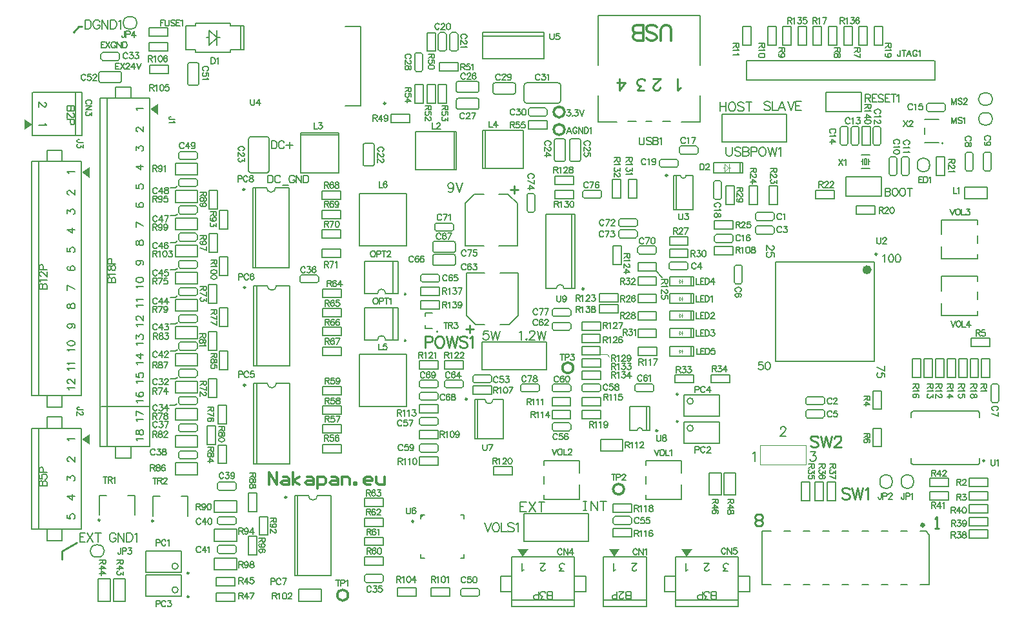
<source format=gto>
G04*
G04 #@! TF.GenerationSoftware,Altium Limited,Altium Designer,19.0.14 (431)*
G04*
G04 Layer_Color=65535*
%FSAX24Y24*%
%MOIN*%
G70*
G01*
G75*
%ADD10C,0.0059*%
%ADD11C,0.0098*%
%ADD12C,0.0079*%
%ADD13C,0.0197*%
%ADD14C,0.0100*%
%ADD15C,0.0118*%
%ADD16C,0.0236*%
%ADD17C,0.0039*%
%ADD18C,0.0138*%
G36*
X003175Y009275D02*
X003569Y009550D01*
Y008999D01*
X003175Y009275D01*
D02*
G37*
G36*
X000605Y025528D02*
X000211Y025253D01*
Y025804D01*
X000605Y025528D01*
D02*
G37*
G36*
X003175Y023054D02*
X003569Y023330D01*
Y022779D01*
X003175Y023054D01*
D02*
G37*
G36*
X025961Y003214D02*
X025686Y003608D01*
X026237D01*
X025961Y003214D01*
D02*
G37*
G36*
X006718Y026322D02*
X007112Y026598D01*
Y026046D01*
X006718Y026322D01*
D02*
G37*
G36*
X030686Y003214D02*
X030410Y003608D01*
X030961D01*
X030686Y003214D01*
D02*
G37*
G36*
X034426D02*
X034150Y003608D01*
X034702D01*
X034426Y003214D01*
D02*
G37*
D10*
X044045Y024563D02*
G03*
X044130Y024478I000085J000000D01*
G01*
Y025443D02*
G03*
X044045Y025358I000000J-000085D01*
G01*
X044459D02*
G03*
X044374Y025443I-000085J000000D01*
G01*
Y024478D02*
G03*
X044459Y024563I000000J000085D01*
G01*
X005138Y027707D02*
G03*
X005226Y027795I000000J000089D01*
G01*
Y028189D02*
G03*
X005138Y028278I-000089J000000D01*
G01*
X004154D02*
G03*
X004065Y028189I000000J-000089D01*
G01*
Y027795D02*
G03*
X004154Y027707I000089J000000D01*
G01*
X034114Y022894D02*
G03*
X034390Y022894I000138J000000D01*
G01*
X045039Y007137D02*
G03*
X044409Y007137I-000315J000000D01*
G01*
Y007037D02*
G03*
X045039Y007037I000315J000000D01*
G01*
X034764Y011246D02*
G03*
X034764Y011246I-000157J000000D01*
G01*
X021398Y018829D02*
G03*
X021309Y018740I000000J-000089D01*
G01*
Y018346D02*
G03*
X021398Y018258I000089J000000D01*
G01*
X022382D02*
G03*
X022470Y018346I000000J000089D01*
G01*
Y018740D02*
G03*
X022382Y018829I-000089J000000D01*
G01*
X012844Y024803D02*
G03*
X012736Y024911I-000108J000000D01*
G01*
X011801Y023150D02*
G03*
X011909Y023041I000108J000000D01*
G01*
Y024911D02*
G03*
X011801Y024803I000000J-000108D01*
G01*
X012736Y023041D02*
G03*
X012844Y023150I000000J000108D01*
G01*
X033106Y023750D02*
G03*
X033022Y023665I000000J-000085D01*
G01*
X033986D02*
G03*
X033902Y023750I-000085J000000D01*
G01*
Y023337D02*
G03*
X033986Y023421I000000J000085D01*
G01*
X033022D02*
G03*
X033106Y023337I000085J000000D01*
G01*
X005719Y030472D02*
G03*
X005719Y031102I000000J000315D01*
G01*
X005619D02*
G03*
X005619Y030472I000000J-000315D01*
G01*
X008150Y002717D02*
G03*
X008150Y002717I-000157J000000D01*
G01*
Y001496D02*
G03*
X008150Y001496I-000157J000000D01*
G01*
X034764Y009842D02*
G03*
X034764Y009842I-000157J000000D01*
G01*
X049914Y025512D02*
G03*
X049914Y026142I000000J000315D01*
G01*
X049814D02*
G03*
X049814Y025512I000000J-000315D01*
G01*
X046339Y023396D02*
G03*
X046968Y023396I000315J000000D01*
G01*
Y023496D02*
G03*
X046339Y023496I-000315J000000D01*
G01*
X049914Y026535D02*
G03*
X049914Y027165I000000J000315D01*
G01*
X049814D02*
G03*
X049814Y026535I000000J-000315D01*
G01*
X045512Y007037D02*
G03*
X046142Y007037I000315J000000D01*
G01*
Y007137D02*
G03*
X045512Y007137I-000315J000000D01*
G01*
X003926Y003819D02*
G03*
X003926Y003189I000000J-000315D01*
G01*
X004026D02*
G03*
X004026Y003819I000000J000315D01*
G01*
X009144Y015620D02*
G03*
X009059Y015704I-000085J000000D01*
G01*
X008264D02*
G03*
X008179Y015620I000000J-000085D01*
G01*
Y015375D02*
G03*
X008264Y015291I000085J000000D01*
G01*
X009059D02*
G03*
X009144Y015375I000000J000085D01*
G01*
Y019839D02*
G03*
X009059Y019924I-000085J000000D01*
G01*
X008264D02*
G03*
X008179Y019839I000000J-000085D01*
G01*
Y019595D02*
G03*
X008264Y019511I000085J000000D01*
G01*
X009059D02*
G03*
X009144Y019595I000000J000085D01*
G01*
X009144Y024059D02*
G03*
X009059Y024144I-000085J000000D01*
G01*
X008264D02*
G03*
X008179Y024059I000000J-000085D01*
G01*
Y023815D02*
G03*
X008264Y023730I000085J000000D01*
G01*
X009059D02*
G03*
X009144Y023815I000000J000085D01*
G01*
X015404Y017681D02*
G03*
X015319Y017766I-000085J000000D01*
G01*
X014524D02*
G03*
X014439Y017681I000000J-000085D01*
G01*
Y017437D02*
G03*
X014524Y017352I000085J000000D01*
G01*
X015319D02*
G03*
X015404Y017437I000000J000085D01*
G01*
X021679Y030285D02*
G03*
X021594Y030201I000000J-000085D01*
G01*
Y029406D02*
G03*
X021679Y029321I000085J000000D01*
G01*
X021923D02*
G03*
X022008Y029406I000000J000085D01*
G01*
Y030201D02*
G03*
X021923Y030285I-000085J000000D01*
G01*
X027470Y015705D02*
G03*
X027555Y015620I000085J000000D01*
G01*
X028350D02*
G03*
X028435Y015705I000000J000085D01*
G01*
Y015949D02*
G03*
X028350Y016033I-000085J000000D01*
G01*
X027555D02*
G03*
X027470Y015949I000000J-000085D01*
G01*
X030911Y019760D02*
G03*
X030996Y019675I000085J000000D01*
G01*
X031791D02*
G03*
X031876Y019760I000000J000085D01*
G01*
Y020004D02*
G03*
X031791Y020089I-000085J000000D01*
G01*
X030996D02*
G03*
X030911Y020004I000000J-000085D01*
G01*
X038947Y020909D02*
G03*
X038862Y020994I-000085J000000D01*
G01*
X038067D02*
G03*
X037982Y020909I000000J-000085D01*
G01*
Y020665D02*
G03*
X038067Y020581I000085J000000D01*
G01*
X038862D02*
G03*
X038947Y020665I000000J000085D01*
G01*
X047786Y026539D02*
G03*
X047701Y026624I-000085J000000D01*
G01*
X046906D02*
G03*
X046821Y026539I000000J-000085D01*
G01*
Y026295D02*
G03*
X046906Y026211I000085J000000D01*
G01*
X047701D02*
G03*
X047786Y026295I000000J000085D01*
G01*
X029970Y012051D02*
G03*
X029886Y012136I-000085J000000D01*
G01*
X029091D02*
G03*
X029006Y012051I000000J-000085D01*
G01*
Y011807D02*
G03*
X029091Y011722I000085J000000D01*
G01*
X029886D02*
G03*
X029970Y011807I000000J000085D01*
G01*
X009144Y008587D02*
G03*
X009059Y008671I-000085J000000D01*
G01*
X008264D02*
G03*
X008179Y008587I000000J-000085D01*
G01*
Y008343D02*
G03*
X008264Y008258I000085J000000D01*
G01*
X009059D02*
G03*
X009144Y008343I000000J000085D01*
G01*
X035902Y022628D02*
G03*
X035817Y022543I000000J-000085D01*
G01*
Y021748D02*
G03*
X035902Y021663I000085J000000D01*
G01*
X036146D02*
G03*
X036230Y021748I000000J000085D01*
G01*
Y022543D02*
G03*
X036146Y022628I-000085J000000D01*
G01*
X011152Y003705D02*
G03*
X011067Y003789I-000085J000000D01*
G01*
X010272D02*
G03*
X010187Y003705I000000J-000085D01*
G01*
Y003461D02*
G03*
X010272Y003376I000085J000000D01*
G01*
X011067D02*
G03*
X011152Y003461I000000J000085D01*
G01*
X027677Y024793D02*
G03*
X027589Y024705I000000J-000089D01*
G01*
X028159D02*
G03*
X028071Y024793I-000089J000000D01*
G01*
Y023632D02*
G03*
X028159Y023720I000000J000089D01*
G01*
X027589D02*
G03*
X027677Y023632I000089J000000D01*
G01*
X021919Y012004D02*
G03*
X022004Y011919I000085J000000D01*
G01*
X022799D02*
G03*
X022884Y012004I000000J000085D01*
G01*
Y012248D02*
G03*
X022799Y012333I-000085J000000D01*
G01*
X022004D02*
G03*
X021919Y012248I000000J-000085D01*
G01*
X009144Y021246D02*
G03*
X009059Y021331I-000085J000000D01*
G01*
X008264D02*
G03*
X008179Y021246I000000J-000085D01*
G01*
Y021002D02*
G03*
X008264Y020917I000085J000000D01*
G01*
X009059D02*
G03*
X009144Y021002I000000J000085D01*
G01*
X045831Y022904D02*
G03*
X045915Y022988I000000J000085D01*
G01*
Y023783D02*
G03*
X045831Y023868I-000085J000000D01*
G01*
X045587D02*
G03*
X045502Y023783I000000J-000085D01*
G01*
Y022988D02*
G03*
X045587Y022904I000085J000000D01*
G01*
X030620Y004957D02*
G03*
X030705Y004872I000085J000000D01*
G01*
X031500D02*
G03*
X031585Y004957I000000J000085D01*
G01*
Y005201D02*
G03*
X031500Y005285I-000085J000000D01*
G01*
X030705D02*
G03*
X030620Y005201I000000J-000085D01*
G01*
X027215Y026303D02*
G03*
X027130Y026388I-000085J000000D01*
G01*
X026335D02*
G03*
X026250Y026303I000000J-000085D01*
G01*
Y026059D02*
G03*
X026335Y025974I000085J000000D01*
G01*
X027130D02*
G03*
X027215Y026059I000000J000085D01*
G01*
X022530Y026407D02*
G03*
X022618Y026319I000089J000000D01*
G01*
Y026890D02*
G03*
X022530Y026801I000000J-000089D01*
G01*
X023691D02*
G03*
X023602Y026890I-000089J000000D01*
G01*
Y026319D02*
G03*
X023691Y026407I000000J000089D01*
G01*
X021585Y012248D02*
G03*
X021500Y012333I-000085J000000D01*
G01*
X020705D02*
G03*
X020620Y012248I000000J-000085D01*
G01*
Y012004D02*
G03*
X020705Y011919I000085J000000D01*
G01*
X021500D02*
G03*
X021585Y012004I000000J000085D01*
G01*
X021663Y017720D02*
G03*
X021579Y017805I-000085J000000D01*
G01*
X020783D02*
G03*
X020699Y017720I000000J-000085D01*
G01*
Y017476D02*
G03*
X020783Y017392I000085J000000D01*
G01*
X021579D02*
G03*
X021663Y017476I000000J000085D01*
G01*
X042681Y024478D02*
G03*
X042766Y024563I000000J000085D01*
G01*
Y025358D02*
G03*
X042681Y025443I-000085J000000D01*
G01*
X042437D02*
G03*
X042352Y025358I000000J-000085D01*
G01*
Y024563D02*
G03*
X042437Y024478I000085J000000D01*
G01*
X005128Y029177D02*
G03*
X005043Y029262I-000085J000000D01*
G01*
X004248D02*
G03*
X004163Y029177I000000J-000085D01*
G01*
Y028933D02*
G03*
X004248Y028848I000085J000000D01*
G01*
X005043D02*
G03*
X005128Y028933I000000J000085D01*
G01*
X009144Y009993D02*
G03*
X009059Y010078I-000085J000000D01*
G01*
X008264D02*
G03*
X008179Y009993I000000J-000085D01*
G01*
Y009749D02*
G03*
X008264Y009664I000085J000000D01*
G01*
X009059D02*
G03*
X009144Y009749I000000J000085D01*
G01*
X031762Y011807D02*
G03*
X031846Y011722I000085J000000D01*
G01*
X032642D02*
G03*
X032726Y011807I000000J000085D01*
G01*
Y012051D02*
G03*
X032642Y012136I-000085J000000D01*
G01*
X031846D02*
G03*
X031762Y012051I000000J-000085D01*
G01*
X031876Y020594D02*
G03*
X031791Y020679I-000085J000000D01*
G01*
X030996D02*
G03*
X030911Y020594I000000J-000085D01*
G01*
Y020350D02*
G03*
X030996Y020266I000085J000000D01*
G01*
X031791D02*
G03*
X031876Y020350I000000J000085D01*
G01*
X009144Y017026D02*
G03*
X009059Y017111I-000085J000000D01*
G01*
X008264D02*
G03*
X008179Y017026I000000J-000085D01*
G01*
Y016782D02*
G03*
X008264Y016697I000085J000000D01*
G01*
X009059D02*
G03*
X009144Y016782I000000J000085D01*
G01*
X026256Y021978D02*
G03*
X026171Y021894I000000J-000085D01*
G01*
Y021098D02*
G03*
X026256Y021014I000085J000000D01*
G01*
X026500D02*
G03*
X026585Y021098I000000J000085D01*
G01*
Y021894D02*
G03*
X026500Y021978I-000085J000000D01*
G01*
X022280Y030285D02*
G03*
X022195Y030201I000000J-000085D01*
G01*
Y029406D02*
G03*
X022280Y029321I000085J000000D01*
G01*
X022524D02*
G03*
X022608Y029406I000000J000085D01*
G01*
Y030201D02*
G03*
X022524Y030285I-000085J000000D01*
G01*
X009144Y012806D02*
G03*
X009059Y012891I-000085J000000D01*
G01*
X008264D02*
G03*
X008179Y012806I000000J-000085D01*
G01*
Y012562D02*
G03*
X008264Y012478I000085J000000D01*
G01*
X009059D02*
G03*
X009144Y012562I000000J000085D01*
G01*
X020459Y029246D02*
G03*
X020374Y029161I000000J-000085D01*
G01*
Y028366D02*
G03*
X020459Y028281I000085J000000D01*
G01*
X020703D02*
G03*
X020787Y028366I000000J000085D01*
G01*
Y029161D02*
G03*
X020703Y029246I-000085J000000D01*
G01*
X008740Y028730D02*
G03*
X008652Y028642I000000J-000089D01*
G01*
X009222D02*
G03*
X009134Y028730I-000089J000000D01*
G01*
Y027569D02*
G03*
X009222Y027657I000000J000089D01*
G01*
X008652D02*
G03*
X008740Y027569I000089J000000D01*
G01*
X009144Y014213D02*
G03*
X009059Y014298I-000085J000000D01*
G01*
X008264D02*
G03*
X008179Y014213I000000J-000085D01*
G01*
Y013969D02*
G03*
X008264Y013884I000085J000000D01*
G01*
X009059D02*
G03*
X009144Y013969I000000J000085D01*
G01*
X033531Y018106D02*
G03*
X033616Y018022I000085J000000D01*
G01*
X034411D02*
G03*
X034496Y018106I000000J000085D01*
G01*
Y018350D02*
G03*
X034411Y018435I-000085J000000D01*
G01*
X033616D02*
G03*
X033531Y018350I000000J-000085D01*
G01*
X009144Y018433D02*
G03*
X009059Y018517I-000085J000000D01*
G01*
X008264D02*
G03*
X008179Y018433I000000J-000085D01*
G01*
Y018189D02*
G03*
X008264Y018104I000085J000000D01*
G01*
X009059D02*
G03*
X009144Y018189I000000J000085D01*
G01*
X020620Y008697D02*
G03*
X020705Y008612I000085J000000D01*
G01*
X021500D02*
G03*
X021585Y008697I000000J000085D01*
G01*
Y008941D02*
G03*
X021500Y009026I-000085J000000D01*
G01*
X020705D02*
G03*
X020620Y008941I000000J-000085D01*
G01*
X028435Y010043D02*
G03*
X028350Y010128I-000085J000000D01*
G01*
X027555D02*
G03*
X027470Y010043I000000J-000085D01*
G01*
Y009799D02*
G03*
X027555Y009715I000085J000000D01*
G01*
X028350D02*
G03*
X028435Y009799I000000J000085D01*
G01*
X009144Y022652D02*
G03*
X009059Y022737I-000085J000000D01*
G01*
X008264D02*
G03*
X008179Y022652I000000J-000085D01*
G01*
Y022408D02*
G03*
X008264Y022324I000085J000000D01*
G01*
X009059D02*
G03*
X009144Y022408I000000J000085D01*
G01*
X028465Y024793D02*
G03*
X028376Y024705I000000J-000089D01*
G01*
X028947D02*
G03*
X028858Y024793I-000089J000000D01*
G01*
Y023632D02*
G03*
X028947Y023720I000000J000089D01*
G01*
X028376D02*
G03*
X028465Y023632I000089J000000D01*
G01*
X050083Y023140D02*
G03*
X050167Y023224I000000J000085D01*
G01*
Y024020D02*
G03*
X050083Y024104I-000085J000000D01*
G01*
X049839D02*
G03*
X049754Y024020I000000J-000085D01*
G01*
Y023224D02*
G03*
X049839Y023140I000085J000000D01*
G01*
X022746Y001246D02*
G03*
X022831Y001161I000085J000000D01*
G01*
X023626D02*
G03*
X023711Y001246I000000J000085D01*
G01*
Y001490D02*
G03*
X023626Y001575I-000085J000000D01*
G01*
X022831D02*
G03*
X022746Y001490I000000J-000085D01*
G01*
X027470Y014986D02*
G03*
X027555Y014902I000085J000000D01*
G01*
X028350D02*
G03*
X028435Y014986I000000J000085D01*
G01*
Y015230D02*
G03*
X028350Y015315I-000085J000000D01*
G01*
X027555D02*
G03*
X027470Y015230I000000J-000085D01*
G01*
X025922Y012136D02*
G03*
X025838Y012051I000000J-000085D01*
G01*
X026802D02*
G03*
X026718Y012136I-000085J000000D01*
G01*
Y011722D02*
G03*
X026802Y011807I000000J000085D01*
G01*
X025838D02*
G03*
X025922Y011722I000085J000000D01*
G01*
X011152Y006972D02*
G03*
X011067Y007057I-000085J000000D01*
G01*
X010272D02*
G03*
X010187Y006972I000000J-000085D01*
G01*
Y006728D02*
G03*
X010272Y006644I000085J000000D01*
G01*
X011067D02*
G03*
X011152Y006728I000000J000085D01*
G01*
X034045Y024091D02*
G03*
X034130Y024006I000085J000000D01*
G01*
X034925D02*
G03*
X035010Y024091I000000J000085D01*
G01*
Y024335D02*
G03*
X034925Y024419I-000085J000000D01*
G01*
X034130D02*
G03*
X034045Y024335I000000J-000085D01*
G01*
X020620Y010075D02*
G03*
X020705Y009990I000085J000000D01*
G01*
X021500D02*
G03*
X021585Y010075I000000J000085D01*
G01*
Y010319D02*
G03*
X021500Y010404I-000085J000000D01*
G01*
X020705D02*
G03*
X020620Y010319I000000J-000085D01*
G01*
X031898Y018933D02*
G03*
X031982Y018848I000085J000000D01*
G01*
X032778D02*
G03*
X032862Y018933I000000J000085D01*
G01*
Y019177D02*
G03*
X032778Y019262I-000085J000000D01*
G01*
X031982D02*
G03*
X031898Y019177I000000J-000085D01*
G01*
X021309Y019016D02*
G03*
X021398Y018927I000089J000000D01*
G01*
Y019498D02*
G03*
X021309Y019409I000000J-000089D01*
G01*
X022470D02*
G03*
X022382Y019498I-000089J000000D01*
G01*
Y018927D02*
G03*
X022470Y019016I000000J000089D01*
G01*
X049138Y023140D02*
G03*
X049222Y023224I000000J000085D01*
G01*
Y024020D02*
G03*
X049138Y024104I-000085J000000D01*
G01*
X048894D02*
G03*
X048809Y024020I000000J-000085D01*
G01*
Y023224D02*
G03*
X048894Y023140I000085J000000D01*
G01*
X018750Y002209D02*
G03*
X018665Y002293I-000085J000000D01*
G01*
X017870D02*
G03*
X017785Y002209I000000J-000085D01*
G01*
Y001965D02*
G03*
X017870Y001880I000085J000000D01*
G01*
X018665D02*
G03*
X018750Y001965I000000J000085D01*
G01*
X018189Y023396D02*
G03*
X018278Y023484I000000J000089D01*
G01*
X017707D02*
G03*
X017795Y023396I000089J000000D01*
G01*
Y024557D02*
G03*
X017707Y024469I000000J-000089D01*
G01*
X018278D02*
G03*
X018189Y024557I-000089J000000D01*
G01*
X028435Y012051D02*
G03*
X028350Y012136I-000085J000000D01*
G01*
X027555D02*
G03*
X027470Y012051I000000J-000085D01*
G01*
Y011807D02*
G03*
X027555Y011722I000085J000000D01*
G01*
X028350D02*
G03*
X028435Y011807I000000J000085D01*
G01*
X021585Y011618D02*
G03*
X021500Y011703I-000085J000000D01*
G01*
X020705D02*
G03*
X020620Y011618I000000J-000085D01*
G01*
Y011374D02*
G03*
X020705Y011289I000085J000000D01*
G01*
X021500D02*
G03*
X021585Y011374I000000J000085D01*
G01*
X022530Y027280D02*
G03*
X022618Y027191I000089J000000D01*
G01*
Y027762D02*
G03*
X022530Y027673I000000J-000089D01*
G01*
X023691D02*
G03*
X023602Y027762I-000089J000000D01*
G01*
Y027191D02*
G03*
X023691Y027280I000000J000089D01*
G01*
X029061Y021817D02*
G03*
X029146Y021732I000085J000000D01*
G01*
X029941D02*
G03*
X030026Y021817I000000J000085D01*
G01*
Y022061D02*
G03*
X029941Y022146I-000085J000000D01*
G01*
X029146D02*
G03*
X029061Y022061I000000J-000085D01*
G01*
X045201Y022904D02*
G03*
X045285Y022988I000000J000085D01*
G01*
Y023783D02*
G03*
X045201Y023868I-000085J000000D01*
G01*
X044957D02*
G03*
X044872Y023783I000000J-000085D01*
G01*
Y022988D02*
G03*
X044957Y022904I000085J000000D01*
G01*
X043245Y024478D02*
G03*
X043330Y024563I000000J000085D01*
G01*
Y025358D02*
G03*
X043245Y025443I-000085J000000D01*
G01*
X043001D02*
G03*
X042917Y025358I000000J-000085D01*
G01*
Y024563D02*
G03*
X043001Y024478I000085J000000D01*
G01*
X025581Y027598D02*
G03*
X025492Y027687I-000089J000000D01*
G01*
Y027116D02*
G03*
X025581Y027205I000000J000089D01*
G01*
X024419D02*
G03*
X024508Y027116I000089J000000D01*
G01*
Y027687D02*
G03*
X024419Y027598I000000J-000089D01*
G01*
X023376Y012270D02*
G03*
X023461Y012185I000085J000000D01*
G01*
X024256D02*
G03*
X024341Y012270I000000J000085D01*
G01*
Y012514D02*
G03*
X024256Y012598I-000085J000000D01*
G01*
X023461D02*
G03*
X023376Y012514I000000J-000085D01*
G01*
X037209Y017313D02*
G03*
X037293Y017398I000000J000085D01*
G01*
Y018193D02*
G03*
X037209Y018278I-000085J000000D01*
G01*
X036965D02*
G03*
X036880Y018193I000000J-000085D01*
G01*
Y017398D02*
G03*
X036965Y017313I000085J000000D01*
G01*
X022372Y020358D02*
G03*
X022287Y020443I-000085J000000D01*
G01*
X021492D02*
G03*
X021407Y020358I000000J-000085D01*
G01*
Y020114D02*
G03*
X021492Y020030I000085J000000D01*
G01*
X022287D02*
G03*
X022372Y020114I000000J000085D01*
G01*
X009144Y011400D02*
G03*
X009059Y011484I-000085J000000D01*
G01*
X008264D02*
G03*
X008179Y011400I000000J-000085D01*
G01*
Y011156D02*
G03*
X008264Y011071I000085J000000D01*
G01*
X009059D02*
G03*
X009144Y011156I000000J000085D01*
G01*
X038947Y020201D02*
G03*
X038862Y020285I-000085J000000D01*
G01*
X038067D02*
G03*
X037982Y020201I000000J-000085D01*
G01*
Y019957D02*
G03*
X038067Y019872I000085J000000D01*
G01*
X038862D02*
G03*
X038947Y019957I000000J000085D01*
G01*
X011152Y005181D02*
G03*
X011067Y005266I-000085J000000D01*
G01*
X010272D02*
G03*
X010187Y005181I000000J-000085D01*
G01*
Y004937D02*
G03*
X010272Y004852I000085J000000D01*
G01*
X011067D02*
G03*
X011152Y004937I000000J000085D01*
G01*
X026033Y026752D02*
G03*
X026142Y026644I000108J000000D01*
G01*
X027904Y027579D02*
G03*
X027795Y027687I-000108J000000D01*
G01*
X026142D02*
G03*
X026033Y027579I000000J-000108D01*
G01*
X027795Y026644D02*
G03*
X027904Y026752I000000J000108D01*
G01*
X050561Y012051D02*
G03*
X050476Y012136I-000085J000000D01*
G01*
Y011171D02*
G03*
X050561Y011256I000000J000085D01*
G01*
X050148D02*
G03*
X050232Y011171I000085J000000D01*
G01*
Y012136D02*
G03*
X050148Y012051I000000J-000085D01*
G01*
X040665Y010797D02*
G03*
X040581Y010713I000000J-000085D01*
G01*
X041545D02*
G03*
X041461Y010797I-000085J000000D01*
G01*
Y010384D02*
G03*
X041545Y010468I000000J000085D01*
G01*
X040581D02*
G03*
X040665Y010384I000085J000000D01*
G01*
Y011467D02*
G03*
X040581Y011382I000000J-000085D01*
G01*
X041545D02*
G03*
X041461Y011467I-000085J000000D01*
G01*
Y011053D02*
G03*
X041545Y011138I000000J000085D01*
G01*
X040581D02*
G03*
X040665Y011053I000085J000000D01*
G01*
X036736Y019439D02*
G03*
X036821Y019524I000000J000085D01*
G01*
X035856D02*
G03*
X035941Y019439I000085J000000D01*
G01*
Y019852D02*
G03*
X035856Y019768I000000J-000085D01*
G01*
X036821D02*
G03*
X036736Y019852I-000085J000000D01*
G01*
X023051Y015669D02*
X023524Y015197D01*
X023051Y017874D02*
X023996D01*
X024783D02*
X025728D01*
X024783Y015197D02*
X025256D01*
X025728Y015669D02*
Y017874D01*
X023524Y015197D02*
X023996D01*
X023051Y015669D02*
Y017874D01*
X025256Y015197D02*
X025728Y015669D01*
X029008Y010335D02*
Y010768D01*
Y010335D02*
X029969D01*
Y010768D01*
X029008D02*
X029969D01*
X043914Y024480D02*
Y025441D01*
X043481Y024480D02*
X043914D01*
X043481D02*
Y025441D01*
X043914D01*
X044045Y024563D02*
Y025358D01*
X044130Y025443D02*
X044374D01*
X044130Y024478D02*
X044374D01*
X044459Y024563D02*
Y025358D01*
X021661Y016004D02*
Y016437D01*
X020701D02*
X021661D01*
X020701Y016004D02*
Y016437D01*
Y016004D02*
X021661D01*
X027472Y010335D02*
Y010768D01*
Y010335D02*
X028433D01*
Y010768D01*
X027472D02*
X028433D01*
X020689Y003130D02*
Y003327D01*
Y003130D02*
X020886D01*
X022933D02*
Y003327D01*
X022736Y003130D02*
X022933D01*
Y005177D02*
Y005374D01*
X022736D02*
X022933D01*
X020689Y005236D02*
X020827Y005374D01*
X020689Y005285D02*
X020778Y005374D01*
X020689Y005177D02*
Y005374D01*
X020886D01*
X004154Y027707D02*
X005138D01*
X005226Y027795D02*
Y028189D01*
X004065Y027795D02*
Y028189D01*
X004154Y028278D02*
X005138D01*
X034665Y017677D02*
X034783D01*
Y017205D02*
Y017677D01*
X034665Y017205D02*
X034783D01*
X034665D02*
Y017677D01*
X033563D02*
X034665D01*
X033563Y017205D02*
Y017677D01*
Y017205D02*
X034665D01*
X046811Y007972D02*
X049488D01*
X049567Y008051D01*
Y008287D01*
X046024Y010413D02*
Y010650D01*
X046102Y010728D01*
X046811D01*
X049567Y010413D02*
Y010650D01*
X049488Y010728D02*
X049567Y010650D01*
X046811Y010728D02*
X049488D01*
X046024Y008051D02*
Y008287D01*
Y008051D02*
X046102Y007972D01*
X046811D01*
X043455Y023976D02*
X043868D01*
X043809Y023622D02*
X043868D01*
X043455D02*
X043514D01*
Y023474D02*
Y023770D01*
X043809Y023474D02*
Y023770D01*
X043612D02*
X043711D01*
X043612Y023474D02*
Y023770D01*
Y023474D02*
X043711D01*
Y023770D01*
X043455Y023268D02*
X043868D01*
X033898Y021132D02*
Y022894D01*
X033740Y021132D02*
Y022894D01*
Y021132D02*
X034764D01*
Y022894D01*
X034400D02*
X034764D01*
X033740D02*
X034114D01*
X045039Y007037D02*
Y007137D01*
X044409Y007037D02*
Y007137D01*
X034291Y010459D02*
Y011561D01*
Y010459D02*
X036102Y010459D01*
Y011561D01*
X034291D02*
X036102D01*
X036348Y006388D02*
X036959D01*
Y007549D01*
X036348Y006388D02*
Y007549D01*
X036959D01*
X021398Y018829D02*
X022382D01*
X021309Y018346D02*
Y018740D01*
X022470Y018346D02*
Y018740D01*
X021398Y018258D02*
X022382D01*
X010157Y030020D02*
X010315D01*
X010157Y029626D02*
Y030413D01*
X009764D02*
X010138Y030039D01*
X009764Y029626D02*
Y030413D01*
Y029626D02*
X010138Y030000D01*
X011535Y029390D02*
Y030650D01*
X011378Y029390D02*
X011535D01*
X011378D02*
Y030650D01*
X009055Y030768D02*
X010866D01*
X009055Y029272D02*
X010866D01*
X009055D02*
Y029390D01*
X008543D02*
X009055D01*
X008543D02*
Y030650D01*
X009055D01*
Y030768D01*
X010866Y030650D02*
X011378D01*
X011535D01*
X010866D02*
Y030768D01*
Y029272D02*
Y029390D01*
X011378D01*
X009606Y030020D02*
X009764D01*
X012844Y024803D02*
X012844Y023150D01*
X011909Y024911D02*
X012736D01*
X011909Y023041D02*
X012736D01*
X011801Y024803D02*
X011801Y023150D01*
X033106Y023750D02*
X033902D01*
X033986Y023421D02*
Y023665D01*
X033022Y023421D02*
Y023665D01*
X033106Y023337D02*
X033902D01*
X049501Y012472D02*
Y013433D01*
X049068Y012472D02*
X049501D01*
X049068D02*
Y013433D01*
X049501D01*
X033268Y002205D02*
X033858D01*
X033268Y001411D02*
X033858D01*
X033268D02*
Y002205D01*
X033858Y000984D02*
X037087Y000984D01*
X033858Y000630D02*
Y003189D01*
Y000630D02*
X037087Y000630D01*
Y000630D02*
Y003161D01*
X033858Y003189D02*
X037087Y003189D01*
X037104Y002205D02*
X037695D01*
X037104Y001417D02*
X037695D01*
Y002205D01*
X004921Y008289D02*
X005709D01*
X004921D02*
Y008880D01*
X005709Y008289D02*
Y008880D01*
Y026890D02*
Y027480D01*
X004915Y026890D02*
Y027480D01*
X005709D01*
X004488Y026890D02*
X004488Y008898D01*
X004134Y026890D02*
X006693D01*
X004134D02*
X004134Y008898D01*
X004134D02*
X006665D01*
X006693Y026890D02*
X006693Y008898D01*
X002165Y009843D02*
Y010433D01*
X001372Y009843D02*
Y010433D01*
X002165D01*
X000945Y009843D02*
X000945Y004646D01*
X000591Y009843D02*
X003150D01*
X000591D02*
X000591Y004646D01*
X000591D02*
X003122D01*
X003150Y009843D02*
X003150Y004646D01*
X002165Y004037D02*
Y004628D01*
X001378Y004037D02*
Y004628D01*
Y004037D02*
X002165D01*
X000591Y011535D02*
X003122D01*
X002165Y010927D02*
Y011518D01*
X001378Y010927D02*
Y011518D01*
Y010927D02*
X002165D01*
Y023622D02*
Y024213D01*
X001372Y023622D02*
Y024213D01*
X002165D01*
X000945Y023622D02*
X000945Y011535D01*
X000591Y023622D02*
X003150D01*
X000591D02*
X000591Y011535D01*
X003150Y023622D02*
X003150Y011535D01*
X032362Y000630D02*
Y003161D01*
X030118Y000984D02*
X032362Y000984D01*
X030118Y000630D02*
Y003189D01*
Y000630D02*
X032362Y000630D01*
X030118Y003189D02*
X032362Y003189D01*
X005619Y030472D02*
X005719D01*
X005619Y031102D02*
X005719D01*
X035807Y023031D02*
Y023583D01*
Y023031D02*
X037185D01*
X035807Y023583D02*
X037185D01*
X037303D01*
X037185Y023031D02*
X037303D01*
Y023583D01*
X037185Y023031D02*
Y023583D01*
X022992Y021457D02*
X023465Y021929D01*
X025669Y019252D02*
Y021457D01*
X024724Y021929D02*
X025197D01*
X022992Y019252D02*
Y021457D01*
X023465Y021929D02*
X023937D01*
X022992Y019252D02*
X023937D01*
X024724D02*
X025669D01*
X025197Y021929D02*
X025669Y021457D01*
X033563Y013583D02*
X034665D01*
X033563D02*
Y014055D01*
X034665D01*
Y013583D02*
Y014055D01*
Y013583D02*
X034783D01*
Y014055D01*
X034665D02*
X034783D01*
X021661Y016698D02*
Y017131D01*
X020701D02*
X021661D01*
X020701Y016698D02*
Y017131D01*
Y016698D02*
X021661D01*
X020906Y015787D02*
X021270D01*
X020906Y015630D02*
Y015787D01*
Y015000D02*
Y015158D01*
Y015000D02*
X021270D01*
X029913Y015807D02*
X030874D01*
X029913D02*
Y016240D01*
X030874D01*
Y015807D02*
Y016240D01*
X006496Y002402D02*
X008307D01*
X006496D02*
Y003504D01*
X008307Y003504D01*
Y002402D02*
Y003504D01*
Y001181D02*
Y002283D01*
X006496Y002283D02*
X008307Y002283D01*
X006496Y001181D02*
Y002283D01*
Y001181D02*
X008307D01*
X034291Y010157D02*
X036102D01*
Y009055D02*
Y010157D01*
X034291Y009055D02*
X036102Y009055D01*
X034291Y009055D02*
Y010157D01*
X049814Y025512D02*
X049914D01*
X049814Y026142D02*
X049914D01*
X046339Y023396D02*
Y023496D01*
X046968Y023396D02*
Y023496D01*
X049814Y026535D02*
X049914D01*
X049814Y027165D02*
X049914D01*
X045512Y007037D02*
Y007137D01*
X046142Y007037D02*
Y007137D01*
X003926Y003819D02*
X004026D01*
X003926Y003189D02*
X004026D01*
X049951Y021703D02*
Y022313D01*
X048789D02*
X049951D01*
X048789Y021703D02*
X049951D01*
X048789D02*
Y022313D01*
X004813Y002063D02*
X005423D01*
X004813Y000902D02*
Y002063D01*
X005423Y000902D02*
Y002063D01*
X004813Y000902D02*
X005423D01*
X009163Y011670D02*
Y012280D01*
X008002D02*
X009163D01*
X008002Y011670D02*
X009163D01*
X008002D02*
Y012280D01*
X009163Y017295D02*
Y017905D01*
X008002D02*
X009163D01*
X008002Y017295D02*
X009163D01*
X008002D02*
Y017905D01*
X009163Y010263D02*
Y010874D01*
X008002D02*
X009163D01*
X008002Y010263D02*
X009163D01*
X008002D02*
Y010874D01*
X009163Y015889D02*
Y016499D01*
X008002D02*
X009163D01*
X008002Y015889D02*
X009163D01*
X008002D02*
Y016499D01*
X009163Y008857D02*
Y009467D01*
X008002D02*
X009163D01*
X008002Y008857D02*
X009163D01*
X008002D02*
Y009467D01*
X009163Y014482D02*
Y015093D01*
X008002D02*
X009163D01*
X008002Y014482D02*
X009163D01*
X008002D02*
Y015093D01*
X009163Y007451D02*
Y008061D01*
X008002D02*
X009163D01*
X008002Y007451D02*
X009163D01*
X008002D02*
Y008061D01*
X009163Y013076D02*
Y013686D01*
X008002D02*
X009163D01*
X008002Y013076D02*
X009163D01*
X008002D02*
Y013686D01*
X011171Y005492D02*
Y006102D01*
X010010D02*
X011171D01*
X010010Y005492D02*
X011171D01*
X010010D02*
Y006102D01*
X009163Y022920D02*
Y023530D01*
X008002D02*
X009163D01*
X008002Y022920D02*
X009163D01*
X008002D02*
Y023530D01*
X011171Y004011D02*
Y004621D01*
X010010D02*
X011171D01*
X010010Y004011D02*
X011171D01*
X010010D02*
Y004621D01*
X009163Y021514D02*
Y022124D01*
X008002D02*
X009163D01*
X008002Y021514D02*
X009163D01*
X008002D02*
Y022124D01*
X011171Y002530D02*
Y003140D01*
X010010D02*
X011171D01*
X010010Y002530D02*
X011171D01*
X010010D02*
Y003140D01*
X009163Y020107D02*
Y020718D01*
X008002D02*
X009163D01*
X008002Y020107D02*
X009163D01*
X008002D02*
Y020718D01*
X014380Y000911D02*
Y001522D01*
Y000911D02*
X015541D01*
X014380Y001522D02*
X015541D01*
Y000911D02*
Y001522D01*
X009163Y018701D02*
Y019311D01*
X008002D02*
X009163D01*
X008002Y018701D02*
X009163D01*
X008002D02*
Y019311D01*
X004026Y000902D02*
X004636D01*
Y002063D01*
X004026Y000902D02*
Y002063D01*
X004636D01*
X031132Y008671D02*
Y009281D01*
X029970D02*
X031132D01*
X029970Y008671D02*
X031132D01*
X029970D02*
Y009281D01*
X035600Y007549D02*
X036211D01*
X035600Y006388D02*
Y007549D01*
X036211Y006388D02*
Y007549D01*
X035600Y006388D02*
X036211D01*
X006646Y030098D02*
Y030531D01*
Y030098D02*
X007606D01*
Y030531D01*
X006646D02*
X007606D01*
X043327Y029638D02*
Y030598D01*
X043760D01*
Y029638D02*
Y030598D01*
X043327Y029638D02*
X043760D01*
X041752Y029638D02*
X042185D01*
Y030598D01*
X041752D02*
X042185D01*
X041752Y029638D02*
Y030598D01*
X039390Y029638D02*
Y030598D01*
X039823D01*
Y029638D02*
Y030598D01*
X039390Y029638D02*
X039823D01*
X038602D02*
X039035D01*
Y030598D01*
X038602D02*
X039035D01*
X038602Y029638D02*
Y030598D01*
X037303Y029638D02*
Y030598D01*
X037736D01*
Y029638D02*
Y030598D01*
X037303Y029638D02*
X037736D01*
X040965D02*
X041398D01*
Y030598D01*
X040965D02*
X041398D01*
X040965Y029638D02*
Y030598D01*
X049665Y012472D02*
Y013433D01*
X050098D01*
Y012472D02*
Y013433D01*
X049665Y012472D02*
X050098D01*
X049008Y006831D02*
Y007264D01*
Y006831D02*
X049969D01*
Y007264D01*
X049008D02*
X049969D01*
X049008Y006568D02*
X049969D01*
Y006135D02*
Y006568D01*
X049008Y006135D02*
X049969D01*
X049008D02*
Y006568D01*
X044035Y011780D02*
X044468D01*
X044035Y010819D02*
Y011780D01*
Y010819D02*
X044468D01*
Y011780D01*
X049126Y014508D02*
X050087D01*
Y014075D02*
Y014508D01*
X049126Y014075D02*
X050087D01*
X049126D02*
Y014508D01*
X044035Y008890D02*
X044468D01*
Y009850D01*
X044035D02*
X044468D01*
X044035Y008890D02*
Y009850D01*
X046083Y012472D02*
Y013433D01*
X046516D01*
Y012472D02*
Y013433D01*
X046083Y012472D02*
X046516D01*
X034496Y019311D02*
Y019744D01*
X033535D02*
X034496D01*
X033535Y019311D02*
Y019744D01*
Y019311D02*
X034496D01*
X033535Y018666D02*
X034496D01*
X033535D02*
Y019099D01*
X034496D01*
Y018666D02*
Y019099D01*
X037657Y022370D02*
X038091D01*
X037657Y021409D02*
Y022370D01*
Y021409D02*
X038091D01*
Y022370D01*
X040768Y006094D02*
Y007055D01*
X040335Y006094D02*
X040768D01*
X040335D02*
Y007055D01*
X040768D01*
X041043D02*
X041476D01*
X041043Y006094D02*
Y007055D01*
Y006094D02*
X041476D01*
Y007055D01*
X049008Y004587D02*
X049969D01*
Y004154D02*
Y004587D01*
X049008Y004154D02*
X049969D01*
X049008D02*
Y004587D01*
Y004814D02*
Y005247D01*
Y004814D02*
X049969D01*
Y005247D01*
X049008D02*
X049969D01*
X049008Y005908D02*
X049969D01*
Y005475D02*
Y005908D01*
X049008Y005475D02*
X049969D01*
X049008D02*
Y005908D01*
X047000Y006135D02*
Y006568D01*
Y006135D02*
X047961D01*
Y006568D01*
X047000D02*
X047961D01*
X047000Y007264D02*
X047961D01*
Y006831D02*
Y007264D01*
X047000Y006831D02*
X047961D01*
X047000D02*
Y007264D01*
X031902Y016332D02*
Y016765D01*
Y016332D02*
X032862D01*
Y016765D01*
X031902D02*
X032862D01*
X031902Y015873D02*
X032862D01*
Y015440D02*
Y015873D01*
X031902Y015440D02*
X032862D01*
X031902D02*
Y015873D01*
Y014547D02*
Y014980D01*
Y014547D02*
X032862D01*
Y014980D01*
X031902D02*
X032862D01*
X031902Y017657D02*
X032862D01*
Y017224D02*
Y017657D01*
X031902Y017224D02*
X032862D01*
X031902D02*
Y017657D01*
X019165Y025650D02*
Y026083D01*
Y025650D02*
X020126D01*
Y026083D01*
X019165D02*
X020126D01*
X021437Y029323D02*
Y030283D01*
X021004Y029323D02*
X021437D01*
X021004D02*
Y030283D01*
X021437D01*
X022608Y028287D02*
Y028720D01*
X021648D02*
X022608D01*
X021648Y028287D02*
Y028720D01*
Y028287D02*
X022608D01*
X021004Y026646D02*
Y027606D01*
X021437D01*
Y026646D02*
Y027606D01*
X021004Y026646D02*
X021437D01*
X021594D02*
X022028D01*
Y027606D01*
X021594D02*
X022028D01*
X021594Y026646D02*
Y027606D01*
X020807Y026646D02*
Y027606D01*
X020374Y026646D02*
X020807D01*
X020374D02*
Y027606D01*
X020807D01*
X015622Y008563D02*
Y008996D01*
Y008563D02*
X016583D01*
Y008996D01*
X015622D02*
X016583D01*
X015622Y010020D02*
X016583D01*
Y009587D02*
Y010020D01*
X015622Y009587D02*
X016583D01*
X015622D02*
Y010020D01*
Y010571D02*
Y011004D01*
Y010571D02*
X016583D01*
Y011004D01*
X015622D02*
X016583D01*
X015622Y012004D02*
X016583D01*
Y011571D02*
Y012004D01*
X015622Y011571D02*
X016583D01*
X015622D02*
Y012004D01*
X017787Y002776D02*
Y003209D01*
Y002776D02*
X018748D01*
Y003209D01*
X017787D02*
X018748D01*
X017787Y004218D02*
X018748D01*
Y003785D02*
Y004218D01*
X017787Y003785D02*
X018748D01*
X017787D02*
Y004218D01*
Y004783D02*
Y005217D01*
Y004783D02*
X018748D01*
Y005217D01*
X017787D02*
X018748D01*
X017787Y006219D02*
X018748D01*
Y005785D02*
Y006219D01*
X017787Y005785D02*
X018748D01*
X017787D02*
Y006219D01*
X015622Y016612D02*
Y017045D01*
Y016612D02*
X016583D01*
Y017045D01*
X015622D02*
X016583D01*
X015622Y016043D02*
X016583D01*
Y015610D02*
Y016043D01*
X015622Y015610D02*
X016583D01*
X015622D02*
Y016043D01*
Y014626D02*
Y015059D01*
Y014626D02*
X016583D01*
Y015059D01*
X015622D02*
X016583D01*
X015622Y014035D02*
X016583D01*
Y013602D02*
Y014035D01*
X015622Y013602D02*
X016583D01*
X015622D02*
Y014035D01*
X015583Y021679D02*
Y022112D01*
Y021679D02*
X016543D01*
Y022112D01*
X015583D02*
X016543D01*
X015583Y021112D02*
X016543D01*
Y020679D02*
Y021112D01*
X015583Y020679D02*
X016543D01*
X015583D02*
Y021112D01*
Y019679D02*
Y020112D01*
Y019679D02*
X016543D01*
Y020112D01*
X015583D02*
X016543D01*
X015581Y019100D02*
X016541D01*
Y018667D02*
Y019100D01*
X015581Y018667D02*
X016541D01*
X015581D02*
Y019100D01*
X009705Y011441D02*
X010138D01*
Y012402D01*
X009705D02*
X010138D01*
X009705Y011441D02*
Y012402D01*
Y016307D02*
Y017268D01*
X010138D01*
Y016307D02*
Y017268D01*
X009705Y016307D02*
X010138D01*
X010217Y010071D02*
X010650D01*
Y011032D01*
X010217D02*
X010650D01*
X010217Y010071D02*
Y011032D01*
X010295Y015110D02*
Y016071D01*
X010728D01*
Y015110D02*
Y016071D01*
X010295Y015110D02*
X010728D01*
X009665Y009008D02*
X010098D01*
Y009969D01*
X009665D02*
X010098D01*
X009665Y009008D02*
Y009969D01*
X009705Y013874D02*
Y014835D01*
X010138D01*
Y013874D02*
Y014835D01*
X009705Y013874D02*
X010138D01*
X010217Y008024D02*
X010650D01*
Y008984D01*
X010217D02*
X010650D01*
X010217Y008024D02*
Y008984D01*
X010295Y012874D02*
Y013835D01*
X010728D01*
Y012874D02*
Y013835D01*
X010295Y012874D02*
X010728D01*
X011791Y005543D02*
X012224D01*
Y006504D01*
X011791D02*
X012224D01*
X011791Y005543D02*
Y006504D01*
X009744Y021173D02*
Y022134D01*
X010177D01*
Y021173D02*
Y022134D01*
X009744Y021173D02*
X010177D01*
X012343Y004323D02*
X012776D01*
Y005283D01*
X012343D02*
X012776D01*
X012343Y004323D02*
Y005283D01*
X010295Y020150D02*
Y021110D01*
X010728D01*
Y020150D02*
Y021110D01*
X010295Y020150D02*
X010728D01*
X011791Y003299D02*
X012224D01*
Y004260D01*
X011791D02*
X012224D01*
X011791Y003299D02*
Y004260D01*
X009744Y018929D02*
Y019890D01*
X010177D01*
Y018929D02*
Y019890D01*
X009744Y018929D02*
X010177D01*
X010295Y017724D02*
X010728D01*
Y018685D01*
X010295D02*
X010728D01*
X010295Y017724D02*
Y018685D01*
X006685Y028169D02*
X007646D01*
X006685D02*
Y028602D01*
X007646D01*
Y028169D02*
Y028602D01*
X021581Y009311D02*
Y009744D01*
X020620D02*
X021581D01*
X020620Y009311D02*
Y009744D01*
Y009311D02*
X021581D01*
X020620Y008366D02*
X021581D01*
Y007933D02*
Y008366D01*
X020620Y007933D02*
X021581D01*
X020620D02*
Y008366D01*
X027472Y011004D02*
Y011437D01*
Y011004D02*
X028433D01*
Y011437D01*
X027472D02*
X028433D01*
X029008D02*
X029969D01*
Y011004D02*
Y011437D01*
X029008Y011004D02*
X029969D01*
X029008D02*
Y011437D01*
X021581Y010627D02*
Y011061D01*
X020620D02*
X021581D01*
X020620Y010627D02*
Y011061D01*
Y010627D02*
X021581D01*
X030622Y004232D02*
Y004665D01*
Y004232D02*
X031583D01*
Y004665D01*
X030622D02*
X031583D01*
X020622Y012894D02*
X021583D01*
X020622D02*
Y013327D01*
X021583D01*
Y012894D02*
Y013327D01*
X031583Y005492D02*
Y005925D01*
X030622D02*
X031583D01*
X030622Y005492D02*
Y005925D01*
Y005492D02*
X031583D01*
X021921Y012894D02*
X022882D01*
X021921D02*
Y013327D01*
X022882D01*
Y012894D02*
Y013327D01*
X024441Y007421D02*
Y007854D01*
Y007421D02*
X025402D01*
Y007854D01*
X024441D02*
X025402D01*
X029008Y015335D02*
X029969D01*
Y014902D02*
Y015335D01*
X029008Y014902D02*
X029969D01*
X029008D02*
Y015335D01*
X030874Y016358D02*
Y016791D01*
X029913D02*
X030874D01*
X029913Y016358D02*
Y016791D01*
Y016358D02*
X030874D01*
X031043Y018299D02*
Y019260D01*
X030610Y018299D02*
X031043D01*
X030610D02*
Y019260D01*
X031043D01*
X031902Y017972D02*
Y018406D01*
Y017972D02*
X032862D01*
Y018406D01*
X031902D02*
X032862D01*
X028591Y022421D02*
Y022854D01*
X027630D02*
X028591D01*
X027630Y022421D02*
Y022854D01*
Y022421D02*
X028591D01*
X029004Y014272D02*
X029965D01*
X029004D02*
Y014705D01*
X029965D01*
Y014272D02*
Y014705D01*
X028591Y021713D02*
Y022146D01*
X027630D02*
X028591D01*
X027630Y021713D02*
Y022146D01*
Y021713D02*
X028591D01*
X029008Y013445D02*
X029969D01*
Y013012D02*
Y013445D01*
X029008Y013012D02*
X029969D01*
X029008D02*
Y013445D01*
X029969Y012382D02*
Y012815D01*
X029008D02*
X029969D01*
X029008Y012382D02*
Y012815D01*
Y012382D02*
X029969D01*
X036437Y021409D02*
Y022370D01*
X036870D01*
Y021409D02*
Y022370D01*
X036437Y021409D02*
X036870D01*
X044114Y029638D02*
X044547D01*
Y030598D01*
X044114D02*
X044547D01*
X044114Y029638D02*
Y030598D01*
X043181Y020886D02*
X044142D01*
X043181D02*
Y021319D01*
X044142D01*
Y020886D02*
Y021319D01*
X042055Y021713D02*
Y022146D01*
X041094D02*
X042055D01*
X041094Y021713D02*
Y022146D01*
Y021713D02*
X042055D01*
X039130Y021409D02*
Y022370D01*
X038697Y021409D02*
X039130D01*
X038697D02*
Y022370D01*
X039130D01*
X035860Y020138D02*
Y020571D01*
Y020138D02*
X036821D01*
Y020571D01*
X035860D02*
X036821D01*
X010110Y002146D02*
X011071D01*
Y001713D02*
Y002146D01*
X010110Y001713D02*
X011071D01*
X010110D02*
Y002146D01*
X029004Y013642D02*
Y014075D01*
Y013642D02*
X029965D01*
Y014075D01*
X029004D02*
X029965D01*
X047736Y022907D02*
Y023868D01*
X047303Y022907D02*
X047736D01*
X047303D02*
Y023868D01*
X047736D01*
X010110Y000911D02*
Y001345D01*
Y000911D02*
X011071D01*
Y001345D01*
X010110D02*
X011071D01*
X042106Y006094D02*
Y007055D01*
X041673Y006094D02*
X042106D01*
X041673D02*
Y007055D01*
X042106D01*
X031404Y022693D02*
X031837D01*
X031404Y021732D02*
Y022693D01*
Y021732D02*
X031837D01*
Y022693D01*
X030571Y021732D02*
Y022693D01*
X031004D01*
Y021732D02*
Y022693D01*
X030571Y021732D02*
X031004D01*
X033823Y012185D02*
Y012618D01*
Y012185D02*
X034783D01*
Y012618D01*
X033823D02*
X034783D01*
X035681Y012185D02*
X036642D01*
X035681D02*
Y012618D01*
X036642D01*
Y012185D02*
Y012618D01*
X024339Y011594D02*
Y012028D01*
X023378D02*
X024339D01*
X023378Y011594D02*
Y012028D01*
Y011594D02*
X024339D01*
X019480Y001594D02*
X020441D01*
Y001161D02*
Y001594D01*
X019480Y001161D02*
X020441D01*
X019480D02*
Y001594D01*
X022173Y001161D02*
Y001594D01*
X021213D02*
X022173D01*
X021213Y001161D02*
Y001594D01*
Y001161D02*
X022173D01*
X026252Y025728D02*
X027213D01*
Y025295D02*
Y025728D01*
X026252Y025295D02*
X027213D01*
X026252D02*
Y025728D01*
X007606Y029350D02*
Y029783D01*
X006646D02*
X007606D01*
X006646Y029350D02*
Y029783D01*
Y029350D02*
X007606D01*
X047277Y012472D02*
Y013433D01*
X047710D01*
Y012472D02*
Y013433D01*
X047277Y012472D02*
X047710D01*
X046680D02*
X047113D01*
Y013433D01*
X046680D02*
X047113D01*
X046680Y012472D02*
Y013433D01*
X048307Y012472D02*
Y013433D01*
X047874Y012472D02*
X048307D01*
X047874D02*
Y013433D01*
X048307D01*
X048471D02*
X048904D01*
X048471Y012472D02*
Y013433D01*
Y012472D02*
X048904D01*
Y013433D01*
X040177Y029638D02*
X040610D01*
Y030598D01*
X040177D02*
X040610D01*
X040177Y029638D02*
Y030598D01*
X042539Y029638D02*
Y030598D01*
X042972D01*
Y029638D02*
Y030598D01*
X042539Y029638D02*
X042972D01*
X036819Y018799D02*
Y019232D01*
X035858D02*
X036819D01*
X035858Y018799D02*
Y019232D01*
Y018799D02*
X036819D01*
X031921Y013602D02*
X032882D01*
X031921D02*
Y014035D01*
X032882D01*
Y013602D02*
Y014035D01*
X033563Y016312D02*
X034665D01*
X033563D02*
Y016785D01*
X034665D01*
Y016312D02*
Y016785D01*
Y016312D02*
X034783D01*
Y016785D01*
X034665D02*
X034783D01*
X034665Y015906D02*
X034783D01*
Y015433D02*
Y015906D01*
X034665Y015433D02*
X034783D01*
X034665D02*
Y015906D01*
X033563D02*
X034665D01*
X033563Y015433D02*
Y015906D01*
Y015433D02*
X034665D01*
X033563Y014528D02*
X034665D01*
X033563D02*
Y015000D01*
X034665D01*
Y014528D02*
Y015000D01*
Y014528D02*
X034783D01*
Y015000D01*
X034665D02*
X034783D01*
X024803Y002205D02*
X025394D01*
X024803Y001411D02*
X025394D01*
X024803D02*
Y002205D01*
X025394Y000984D02*
X028622Y000984D01*
X025394Y000630D02*
Y003189D01*
Y000630D02*
X028622Y000630D01*
Y000630D02*
Y003161D01*
X025394Y003189D02*
X028622Y003189D01*
X028640Y002205D02*
X029230D01*
X028640Y001417D02*
X029230D01*
Y002205D01*
X008264Y015704D02*
X009059D01*
X009144Y015375D02*
Y015620D01*
X008179Y015375D02*
Y015620D01*
X008264Y015291D02*
X009059D01*
X008264Y019924D02*
X009059D01*
X009144Y019595D02*
Y019839D01*
X008179Y019595D02*
Y019839D01*
X008264Y019511D02*
X009059D01*
X008264Y024144D02*
X009059D01*
X009144Y023815D02*
Y024059D01*
X008179Y023815D02*
Y024059D01*
X008264Y023730D02*
X009059D01*
X014524Y017766D02*
X015319D01*
X015404Y017437D02*
Y017681D01*
X014439Y017437D02*
Y017681D01*
X014524Y017352D02*
X015319D01*
X021594Y029406D02*
Y030201D01*
X021679Y030285D02*
X021923D01*
X021679Y029321D02*
X021923D01*
X022008Y029406D02*
Y030201D01*
X027555Y015620D02*
X028350D01*
X027470Y015705D02*
Y015949D01*
X028435Y015705D02*
Y015949D01*
X027555Y016033D02*
X028350D01*
X030996Y019675D02*
X031791D01*
X030911Y019760D02*
Y020004D01*
X031876Y019760D02*
Y020004D01*
X030996Y020089D02*
X031791D01*
X038067Y020994D02*
X038862D01*
X038947Y020665D02*
Y020909D01*
X037982Y020665D02*
Y020909D01*
X038067Y020581D02*
X038862D01*
X046906Y026624D02*
X047701D01*
X047786Y026295D02*
Y026539D01*
X046821Y026295D02*
Y026539D01*
X046906Y026211D02*
X047701D01*
X029091Y012136D02*
X029886D01*
X029970Y011807D02*
Y012051D01*
X029006Y011807D02*
Y012051D01*
X029091Y011722D02*
X029886D01*
X008264Y008671D02*
X009059D01*
X009144Y008343D02*
Y008587D01*
X008179Y008343D02*
Y008587D01*
X008264Y008258D02*
X009059D01*
X035817Y021748D02*
Y022543D01*
X035902Y022628D02*
X036146D01*
X035902Y021663D02*
X036146D01*
X036230Y021748D02*
Y022543D01*
X010272Y003789D02*
X011067D01*
X011152Y003461D02*
Y003705D01*
X010187Y003461D02*
Y003705D01*
X010272Y003376D02*
X011067D01*
X028159Y023720D02*
Y024705D01*
X027677Y024793D02*
X028071D01*
X027677Y023632D02*
X028071D01*
X027589Y023720D02*
Y024705D01*
X022004Y011919D02*
X022799D01*
X021919Y012004D02*
Y012248D01*
X022884Y012004D02*
Y012248D01*
X022004Y012333D02*
X022799D01*
X008264Y021331D02*
X009059D01*
X009144Y021002D02*
Y021246D01*
X008179Y021002D02*
Y021246D01*
X008264Y020917D02*
X009059D01*
X045915Y022988D02*
Y023783D01*
X045587Y022904D02*
X045831D01*
X045587Y023868D02*
X045831D01*
X045502Y022988D02*
Y023783D01*
X030705Y004872D02*
X031500D01*
X030620Y004957D02*
Y005201D01*
X031585Y004957D02*
Y005201D01*
X030705Y005285D02*
X031500D01*
X026335Y026388D02*
X027130D01*
X027215Y026059D02*
Y026303D01*
X026250Y026059D02*
Y026303D01*
X026335Y025974D02*
X027130D01*
X022618Y026890D02*
X023602D01*
X022530Y026407D02*
Y026801D01*
X023691Y026407D02*
Y026801D01*
X022618Y026319D02*
X023602D01*
X020705Y012333D02*
X021500D01*
X021585Y012004D02*
Y012248D01*
X020620Y012004D02*
Y012248D01*
X020705Y011919D02*
X021500D01*
X020783Y017805D02*
X021579D01*
X021663Y017476D02*
Y017720D01*
X020699Y017476D02*
Y017720D01*
X020783Y017392D02*
X021579D01*
X042766Y024563D02*
Y025358D01*
X042437Y024478D02*
X042681D01*
X042437Y025443D02*
X042681D01*
X042352Y024563D02*
Y025358D01*
X004248Y029262D02*
X005043D01*
X005128Y028933D02*
Y029177D01*
X004163Y028933D02*
Y029177D01*
X004248Y028848D02*
X005043D01*
X008264Y010078D02*
X009059D01*
X009144Y009749D02*
Y009993D01*
X008179Y009749D02*
Y009993D01*
X008264Y009664D02*
X009059D01*
X031846Y011722D02*
X032642D01*
X031762Y011807D02*
Y012051D01*
X032726Y011807D02*
Y012051D01*
X031846Y012136D02*
X032642D01*
X030996Y020679D02*
X031791D01*
X031876Y020350D02*
Y020594D01*
X030911Y020350D02*
Y020594D01*
X030996Y020266D02*
X031791D01*
X008264Y017111D02*
X009059D01*
X009144Y016782D02*
Y017026D01*
X008179Y016782D02*
Y017026D01*
X008264Y016697D02*
X009059D01*
X026171Y021098D02*
Y021894D01*
X026256Y021978D02*
X026500D01*
X026256Y021014D02*
X026500D01*
X026585Y021098D02*
Y021894D01*
X022195Y029406D02*
Y030201D01*
X022280Y030285D02*
X022524D01*
X022280Y029321D02*
X022524D01*
X022608Y029406D02*
Y030201D01*
X008264Y012891D02*
X009059D01*
X009144Y012562D02*
Y012806D01*
X008179Y012562D02*
Y012806D01*
X008264Y012478D02*
X009059D01*
X020374Y028366D02*
Y029161D01*
X020459Y029246D02*
X020703D01*
X020459Y028281D02*
X020703D01*
X020787Y028366D02*
Y029161D01*
X009222Y027657D02*
Y028642D01*
X008740Y028730D02*
X009134D01*
X008740Y027569D02*
X009134D01*
X008652Y027657D02*
Y028642D01*
X008264Y014298D02*
X009059D01*
X009144Y013969D02*
Y014213D01*
X008179Y013969D02*
Y014213D01*
X008264Y013884D02*
X009059D01*
X033616Y018022D02*
X034411D01*
X033531Y018106D02*
Y018350D01*
X034496Y018106D02*
Y018350D01*
X033616Y018435D02*
X034411D01*
X008264Y018517D02*
X009059D01*
X009144Y018189D02*
Y018433D01*
X008179Y018189D02*
Y018433D01*
X008264Y018104D02*
X009059D01*
X020705Y008612D02*
X021500D01*
X020620Y008697D02*
Y008941D01*
X021585Y008697D02*
Y008941D01*
X020705Y009026D02*
X021500D01*
X027555Y010128D02*
X028350D01*
X028435Y009799D02*
Y010043D01*
X027470Y009799D02*
Y010043D01*
X027555Y009715D02*
X028350D01*
X008264Y022737D02*
X009059D01*
X009144Y022408D02*
Y022652D01*
X008179Y022408D02*
Y022652D01*
X008264Y022324D02*
X009059D01*
X028947Y023720D02*
Y024705D01*
X028465Y024793D02*
X028858D01*
X028465Y023632D02*
X028858D01*
X028376Y023720D02*
Y024705D01*
X050167Y023224D02*
Y024020D01*
X049839Y023140D02*
X050083D01*
X049839Y024104D02*
X050083D01*
X049754Y023224D02*
Y024020D01*
X022831Y001161D02*
X023626D01*
X022746Y001246D02*
Y001490D01*
X023711Y001246D02*
Y001490D01*
X022831Y001575D02*
X023626D01*
X027555Y014902D02*
X028350D01*
X027470Y014986D02*
Y015230D01*
X028435Y014986D02*
Y015230D01*
X027555Y015315D02*
X028350D01*
X025922Y012136D02*
X026718D01*
X026802Y011807D02*
Y012051D01*
X025838Y011807D02*
Y012051D01*
X025922Y011722D02*
X026718D01*
X010272Y007057D02*
X011067D01*
X011152Y006728D02*
Y006972D01*
X010187Y006728D02*
Y006972D01*
X010272Y006644D02*
X011067D01*
X034130Y024006D02*
X034925D01*
X034045Y024091D02*
Y024335D01*
X035010Y024091D02*
Y024335D01*
X034130Y024419D02*
X034925D01*
X020705Y009990D02*
X021500D01*
X020620Y010075D02*
Y010319D01*
X021585Y010075D02*
Y010319D01*
X020705Y010404D02*
X021500D01*
X031982Y018848D02*
X032778D01*
X031898Y018933D02*
Y019177D01*
X032862Y018933D02*
Y019177D01*
X031982Y019262D02*
X032778D01*
X021398Y019498D02*
X022382D01*
X021309Y019016D02*
Y019409D01*
X022470Y019016D02*
Y019409D01*
X021398Y018927D02*
X022382D01*
X049222Y023224D02*
Y024020D01*
X048894Y023140D02*
X049138D01*
X048894Y024104D02*
X049138D01*
X048809Y023224D02*
Y024020D01*
X017870Y002293D02*
X018665D01*
X018750Y001965D02*
Y002209D01*
X017785Y001965D02*
Y002209D01*
X017870Y001880D02*
X018665D01*
X017707Y023484D02*
Y024469D01*
X017795Y023396D02*
X018189D01*
X017795Y024557D02*
X018189D01*
X018278Y023484D02*
Y024469D01*
X027555Y012136D02*
X028350D01*
X028435Y011807D02*
Y012051D01*
X027470Y011807D02*
Y012051D01*
X027555Y011722D02*
X028350D01*
X020705Y011703D02*
X021500D01*
X021585Y011374D02*
Y011618D01*
X020620Y011374D02*
Y011618D01*
X020705Y011289D02*
X021500D01*
X022618Y027762D02*
X023602D01*
X022530Y027280D02*
Y027673D01*
X023691Y027280D02*
Y027673D01*
X022618Y027191D02*
X023602D01*
X029146Y021732D02*
X029941D01*
X029061Y021817D02*
Y022061D01*
X030026Y021817D02*
Y022061D01*
X029146Y022146D02*
X029941D01*
X045285Y022988D02*
Y023783D01*
X044957Y022904D02*
X045201D01*
X044957Y023868D02*
X045201D01*
X044872Y022988D02*
Y023783D01*
X043330Y024563D02*
Y025358D01*
X043001Y024478D02*
X043245D01*
X043001Y025443D02*
X043245D01*
X042917Y024563D02*
Y025358D01*
X024508Y027116D02*
X025492D01*
X025581Y027205D02*
Y027598D01*
X024419Y027205D02*
Y027598D01*
X024508Y027687D02*
X025492D01*
X000658Y027205D02*
X003189D01*
X002835D02*
X002835Y024961D01*
X000630D02*
X003189D01*
X003189Y027205D02*
X003189Y024961D01*
X000630Y027205D02*
X000630Y024961D01*
X023461Y012185D02*
X024256D01*
X023376Y012270D02*
Y012514D01*
X024341Y012270D02*
Y012514D01*
X023461Y012598D02*
X024256D01*
X037293Y017398D02*
Y018193D01*
X036965Y017313D02*
X037209D01*
X036965Y018278D02*
X037209D01*
X036880Y017398D02*
Y018193D01*
X021492Y020443D02*
X022287D01*
X022372Y020114D02*
Y020358D01*
X021407Y020114D02*
Y020358D01*
X021492Y020030D02*
X022287D01*
X008264Y011484D02*
X009059D01*
X009144Y011156D02*
Y011400D01*
X008179Y011156D02*
Y011400D01*
X008264Y011071D02*
X009059D01*
X038067Y020285D02*
X038862D01*
X038947Y019957D02*
Y020201D01*
X037982Y019957D02*
Y020201D01*
X038067Y019872D02*
X038862D01*
X010272Y005266D02*
X011067D01*
X011152Y004937D02*
Y005181D01*
X010187Y004937D02*
Y005181D01*
X010272Y004852D02*
X011067D01*
X026142Y027687D02*
X027795Y027687D01*
X026033Y026752D02*
Y027579D01*
X027904Y026752D02*
Y027579D01*
X026142Y026644D02*
X027795Y026644D01*
X050561Y011256D02*
Y012051D01*
X050232Y011171D02*
X050476D01*
X050232Y012136D02*
X050476D01*
X050148Y011256D02*
Y012051D01*
X040665Y010797D02*
X041461D01*
X041545Y010468D02*
Y010713D01*
X040581Y010468D02*
Y010713D01*
X040665Y010384D02*
X041461D01*
X040665Y011467D02*
X041461D01*
X041545Y011138D02*
Y011382D01*
X040581Y011138D02*
Y011382D01*
X040665Y011053D02*
X041461D01*
X035941Y019439D02*
X036736D01*
X035856Y019524D02*
Y019768D01*
X036821Y019524D02*
Y019768D01*
X035941Y019852D02*
X036736D01*
X007756Y020827D02*
X008031D01*
X008110Y020906D01*
X007756Y022283D02*
X008031D01*
X008110Y022362D01*
X007756Y019449D02*
X008031D01*
X008110Y019528D01*
X007756Y018032D02*
X008031D01*
X008110Y018110D01*
X007756Y016614D02*
X008031D01*
X008110Y016693D01*
X007756Y013819D02*
X008031D01*
X008110Y013898D01*
X007756Y015236D02*
X008031D01*
X008110Y015315D01*
X007756Y012402D02*
X008031D01*
X008110Y012480D01*
X007992Y011024D02*
X008071Y011102D01*
X007717Y011024D02*
X007992D01*
X038843Y019273D02*
X038862D01*
X038899Y019254D01*
X038918Y019235D01*
X038937Y019198D01*
Y019123D01*
X038918Y019085D01*
X038899Y019066D01*
X038862Y019048D01*
X038824D01*
X038787Y019066D01*
X038731Y019104D01*
X038543Y019291D01*
Y019029D01*
X038937Y018716D02*
Y018903D01*
X038768Y018922D01*
X038787Y018903D01*
X038806Y018847D01*
Y018791D01*
X038787Y018735D01*
X038749Y018697D01*
X038693Y018678D01*
X038656D01*
X038600Y018697D01*
X038562Y018735D01*
X038543Y018791D01*
Y018847D01*
X038562Y018903D01*
X038581Y018922D01*
X038618Y018941D01*
X044567Y018744D02*
X044604Y018763D01*
X044661Y018819D01*
Y018425D01*
X044968Y018819D02*
X044912Y018800D01*
X044874Y018744D01*
X044856Y018650D01*
Y018594D01*
X044874Y018500D01*
X044912Y018444D01*
X044968Y018425D01*
X045006D01*
X045062Y018444D01*
X045099Y018500D01*
X045118Y018594D01*
Y018650D01*
X045099Y018744D01*
X045062Y018800D01*
X045006Y018819D01*
X044968D01*
X045319D02*
X045262Y018800D01*
X045225Y018744D01*
X045206Y018650D01*
Y018594D01*
X045225Y018500D01*
X045262Y018444D01*
X045319Y018425D01*
X045356D01*
X045412Y018444D01*
X045450Y018500D01*
X045469Y018594D01*
Y018650D01*
X045450Y018744D01*
X045412Y018800D01*
X045356Y018819D01*
X045319D01*
X038355Y013268D02*
X038167D01*
X038149Y013099D01*
X038167Y013118D01*
X038224Y013136D01*
X038280D01*
X038336Y013118D01*
X038374Y013080D01*
X038392Y013024D01*
Y012986D01*
X038374Y012930D01*
X038336Y012893D01*
X038280Y012874D01*
X038224D01*
X038167Y012893D01*
X038149Y012911D01*
X038130Y012949D01*
X038593Y013268D02*
X038537Y013249D01*
X038499Y013193D01*
X038480Y013099D01*
Y013043D01*
X038499Y012949D01*
X038537Y012893D01*
X038593Y012874D01*
X038630D01*
X038687Y012893D01*
X038724Y012949D01*
X038743Y013043D01*
Y013099D01*
X038724Y013193D01*
X038687Y013249D01*
X038630Y013268D01*
X038593D01*
X044646Y012808D02*
X044252Y012996D01*
X044646Y013071D02*
Y012808D01*
Y012495D02*
Y012683D01*
X044477Y012702D01*
X044496Y012683D01*
X044514Y012627D01*
Y012570D01*
X044496Y012514D01*
X044458Y012477D01*
X044402Y012458D01*
X044364D01*
X044308Y012477D01*
X044271Y012514D01*
X044252Y012570D01*
Y012627D01*
X044271Y012683D01*
X044289Y012702D01*
X044327Y012720D01*
X035938Y001017D02*
Y001411D01*
Y001017D02*
X035770D01*
X035713Y001036D01*
X035695Y001055D01*
X035676Y001092D01*
Y001130D01*
X035695Y001167D01*
X035713Y001186D01*
X035770Y001205D01*
X035938D02*
X035770D01*
X035713Y001224D01*
X035695Y001242D01*
X035676Y001280D01*
Y001336D01*
X035695Y001374D01*
X035713Y001392D01*
X035770Y001411D01*
X035938D01*
X035550Y001017D02*
X035344D01*
X035456Y001167D01*
X035400D01*
X035363Y001186D01*
X035344Y001205D01*
X035325Y001261D01*
Y001299D01*
X035344Y001355D01*
X035382Y001392D01*
X035438Y001411D01*
X035494D01*
X035550Y001392D01*
X035569Y001374D01*
X035588Y001336D01*
X035237Y001224D02*
X035068D01*
X035012Y001205D01*
X034994Y001186D01*
X034975Y001149D01*
Y001092D01*
X034994Y001055D01*
X035012Y001036D01*
X035068Y001017D01*
X035237D01*
Y001411D01*
X036537Y002467D02*
X036331D01*
X036444Y002617D01*
X036387D01*
X036350Y002636D01*
X036331Y002655D01*
X036312Y002711D01*
Y002749D01*
X036331Y002805D01*
X036369Y002842D01*
X036425Y002861D01*
X036481D01*
X036537Y002842D01*
X036556Y002824D01*
X036575Y002786D01*
X035572Y002561D02*
Y002542D01*
X035553Y002505D01*
X035534Y002486D01*
X035497Y002467D01*
X035422D01*
X035384Y002486D01*
X035366Y002505D01*
X035347Y002542D01*
Y002580D01*
X035366Y002617D01*
X035403Y002674D01*
X035591Y002861D01*
X035328D01*
X034488Y002542D02*
X034451Y002524D01*
X034394Y002467D01*
Y002861D01*
X006046Y013150D02*
X006028Y013187D01*
X005971Y013243D01*
X006365D01*
X005971Y013626D02*
X006234Y013438D01*
Y013719D01*
X005971Y013626D02*
X006365D01*
X006046Y026260D02*
X006028Y026297D01*
X005971Y026354D01*
X006365D01*
X006028Y021485D02*
X005990Y021466D01*
X005971Y021410D01*
Y021372D01*
X005990Y021316D01*
X006046Y021279D01*
X006140Y021260D01*
X006234D01*
X006309Y021279D01*
X006346Y021316D01*
X006365Y021372D01*
Y021391D01*
X006346Y021447D01*
X006309Y021485D01*
X006252Y021504D01*
X006234D01*
X006178Y021485D01*
X006140Y021447D01*
X006121Y021391D01*
Y021372D01*
X006140Y021316D01*
X006178Y021279D01*
X006234Y021260D01*
X005971Y022430D02*
Y022242D01*
X006140Y022223D01*
X006121Y022242D01*
X006103Y022298D01*
Y022355D01*
X006121Y022411D01*
X006159Y022448D01*
X006215Y022467D01*
X006252D01*
X006309Y022448D01*
X006346Y022411D01*
X006365Y022355D01*
Y022298D01*
X006346Y022242D01*
X006327Y022223D01*
X006290Y022205D01*
X006046Y017087D02*
X006028Y017124D01*
X005971Y017180D01*
X006365D01*
X005971Y017488D02*
X005990Y017431D01*
X006046Y017394D01*
X006140Y017375D01*
X006196D01*
X006290Y017394D01*
X006346Y017431D01*
X006365Y017488D01*
Y017525D01*
X006346Y017581D01*
X006290Y017619D01*
X006196Y017638D01*
X006140D01*
X006046Y017619D01*
X005990Y017581D01*
X005971Y017525D01*
Y017488D01*
X006103Y018511D02*
X006159Y018493D01*
X006196Y018455D01*
X006215Y018399D01*
Y018380D01*
X006196Y018324D01*
X006159Y018286D01*
X006103Y018268D01*
X006084D01*
X006028Y018286D01*
X005990Y018324D01*
X005971Y018380D01*
Y018399D01*
X005990Y018455D01*
X006028Y018493D01*
X006103Y018511D01*
X006196D01*
X006290Y018493D01*
X006346Y018455D01*
X006365Y018399D01*
Y018361D01*
X006346Y018305D01*
X006309Y018286D01*
X006046Y014134D02*
X006028Y014171D01*
X005971Y014228D01*
X006365D01*
X005971Y014460D02*
Y014666D01*
X006121Y014554D01*
Y014610D01*
X006140Y014647D01*
X006159Y014666D01*
X006215Y014685D01*
X006252D01*
X006309Y014666D01*
X006346Y014629D01*
X006365Y014572D01*
Y014516D01*
X006346Y014460D01*
X006327Y014441D01*
X006290Y014423D01*
X006046Y015118D02*
X006028Y015156D01*
X005971Y015212D01*
X006365D01*
X006065Y015426D02*
X006046D01*
X006009Y015444D01*
X005990Y015463D01*
X005971Y015500D01*
Y015575D01*
X005990Y015613D01*
X006009Y015632D01*
X006046Y015650D01*
X006084D01*
X006121Y015632D01*
X006178Y015594D01*
X006365Y015407D01*
Y015669D01*
X006046Y010197D02*
X006028Y010234D01*
X005971Y010291D01*
X006365D01*
X005971Y010748D02*
X006365Y010560D01*
X005971Y010486D02*
Y010748D01*
X006046Y011181D02*
X006028Y011219D01*
X005971Y011275D01*
X006365D01*
X006028Y011695D02*
X005990Y011676D01*
X005971Y011620D01*
Y011582D01*
X005990Y011526D01*
X006046Y011488D01*
X006140Y011470D01*
X006234D01*
X006309Y011488D01*
X006346Y011526D01*
X006365Y011582D01*
Y011601D01*
X006346Y011657D01*
X006309Y011695D01*
X006252Y011713D01*
X006234D01*
X006178Y011695D01*
X006140Y011657D01*
X006121Y011601D01*
Y011582D01*
X006140Y011526D01*
X006178Y011488D01*
X006234Y011470D01*
X006046Y009213D02*
X006028Y009250D01*
X005971Y009306D01*
X006365D01*
X005971Y009595D02*
X005990Y009539D01*
X006028Y009520D01*
X006065D01*
X006103Y009539D01*
X006121Y009576D01*
X006140Y009651D01*
X006159Y009707D01*
X006196Y009745D01*
X006234Y009764D01*
X006290D01*
X006327Y009745D01*
X006346Y009726D01*
X006365Y009670D01*
Y009595D01*
X006346Y009539D01*
X006327Y009520D01*
X006290Y009501D01*
X006234D01*
X006196Y009520D01*
X006159Y009557D01*
X006140Y009614D01*
X006121Y009689D01*
X006103Y009726D01*
X006065Y009745D01*
X006028D01*
X005990Y009726D01*
X005971Y009670D01*
Y009595D01*
X006065Y025176D02*
X006046D01*
X006009Y025195D01*
X005990Y025214D01*
X005971Y025251D01*
Y025326D01*
X005990Y025364D01*
X006009Y025382D01*
X006046Y025401D01*
X006084D01*
X006121Y025382D01*
X006178Y025345D01*
X006365Y025157D01*
Y025420D01*
X005971Y024211D02*
Y024417D01*
X006121Y024304D01*
Y024361D01*
X006140Y024398D01*
X006159Y024417D01*
X006215Y024436D01*
X006252D01*
X006309Y024417D01*
X006346Y024379D01*
X006365Y024323D01*
Y024267D01*
X006346Y024211D01*
X006327Y024192D01*
X006290Y024173D01*
X005971Y023376D02*
X006234Y023189D01*
Y023470D01*
X005971Y023376D02*
X006365D01*
X005971Y020499D02*
X006365Y020311D01*
X005971Y020236D02*
Y020499D01*
Y019385D02*
X005990Y019329D01*
X006028Y019310D01*
X006065D01*
X006103Y019329D01*
X006121Y019366D01*
X006140Y019441D01*
X006159Y019498D01*
X006196Y019535D01*
X006234Y019554D01*
X006290D01*
X006327Y019535D01*
X006346Y019516D01*
X006365Y019460D01*
Y019385D01*
X006346Y019329D01*
X006327Y019310D01*
X006290Y019291D01*
X006234D01*
X006196Y019310D01*
X006159Y019348D01*
X006140Y019404D01*
X006121Y019479D01*
X006103Y019516D01*
X006065Y019535D01*
X006028D01*
X005990Y019516D01*
X005971Y019460D01*
Y019385D01*
X006046Y016102D02*
X006028Y016140D01*
X005971Y016196D01*
X006365D01*
X006046Y016391D02*
X006028Y016429D01*
X005971Y016485D01*
X006365D01*
X006046Y012165D02*
X006028Y012203D01*
X005971Y012259D01*
X006365D01*
X005971Y012679D02*
Y012491D01*
X006140Y012473D01*
X006121Y012491D01*
X006103Y012548D01*
Y012604D01*
X006121Y012660D01*
X006159Y012698D01*
X006215Y012716D01*
X006252D01*
X006309Y012698D01*
X006346Y012660D01*
X006365Y012604D01*
Y012548D01*
X006346Y012491D01*
X006327Y012473D01*
X006290Y012454D01*
X004521Y017360D02*
X004915D01*
X004521D02*
Y017529D01*
X004540Y017585D01*
X004559Y017604D01*
X004596Y017622D01*
X004634D01*
X004671Y017604D01*
X004690Y017585D01*
X004709Y017529D01*
Y017360D02*
Y017529D01*
X004728Y017585D01*
X004746Y017604D01*
X004784Y017622D01*
X004840D01*
X004877Y017604D01*
X004896Y017585D01*
X004915Y017529D01*
Y017360D01*
X004596Y017710D02*
X004578Y017748D01*
X004521Y017804D01*
X004915D01*
X004521Y018093D02*
X004540Y018036D01*
X004578Y018018D01*
X004615D01*
X004653Y018036D01*
X004671Y018074D01*
X004690Y018149D01*
X004709Y018205D01*
X004746Y018243D01*
X004784Y018261D01*
X004840D01*
X004877Y018243D01*
X004896Y018224D01*
X004915Y018168D01*
Y018093D01*
X004896Y018036D01*
X004877Y018018D01*
X004840Y017999D01*
X004784D01*
X004746Y018018D01*
X004709Y018055D01*
X004690Y018111D01*
X004671Y018186D01*
X004653Y018224D01*
X004615Y018243D01*
X004578D01*
X004540Y018224D01*
X004521Y018168D01*
Y018093D01*
X004728Y018350D02*
Y018518D01*
X004709Y018574D01*
X004690Y018593D01*
X004653Y018612D01*
X004596D01*
X004559Y018593D01*
X004540Y018574D01*
X004521Y018518D01*
Y018350D01*
X004915D01*
X000978Y006863D02*
X001372D01*
X000978D02*
Y007031D01*
X000997Y007088D01*
X001016Y007106D01*
X001053Y007125D01*
X001090D01*
X001128Y007106D01*
X001147Y007088D01*
X001165Y007031D01*
Y006863D02*
Y007031D01*
X001184Y007088D01*
X001203Y007106D01*
X001240Y007125D01*
X001297D01*
X001334Y007106D01*
X001353Y007088D01*
X001372Y007031D01*
Y006863D01*
X000978Y007438D02*
Y007251D01*
X001147Y007232D01*
X001128Y007251D01*
X001109Y007307D01*
Y007363D01*
X001128Y007419D01*
X001165Y007457D01*
X001222Y007476D01*
X001259D01*
X001315Y007457D01*
X001353Y007419D01*
X001372Y007363D01*
Y007307D01*
X001353Y007251D01*
X001334Y007232D01*
X001297Y007213D01*
X001184Y007564D02*
Y007732D01*
X001165Y007789D01*
X001147Y007807D01*
X001109Y007826D01*
X001053D01*
X001016Y007807D01*
X000997Y007789D01*
X000978Y007732D01*
Y007564D01*
X001372D01*
X002428Y006329D02*
X002690Y006142D01*
Y006423D01*
X002428Y006329D02*
X002822D01*
X002428Y007163D02*
Y007370D01*
X002578Y007257D01*
Y007313D01*
X002597Y007351D01*
X002615Y007370D01*
X002672Y007388D01*
X002709D01*
X002765Y007370D01*
X002803Y007332D01*
X002822Y007276D01*
Y007220D01*
X002803Y007163D01*
X002784Y007145D01*
X002747Y007126D01*
X002522Y008129D02*
X002503D01*
X002466Y008148D01*
X002447Y008166D01*
X002428Y008204D01*
Y008279D01*
X002447Y008316D01*
X002466Y008335D01*
X002503Y008354D01*
X002540D01*
X002578Y008335D01*
X002634Y008298D01*
X002822Y008110D01*
Y008373D01*
X002428Y005382D02*
Y005195D01*
X002597Y005176D01*
X002578Y005195D01*
X002559Y005251D01*
Y005307D01*
X002578Y005364D01*
X002615Y005401D01*
X002672Y005420D01*
X002709D01*
X002765Y005401D01*
X002803Y005364D01*
X002822Y005307D01*
Y005251D01*
X002803Y005195D01*
X002784Y005176D01*
X002747Y005157D01*
X002503Y009213D02*
X002484Y009250D01*
X002428Y009306D01*
X002822D01*
X002503Y022992D02*
X002484Y023030D01*
X002428Y023086D01*
X002822D01*
X002484Y018217D02*
X002447Y018198D01*
X002428Y018142D01*
Y018105D01*
X002447Y018048D01*
X002503Y018011D01*
X002597Y017992D01*
X002690D01*
X002765Y018011D01*
X002803Y018048D01*
X002822Y018105D01*
Y018123D01*
X002803Y018180D01*
X002765Y018217D01*
X002709Y018236D01*
X002690D01*
X002634Y018217D01*
X002597Y018180D01*
X002578Y018123D01*
Y018105D01*
X002597Y018048D01*
X002634Y018011D01*
X002690Y017992D01*
X002428Y019162D02*
Y018974D01*
X002597Y018956D01*
X002578Y018974D01*
X002559Y019031D01*
Y019087D01*
X002578Y019143D01*
X002615Y019181D01*
X002672Y019199D01*
X002709D01*
X002765Y019181D01*
X002803Y019143D01*
X002822Y019087D01*
Y019031D01*
X002803Y018974D01*
X002784Y018956D01*
X002747Y018937D01*
X002503Y013819D02*
X002484Y013856D01*
X002428Y013913D01*
X002822D01*
X002428Y014220D02*
X002447Y014164D01*
X002503Y014126D01*
X002597Y014108D01*
X002653D01*
X002747Y014126D01*
X002803Y014164D01*
X002822Y014220D01*
Y014258D01*
X002803Y014314D01*
X002747Y014351D01*
X002653Y014370D01*
X002597D01*
X002503Y014351D01*
X002447Y014314D01*
X002428Y014258D01*
Y014220D01*
X002559Y015244D02*
X002615Y015225D01*
X002653Y015187D01*
X002672Y015131D01*
Y015112D01*
X002653Y015056D01*
X002615Y015019D01*
X002559Y015000D01*
X002540D01*
X002484Y015019D01*
X002447Y015056D01*
X002428Y015112D01*
Y015131D01*
X002447Y015187D01*
X002484Y015225D01*
X002559Y015244D01*
X002653D01*
X002747Y015225D01*
X002803Y015187D01*
X002822Y015131D01*
Y015094D01*
X002803Y015037D01*
X002765Y015019D01*
X002503Y011850D02*
X002484Y011888D01*
X002428Y011944D01*
X002822D01*
X002522Y012158D02*
X002503D01*
X002466Y012177D01*
X002447Y012195D01*
X002428Y012233D01*
Y012308D01*
X002447Y012345D01*
X002466Y012364D01*
X002503Y012383D01*
X002540D01*
X002578Y012364D01*
X002634Y012326D01*
X002822Y012139D01*
Y012401D01*
X002522Y021909D02*
X002503D01*
X002466Y021927D01*
X002447Y021946D01*
X002428Y021983D01*
Y022058D01*
X002447Y022096D01*
X002466Y022115D01*
X002503Y022133D01*
X002540D01*
X002578Y022115D01*
X002634Y022077D01*
X002822Y021890D01*
Y022152D01*
X002428Y020943D02*
Y021149D01*
X002578Y021037D01*
Y021093D01*
X002597Y021130D01*
X002615Y021149D01*
X002672Y021168D01*
X002709D01*
X002765Y021149D01*
X002803Y021112D01*
X002822Y021055D01*
Y020999D01*
X002803Y020943D01*
X002784Y020924D01*
X002747Y020906D01*
X002428Y020109D02*
X002690Y019921D01*
Y020202D01*
X002428Y020109D02*
X002822D01*
X002428Y017231D02*
X002822Y017043D01*
X002428Y016968D02*
Y017231D01*
Y016117D02*
X002447Y016061D01*
X002484Y016042D01*
X002522D01*
X002559Y016061D01*
X002578Y016099D01*
X002597Y016174D01*
X002615Y016230D01*
X002653Y016267D01*
X002690Y016286D01*
X002747D01*
X002784Y016267D01*
X002803Y016249D01*
X002822Y016192D01*
Y016117D01*
X002803Y016061D01*
X002784Y016042D01*
X002747Y016024D01*
X002690D01*
X002653Y016042D01*
X002615Y016080D01*
X002597Y016136D01*
X002578Y016211D01*
X002559Y016249D01*
X002522Y016267D01*
X002484D01*
X002447Y016249D01*
X002428Y016192D01*
Y016117D01*
X002503Y012835D02*
X002484Y012872D01*
X002428Y012928D01*
X002822D01*
X002503Y013123D02*
X002484Y013161D01*
X002428Y013217D01*
X002822D01*
X000978Y017042D02*
X001372D01*
X000978D02*
Y017211D01*
X000997Y017267D01*
X001016Y017286D01*
X001053Y017305D01*
X001090D01*
X001128Y017286D01*
X001147Y017267D01*
X001165Y017211D01*
Y017042D02*
Y017211D01*
X001184Y017267D01*
X001203Y017286D01*
X001240Y017305D01*
X001297D01*
X001334Y017286D01*
X001353Y017267D01*
X001372Y017211D01*
Y017042D01*
X001053Y017393D02*
X001034Y017430D01*
X000978Y017486D01*
X001372D01*
X001072Y017700D02*
X001053D01*
X001016Y017719D01*
X000997Y017738D01*
X000978Y017775D01*
Y017850D01*
X000997Y017887D01*
X001016Y017906D01*
X001053Y017925D01*
X001090D01*
X001128Y017906D01*
X001184Y017869D01*
X001372Y017681D01*
Y017944D01*
X001184Y018032D02*
Y018200D01*
X001165Y018257D01*
X001147Y018275D01*
X001109Y018294D01*
X001053D01*
X001016Y018275D01*
X000997Y018257D01*
X000978Y018200D01*
Y018032D01*
X001372D01*
X031535Y001024D02*
Y001417D01*
Y001024D02*
X031367D01*
X031311Y001042D01*
X031292Y001061D01*
X031273Y001099D01*
Y001136D01*
X031292Y001174D01*
X031311Y001192D01*
X031367Y001211D01*
X031535D02*
X031367D01*
X031311Y001230D01*
X031292Y001249D01*
X031273Y001286D01*
Y001342D01*
X031292Y001380D01*
X031311Y001399D01*
X031367Y001417D01*
X031535D01*
X031166Y001117D02*
Y001099D01*
X031147Y001061D01*
X031129Y001042D01*
X031091Y001024D01*
X031016D01*
X030979Y001042D01*
X030960Y001061D01*
X030941Y001099D01*
Y001136D01*
X030960Y001174D01*
X030997Y001230D01*
X031185Y001417D01*
X030923D01*
X030834Y001230D02*
X030666D01*
X030610Y001211D01*
X030591Y001192D01*
X030572Y001155D01*
Y001099D01*
X030591Y001061D01*
X030610Y001042D01*
X030666Y001024D01*
X030834D01*
Y001417D01*
X031832Y002561D02*
Y002542D01*
X031813Y002505D01*
X031794Y002486D01*
X031757Y002467D01*
X031682D01*
X031644Y002486D01*
X031625Y002505D01*
X031607Y002542D01*
Y002580D01*
X031625Y002617D01*
X031663Y002674D01*
X031850Y002861D01*
X031588D01*
X030748Y002542D02*
X030711Y002524D01*
X030654Y002467D01*
Y002861D01*
X026024Y002542D02*
X025986Y002524D01*
X025930Y002467D01*
Y002861D01*
X027107Y002561D02*
Y002542D01*
X027088Y002505D01*
X027070Y002486D01*
X027032Y002467D01*
X026957D01*
X026920Y002486D01*
X026901Y002505D01*
X026882Y002542D01*
Y002580D01*
X026901Y002617D01*
X026939Y002674D01*
X027126Y002861D01*
X026864D01*
X028073Y002467D02*
X027867D01*
X027979Y002617D01*
X027923D01*
X027885Y002636D01*
X027867Y002655D01*
X027848Y002711D01*
Y002749D01*
X027867Y002805D01*
X027904Y002842D01*
X027960Y002861D01*
X028017D01*
X028073Y002842D01*
X028091Y002824D01*
X028110Y002786D01*
X027474Y001017D02*
Y001411D01*
Y001017D02*
X027305D01*
X027249Y001036D01*
X027230Y001055D01*
X027211Y001092D01*
Y001130D01*
X027230Y001167D01*
X027249Y001186D01*
X027305Y001205D01*
X027474D02*
X027305D01*
X027249Y001224D01*
X027230Y001242D01*
X027211Y001280D01*
Y001336D01*
X027230Y001374D01*
X027249Y001392D01*
X027305Y001411D01*
X027474D01*
X027086Y001017D02*
X026879D01*
X026992Y001167D01*
X026936D01*
X026898Y001186D01*
X026879Y001205D01*
X026861Y001261D01*
Y001299D01*
X026879Y001355D01*
X026917Y001392D01*
X026973Y001411D01*
X027029D01*
X027086Y001392D01*
X027104Y001374D01*
X027123Y001336D01*
X026773Y001224D02*
X026604D01*
X026548Y001205D01*
X026529Y001186D01*
X026510Y001149D01*
Y001092D01*
X026529Y001055D01*
X026548Y001036D01*
X026604Y001017D01*
X026773D01*
Y001411D01*
X012795Y022913D02*
Y022520D01*
Y022913D02*
X012926D01*
X012983Y022895D01*
X013020Y022857D01*
X013039Y022820D01*
X013058Y022763D01*
Y022670D01*
X013039Y022613D01*
X013020Y022576D01*
X012983Y022538D01*
X012926Y022520D01*
X012795D01*
X013427Y022820D02*
X013408Y022857D01*
X013371Y022895D01*
X013333Y022913D01*
X013258D01*
X013221Y022895D01*
X013183Y022857D01*
X013165Y022820D01*
X013146Y022763D01*
Y022670D01*
X013165Y022613D01*
X013183Y022576D01*
X013221Y022538D01*
X013258Y022520D01*
X013333D01*
X013371Y022538D01*
X013408Y022576D01*
X013427Y022613D01*
X013538Y022388D02*
X013837D01*
X014169Y022820D02*
X014150Y022857D01*
X014113Y022895D01*
X014075Y022913D01*
X014000D01*
X013963Y022895D01*
X013926Y022857D01*
X013907Y022820D01*
X013888Y022763D01*
Y022670D01*
X013907Y022613D01*
X013926Y022576D01*
X013963Y022538D01*
X014000Y022520D01*
X014075D01*
X014113Y022538D01*
X014150Y022576D01*
X014169Y022613D01*
Y022670D01*
X014075D02*
X014169D01*
X014259Y022913D02*
Y022520D01*
Y022913D02*
X014522Y022520D01*
Y022913D02*
Y022520D01*
X014630Y022913D02*
Y022520D01*
Y022913D02*
X014761D01*
X014818Y022895D01*
X014855Y022857D01*
X014874Y022820D01*
X014893Y022763D01*
Y022670D01*
X014874Y022613D01*
X014855Y022576D01*
X014818Y022538D01*
X014761Y022520D01*
X014630D01*
X005116Y028701D02*
X004921D01*
Y028386D01*
X005116D01*
X004921Y028551D02*
X005041D01*
X005169Y028701D02*
X005379Y028386D01*
Y028701D02*
X005169Y028386D01*
X005464Y028626D02*
Y028641D01*
X005479Y028671D01*
X005494Y028686D01*
X005524Y028701D01*
X005584D01*
X005614Y028686D01*
X005629Y028671D01*
X005644Y028641D01*
Y028611D01*
X005629Y028581D01*
X005599Y028536D01*
X005449Y028386D01*
X005659D01*
X005879Y028701D02*
X005729Y028491D01*
X005954D01*
X005879Y028701D02*
Y028386D01*
X006010Y028701D02*
X006130Y028386D01*
X006250Y028701D02*
X006130Y028386D01*
X004368Y029803D02*
X004173D01*
Y029488D01*
X004368D01*
X004173Y029653D02*
X004293D01*
X004421Y029803D02*
X004631Y029488D01*
Y029803D02*
X004421Y029488D01*
X004926Y029728D02*
X004911Y029758D01*
X004881Y029788D01*
X004851Y029803D01*
X004791D01*
X004761Y029788D01*
X004731Y029758D01*
X004716Y029728D01*
X004701Y029683D01*
Y029608D01*
X004716Y029563D01*
X004731Y029533D01*
X004761Y029503D01*
X004791Y029488D01*
X004851D01*
X004881Y029503D01*
X004911Y029533D01*
X004926Y029563D01*
Y029608D01*
X004851D02*
X004926D01*
X004998Y029803D02*
Y029488D01*
Y029803D02*
X005208Y029488D01*
Y029803D02*
Y029488D01*
X005295Y029803D02*
Y029488D01*
Y029803D02*
X005400D01*
X005445Y029788D01*
X005475Y029758D01*
X005490Y029728D01*
X005505Y029683D01*
Y029608D01*
X005490Y029563D01*
X005475Y029533D01*
X005445Y029503D01*
X005400Y029488D01*
X005295D01*
X002801Y026491D02*
X002408D01*
X002801D02*
Y026322D01*
X002783Y026266D01*
X002764Y026247D01*
X002727Y026228D01*
X002689D01*
X002652Y026247D01*
X002633Y026266D01*
X002614Y026322D01*
Y026491D02*
Y026322D01*
X002595Y026266D01*
X002577Y026247D01*
X002539Y026228D01*
X002483D01*
X002445Y026247D01*
X002427Y026266D01*
X002408Y026322D01*
Y026491D01*
X002708Y026121D02*
X002727D01*
X002764Y026103D01*
X002783Y026084D01*
X002801Y026046D01*
Y025971D01*
X002783Y025934D01*
X002764Y025915D01*
X002727Y025896D01*
X002689D01*
X002652Y025915D01*
X002595Y025953D01*
X002408Y026140D01*
Y025878D01*
X002595Y025790D02*
Y025621D01*
X002614Y025565D01*
X002633Y025546D01*
X002670Y025527D01*
X002727D01*
X002764Y025546D01*
X002783Y025565D01*
X002801Y025621D01*
Y025790D01*
X002408D01*
X001258Y026674D02*
X001277D01*
X001314Y026655D01*
X001333Y026637D01*
X001351Y026599D01*
Y026524D01*
X001333Y026487D01*
X001314Y026468D01*
X001277Y026449D01*
X001239D01*
X001202Y026468D01*
X001145Y026505D01*
X000958Y026693D01*
Y026430D01*
X001277Y025591D02*
X001295Y025553D01*
X001351Y025497D01*
X000958D01*
X012992Y024685D02*
Y024291D01*
Y024685D02*
X013123D01*
X013180Y024666D01*
X013217Y024629D01*
X013236Y024591D01*
X013255Y024535D01*
Y024441D01*
X013236Y024385D01*
X013217Y024348D01*
X013180Y024310D01*
X013123Y024291D01*
X012992D01*
X013624Y024591D02*
X013605Y024629D01*
X013568Y024666D01*
X013530Y024685D01*
X013455D01*
X013418Y024666D01*
X013380Y024629D01*
X013361Y024591D01*
X013343Y024535D01*
Y024441D01*
X013361Y024385D01*
X013380Y024348D01*
X013418Y024310D01*
X013455Y024291D01*
X013530D01*
X013568Y024310D01*
X013605Y024348D01*
X013624Y024385D01*
X013903Y024629D02*
Y024291D01*
X013734Y024460D02*
X014072D01*
X043937Y026575D02*
X043622D01*
X043937D02*
Y026440D01*
X043922Y026395D01*
X043907Y026380D01*
X043877Y026365D01*
X043847D01*
X043817Y026380D01*
X043802Y026395D01*
X043787Y026440D01*
Y026575D01*
Y026470D02*
X043622Y026365D01*
X043877Y026294D02*
X043892Y026264D01*
X043937Y026219D01*
X043622D01*
X043937Y025914D02*
X043727Y026063D01*
Y025839D01*
X043937Y025914D02*
X043622D01*
X043937Y025693D02*
X043922Y025738D01*
X043877Y025768D01*
X043802Y025783D01*
X043757D01*
X043682Y025768D01*
X043637Y025738D01*
X043622Y025693D01*
Y025663D01*
X043637Y025618D01*
X043682Y025588D01*
X043757Y025573D01*
X043802D01*
X043877Y025588D01*
X043922Y025618D01*
X043937Y025663D01*
Y025693D01*
X021825Y016378D02*
Y016063D01*
Y016378D02*
X021960D01*
X022004Y016363D01*
X022019Y016348D01*
X022034Y016318D01*
Y016288D01*
X022019Y016258D01*
X022004Y016243D01*
X021960Y016228D01*
X021825D01*
X021930D02*
X022034Y016063D01*
X022105Y016318D02*
X022135Y016333D01*
X022180Y016378D01*
Y016063D01*
X022366Y016378D02*
X022531D01*
X022441Y016258D01*
X022486D01*
X022516Y016243D01*
X022531Y016228D01*
X022546Y016183D01*
Y016153D01*
X022531Y016108D01*
X022501Y016078D01*
X022456Y016063D01*
X022411D01*
X022366Y016078D01*
X022351Y016093D01*
X022336Y016123D01*
X022811Y016273D02*
X022796Y016228D01*
X022766Y016198D01*
X022721Y016183D01*
X022706D01*
X022661Y016198D01*
X022631Y016228D01*
X022616Y016273D01*
Y016288D01*
X022631Y016333D01*
X022661Y016363D01*
X022706Y016378D01*
X022721D01*
X022766Y016363D01*
X022796Y016333D01*
X022811Y016273D01*
Y016198D01*
X022796Y016123D01*
X022766Y016078D01*
X022721Y016063D01*
X022691D01*
X022646Y016078D01*
X022631Y016108D01*
X019951Y005748D02*
Y005523D01*
X019966Y005478D01*
X019996Y005448D01*
X020041Y005433D01*
X020071D01*
X020116Y005448D01*
X020146Y005478D01*
X020161Y005523D01*
Y005748D01*
X020428Y005703D02*
X020413Y005733D01*
X020368Y005748D01*
X020338D01*
X020293Y005733D01*
X020263Y005688D01*
X020248Y005613D01*
Y005538D01*
X020263Y005478D01*
X020293Y005448D01*
X020338Y005433D01*
X020353D01*
X020398Y005448D01*
X020428Y005478D01*
X020443Y005523D01*
Y005538D01*
X020428Y005583D01*
X020398Y005613D01*
X020353Y005628D01*
X020338D01*
X020293Y005613D01*
X020263Y005583D01*
X020248Y005538D01*
X028712Y016142D02*
Y015827D01*
Y016142D02*
X028847D01*
X028892Y016127D01*
X028907Y016112D01*
X028922Y016082D01*
Y016052D01*
X028907Y016022D01*
X028892Y016007D01*
X028847Y015992D01*
X028712D01*
X028817D02*
X028922Y015827D01*
X028992Y016082D02*
X029022Y016097D01*
X029067Y016142D01*
Y015827D01*
X029253Y016142D02*
X029418D01*
X029328Y016022D01*
X029373D01*
X029403Y016007D01*
X029418Y015992D01*
X029433Y015947D01*
Y015917D01*
X029418Y015872D01*
X029388Y015842D01*
X029343Y015827D01*
X029298D01*
X029253Y015842D01*
X029238Y015857D01*
X029223Y015887D01*
X029578Y016142D02*
X029533Y016127D01*
X029518Y016097D01*
Y016067D01*
X029533Y016037D01*
X029563Y016022D01*
X029623Y016007D01*
X029668Y015992D01*
X029698Y015962D01*
X029713Y015932D01*
Y015887D01*
X029698Y015857D01*
X029683Y015842D01*
X029638Y015827D01*
X029578D01*
X029533Y015842D01*
X029518Y015857D01*
X029504Y015887D01*
Y015932D01*
X029518Y015962D01*
X029548Y015992D01*
X029593Y016007D01*
X029653Y016022D01*
X029683Y016037D01*
X029698Y016067D01*
Y016097D01*
X029683Y016127D01*
X029638Y016142D01*
X029578D01*
X018186Y019016D02*
X018156Y019001D01*
X018126Y018971D01*
X018111Y018941D01*
X018096Y018896D01*
Y018821D01*
X018111Y018776D01*
X018126Y018746D01*
X018156Y018716D01*
X018186Y018701D01*
X018246D01*
X018276Y018716D01*
X018306Y018746D01*
X018321Y018776D01*
X018336Y018821D01*
Y018896D01*
X018321Y018941D01*
X018306Y018971D01*
X018276Y019001D01*
X018246Y019016D01*
X018186D01*
X018410Y018851D02*
X018545D01*
X018590Y018866D01*
X018605Y018881D01*
X018620Y018911D01*
Y018956D01*
X018605Y018986D01*
X018590Y019001D01*
X018545Y019016D01*
X018410D01*
Y018701D01*
X018795Y019016D02*
Y018701D01*
X018690Y019016D02*
X018900D01*
X018953Y018941D02*
Y018956D01*
X018968Y018986D01*
X018983Y019001D01*
X019013Y019016D01*
X019073D01*
X019103Y019001D01*
X019118Y018986D01*
X019133Y018956D01*
Y018926D01*
X019118Y018896D01*
X019088Y018851D01*
X018938Y018701D01*
X019148D01*
X018321Y016575D02*
X018291Y016560D01*
X018261Y016530D01*
X018246Y016500D01*
X018231Y016455D01*
Y016380D01*
X018246Y016335D01*
X018261Y016305D01*
X018291Y016275D01*
X018321Y016260D01*
X018381D01*
X018411Y016275D01*
X018441Y016305D01*
X018456Y016335D01*
X018471Y016380D01*
Y016455D01*
X018456Y016500D01*
X018441Y016530D01*
X018411Y016560D01*
X018381Y016575D01*
X018321D01*
X018545Y016410D02*
X018680D01*
X018725Y016425D01*
X018740Y016440D01*
X018755Y016470D01*
Y016515D01*
X018740Y016545D01*
X018725Y016560D01*
X018680Y016575D01*
X018545D01*
Y016260D01*
X018930Y016575D02*
Y016260D01*
X018825Y016575D02*
X019035D01*
X019073Y016515D02*
X019103Y016530D01*
X019148Y016575D01*
Y016260D01*
X021978Y015307D02*
Y014992D01*
X021873Y015307D02*
X022083D01*
X022120D02*
Y014992D01*
Y015307D02*
X022255D01*
X022300Y015292D01*
X022315Y015277D01*
X022330Y015247D01*
Y015217D01*
X022315Y015187D01*
X022300Y015172D01*
X022255Y015157D01*
X022120D01*
X022225D02*
X022330Y014992D01*
X022430Y015307D02*
X022595D01*
X022505Y015187D01*
X022550D01*
X022580Y015172D01*
X022595Y015157D01*
X022610Y015112D01*
Y015082D01*
X022595Y015037D01*
X022565Y015007D01*
X022520Y014992D01*
X022475D01*
X022430Y015007D01*
X022415Y015022D01*
X022400Y015052D01*
X021825Y017087D02*
Y016772D01*
Y017087D02*
X021960D01*
X022004Y017072D01*
X022019Y017057D01*
X022034Y017027D01*
Y016997D01*
X022019Y016967D01*
X022004Y016952D01*
X021960Y016937D01*
X021825D01*
X021930D02*
X022034Y016772D01*
X022105Y017027D02*
X022135Y017042D01*
X022180Y017087D01*
Y016772D01*
X022366Y017087D02*
X022531D01*
X022441Y016967D01*
X022486D01*
X022516Y016952D01*
X022531Y016937D01*
X022546Y016892D01*
Y016862D01*
X022531Y016817D01*
X022501Y016787D01*
X022456Y016772D01*
X022411D01*
X022366Y016787D01*
X022351Y016802D01*
X022336Y016832D01*
X022826Y017087D02*
X022676Y016772D01*
X022616Y017087D02*
X022826D01*
X031965Y013425D02*
Y013110D01*
Y013425D02*
X032100D01*
X032145Y013410D01*
X032160Y013395D01*
X032175Y013365D01*
Y013335D01*
X032160Y013305D01*
X032145Y013290D01*
X032100Y013275D01*
X031965D01*
X032070D02*
X032175Y013110D01*
X032245Y013365D02*
X032275Y013380D01*
X032320Y013425D01*
Y013110D01*
X032476Y013365D02*
X032506Y013380D01*
X032551Y013425D01*
Y013110D01*
X032917Y013425D02*
X032767Y013110D01*
X032707Y013425D02*
X032917D01*
X034935Y013976D02*
Y013661D01*
X035115D01*
X035344Y013976D02*
X035149D01*
Y013661D01*
X035344D01*
X035149Y013826D02*
X035269D01*
X035396Y013976D02*
Y013661D01*
Y013976D02*
X035501D01*
X035546Y013961D01*
X035576Y013931D01*
X035591Y013901D01*
X035606Y013856D01*
Y013781D01*
X035591Y013736D01*
X035576Y013706D01*
X035546Y013676D01*
X035501Y013661D01*
X035396D01*
X035857Y013976D02*
X035707D01*
X035692Y013841D01*
X035707Y013856D01*
X035752Y013871D01*
X035797D01*
X035842Y013856D01*
X035872Y013826D01*
X035887Y013781D01*
Y013751D01*
X035872Y013706D01*
X035842Y013676D01*
X035797Y013661D01*
X035752D01*
X035707Y013676D01*
X035692Y013691D01*
X035677Y013721D01*
X036969Y019213D02*
Y018898D01*
Y019213D02*
X037103D01*
X037148Y019198D01*
X037163Y019183D01*
X037178Y019153D01*
Y019123D01*
X037163Y019093D01*
X037148Y019078D01*
X037103Y019063D01*
X036969D01*
X037073D02*
X037178Y018898D01*
X037249Y019153D02*
X037279Y019168D01*
X037324Y019213D01*
Y018898D01*
X037570Y019213D02*
X037525Y019198D01*
X037495Y019153D01*
X037480Y019078D01*
Y019033D01*
X037495Y018958D01*
X037525Y018913D01*
X037570Y018898D01*
X037600D01*
X037645Y018913D01*
X037675Y018958D01*
X037690Y019033D01*
Y019078D01*
X037675Y019153D01*
X037645Y019198D01*
X037600Y019213D01*
X037570D01*
X037835D02*
X037790Y019198D01*
X037775Y019168D01*
Y019138D01*
X037790Y019108D01*
X037820Y019093D01*
X037880Y019078D01*
X037925Y019063D01*
X037955Y019033D01*
X037970Y019003D01*
Y018958D01*
X037955Y018928D01*
X037940Y018913D01*
X037895Y018898D01*
X037835D01*
X037790Y018913D01*
X037775Y018928D01*
X037760Y018958D01*
Y019003D01*
X037775Y019033D01*
X037805Y019063D01*
X037850Y019078D01*
X037910Y019093D01*
X037940Y019108D01*
X037955Y019138D01*
Y019168D01*
X037940Y019198D01*
X037895Y019213D01*
X037835D01*
X024229Y025709D02*
Y025394D01*
X024409D01*
X024594Y025709D02*
X024444Y025499D01*
X024668D01*
X024594Y025709D02*
Y025394D01*
X015182Y025630D02*
Y025315D01*
X015361D01*
X015426Y025630D02*
X015591D01*
X015501Y025510D01*
X015546D01*
X015576Y025495D01*
X015591Y025480D01*
X015606Y025435D01*
Y025405D01*
X015591Y025360D01*
X015561Y025330D01*
X015516Y025315D01*
X015471D01*
X015426Y025330D01*
X015411Y025345D01*
X015396Y025375D01*
X021284Y025630D02*
Y025315D01*
X021464D01*
X021513Y025555D02*
Y025570D01*
X021528Y025600D01*
X021543Y025615D01*
X021573Y025630D01*
X021633D01*
X021663Y025615D01*
X021678Y025600D01*
X021693Y025570D01*
Y025540D01*
X021678Y025510D01*
X021648Y025465D01*
X021498Y025315D01*
X021708D01*
X023020Y018980D02*
X023005Y019010D01*
X022975Y019040D01*
X022945Y019055D01*
X022885D01*
X022855Y019040D01*
X022825Y019010D01*
X022810Y018980D01*
X022795Y018935D01*
Y018860D01*
X022810Y018815D01*
X022825Y018785D01*
X022855Y018755D01*
X022885Y018740D01*
X022945D01*
X022975Y018755D01*
X023005Y018785D01*
X023020Y018815D01*
X023319Y019055D02*
X023169Y018740D01*
X023109Y019055D02*
X023319D01*
X023569D02*
X023419D01*
X023404Y018920D01*
X023419Y018935D01*
X023464Y018950D01*
X023509D01*
X023554Y018935D01*
X023584Y018905D01*
X023599Y018860D01*
Y018830D01*
X023584Y018785D01*
X023554Y018755D01*
X023509Y018740D01*
X023464D01*
X023419Y018755D01*
X023404Y018770D01*
X023389Y018800D01*
X023020Y018271D02*
X023005Y018301D01*
X022975Y018331D01*
X022945Y018346D01*
X022885D01*
X022855Y018331D01*
X022825Y018301D01*
X022810Y018271D01*
X022795Y018226D01*
Y018151D01*
X022810Y018106D01*
X022825Y018077D01*
X022855Y018047D01*
X022885Y018032D01*
X022945D01*
X022975Y018047D01*
X023005Y018077D01*
X023020Y018106D01*
X023289Y018301D02*
X023274Y018331D01*
X023229Y018346D01*
X023199D01*
X023154Y018331D01*
X023124Y018286D01*
X023109Y018211D01*
Y018136D01*
X023124Y018077D01*
X023154Y018047D01*
X023199Y018032D01*
X023214D01*
X023259Y018047D01*
X023289Y018077D01*
X023304Y018122D01*
Y018136D01*
X023289Y018181D01*
X023259Y018211D01*
X023214Y018226D01*
X023199D01*
X023154Y018211D01*
X023124Y018181D01*
X023109Y018136D01*
X023403Y018346D02*
X023568D01*
X023478Y018226D01*
X023523D01*
X023553Y018211D01*
X023568Y018196D01*
X023583Y018151D01*
Y018122D01*
X023568Y018077D01*
X023538Y018047D01*
X023493Y018032D01*
X023448D01*
X023403Y018047D01*
X023388Y018062D01*
X023373Y018092D01*
X035118Y023504D02*
Y023189D01*
Y023504D02*
X035223D01*
X035268Y023489D01*
X035298Y023459D01*
X035313Y023429D01*
X035328Y023384D01*
Y023309D01*
X035313Y023264D01*
X035298Y023234D01*
X035268Y023204D01*
X035223Y023189D01*
X035118D01*
X035414Y023429D02*
Y023444D01*
X035429Y023474D01*
X035443Y023489D01*
X035473Y023504D01*
X035533D01*
X035563Y023489D01*
X035578Y023474D01*
X035593Y023444D01*
Y023414D01*
X035578Y023384D01*
X035548Y023339D01*
X035399Y023189D01*
X035608D01*
X042362Y031063D02*
Y030748D01*
Y031063D02*
X042497D01*
X042542Y031048D01*
X042557Y031033D01*
X042572Y031003D01*
Y030973D01*
X042557Y030943D01*
X042542Y030928D01*
X042497Y030913D01*
X042362D01*
X042467D02*
X042572Y030748D01*
X042643Y031003D02*
X042673Y031018D01*
X042718Y031063D01*
Y030748D01*
X042904Y031063D02*
X043068D01*
X042979Y030943D01*
X043023D01*
X043053Y030928D01*
X043068Y030913D01*
X043083Y030868D01*
Y030838D01*
X043068Y030793D01*
X043038Y030763D01*
X042993Y030748D01*
X042949D01*
X042904Y030763D01*
X042889Y030778D01*
X042874Y030808D01*
X043334Y031018D02*
X043319Y031048D01*
X043274Y031063D01*
X043244D01*
X043199Y031048D01*
X043169Y031003D01*
X043154Y030928D01*
Y030853D01*
X043169Y030793D01*
X043199Y030763D01*
X043244Y030748D01*
X043259D01*
X043304Y030763D01*
X043334Y030793D01*
X043349Y030838D01*
Y030853D01*
X043334Y030898D01*
X043304Y030928D01*
X043259Y030943D01*
X043244D01*
X043199Y030928D01*
X043169Y030898D01*
X043154Y030853D01*
X039646Y031063D02*
Y030748D01*
Y031063D02*
X039781D01*
X039826Y031048D01*
X039841Y031033D01*
X039856Y031003D01*
Y030973D01*
X039841Y030943D01*
X039826Y030928D01*
X039781Y030913D01*
X039646D01*
X039751D02*
X039856Y030748D01*
X039926Y031003D02*
X039956Y031018D01*
X040001Y031063D01*
Y030748D01*
X040187Y031063D02*
X040352D01*
X040262Y030943D01*
X040307D01*
X040337Y030928D01*
X040352Y030913D01*
X040367Y030868D01*
Y030838D01*
X040352Y030793D01*
X040322Y030763D01*
X040277Y030748D01*
X040232D01*
X040187Y030763D01*
X040172Y030778D01*
X040157Y030808D01*
X040617Y031063D02*
X040467D01*
X040452Y030928D01*
X040467Y030943D01*
X040512Y030958D01*
X040557D01*
X040602Y030943D01*
X040632Y030913D01*
X040647Y030868D01*
Y030838D01*
X040632Y030793D01*
X040602Y030763D01*
X040557Y030748D01*
X040512D01*
X040467Y030763D01*
X040452Y030778D01*
X040437Y030808D01*
X005386Y030354D02*
Y030114D01*
X005371Y030069D01*
X005356Y030054D01*
X005326Y030039D01*
X005296D01*
X005266Y030054D01*
X005251Y030069D01*
X005236Y030114D01*
Y030144D01*
X005467Y030189D02*
X005602D01*
X005647Y030204D01*
X005662Y030219D01*
X005677Y030249D01*
Y030294D01*
X005662Y030324D01*
X005647Y030339D01*
X005602Y030354D01*
X005467D01*
Y030039D01*
X005897Y030354D02*
X005748Y030144D01*
X005972D01*
X005897Y030354D02*
Y030039D01*
X005189Y003661D02*
Y003421D01*
X005174Y003376D01*
X005159Y003361D01*
X005129Y003346D01*
X005099D01*
X005069Y003361D01*
X005054Y003376D01*
X005039Y003421D01*
Y003451D01*
X005270Y003496D02*
X005405D01*
X005450Y003511D01*
X005465Y003526D01*
X005480Y003556D01*
Y003601D01*
X005465Y003631D01*
X005450Y003646D01*
X005405Y003661D01*
X005270D01*
Y003346D01*
X005581Y003661D02*
X005746D01*
X005656Y003541D01*
X005701D01*
X005731Y003526D01*
X005746Y003511D01*
X005761Y003466D01*
Y003436D01*
X005746Y003391D01*
X005716Y003361D01*
X005671Y003346D01*
X005626D01*
X005581Y003361D01*
X005566Y003376D01*
X005551Y003406D01*
X031878Y003547D02*
X031863Y003577D01*
X031833Y003607D01*
X031803Y003622D01*
X031744D01*
X031714Y003607D01*
X031684Y003577D01*
X031669Y003547D01*
X031654Y003502D01*
Y003427D01*
X031669Y003382D01*
X031684Y003352D01*
X031714Y003322D01*
X031744Y003307D01*
X031803D01*
X031833Y003322D01*
X031863Y003352D01*
X031878Y003382D01*
X031967Y003622D02*
Y003307D01*
Y003622D02*
X032177Y003307D01*
Y003622D02*
Y003307D01*
X032264Y003562D02*
X032294Y003577D01*
X032339Y003622D01*
Y003307D01*
X003245Y024614D02*
X003005D01*
X002960Y024629D01*
X002945Y024644D01*
X002930Y024674D01*
Y024704D01*
X002945Y024734D01*
X002960Y024749D01*
X003005Y024764D01*
X003035D01*
X003245Y024503D02*
Y024338D01*
X003125Y024428D01*
Y024383D01*
X003110Y024353D01*
X003095Y024338D01*
X003050Y024323D01*
X003020D01*
X002975Y024338D01*
X002945Y024368D01*
X002930Y024413D01*
Y024458D01*
X002945Y024503D01*
X002960Y024518D01*
X002990Y024533D01*
X003245Y010795D02*
X003005D01*
X002960Y010810D01*
X002945Y010825D01*
X002930Y010855D01*
Y010885D01*
X002945Y010915D01*
X002960Y010930D01*
X003005Y010945D01*
X003035D01*
X003170Y010699D02*
X003185D01*
X003215Y010684D01*
X003230Y010669D01*
X003245Y010639D01*
Y010579D01*
X003230Y010549D01*
X003215Y010534D01*
X003185Y010519D01*
X003155D01*
X003125Y010534D01*
X003080Y010564D01*
X002930Y010714D01*
Y010504D01*
X007992Y025795D02*
X007752D01*
X007707Y025810D01*
X007692Y025825D01*
X007677Y025855D01*
Y025885D01*
X007692Y025915D01*
X007707Y025930D01*
X007752Y025945D01*
X007782D01*
X007932Y025714D02*
X007947Y025684D01*
X007992Y025639D01*
X007677D01*
X036445Y003586D02*
X036430Y003616D01*
X036400Y003646D01*
X036370Y003661D01*
X036310D01*
X036280Y003646D01*
X036250Y003616D01*
X036235Y003586D01*
X036220Y003541D01*
Y003466D01*
X036235Y003421D01*
X036250Y003391D01*
X036280Y003361D01*
X036310Y003346D01*
X036370D01*
X036400Y003361D01*
X036430Y003391D01*
X036445Y003421D01*
X036534Y003661D02*
Y003346D01*
Y003661D02*
X036744Y003346D01*
Y003661D02*
Y003346D01*
X037011Y003661D02*
X036861D01*
X036846Y003526D01*
X036861Y003541D01*
X036906Y003556D01*
X036951D01*
X036996Y003541D01*
X037026Y003511D01*
X037041Y003466D01*
Y003436D01*
X037026Y003391D01*
X036996Y003361D01*
X036951Y003346D01*
X036906D01*
X036861Y003361D01*
X036846Y003376D01*
X036831Y003406D01*
X027981Y003547D02*
X027966Y003577D01*
X027936Y003607D01*
X027906Y003622D01*
X027846D01*
X027816Y003607D01*
X027786Y003577D01*
X027771Y003547D01*
X027756Y003502D01*
Y003427D01*
X027771Y003382D01*
X027786Y003352D01*
X027816Y003322D01*
X027846Y003307D01*
X027906D01*
X027936Y003322D01*
X027966Y003352D01*
X027981Y003382D01*
X028069Y003622D02*
Y003307D01*
Y003622D02*
X028279Y003307D01*
Y003622D02*
Y003307D01*
X028516Y003622D02*
X028366Y003412D01*
X028591D01*
X028516Y003622D02*
Y003307D01*
X027362Y030236D02*
Y030011D01*
X027377Y029966D01*
X027407Y029936D01*
X027452Y029921D01*
X027482D01*
X027527Y029936D01*
X027557Y029966D01*
X027572Y030011D01*
Y030236D01*
X027839D02*
X027689D01*
X027674Y030101D01*
X027689Y030116D01*
X027734Y030131D01*
X027779D01*
X027824Y030116D01*
X027854Y030086D01*
X027869Y030041D01*
Y030011D01*
X027854Y029966D01*
X027824Y029936D01*
X027779Y029921D01*
X027734D01*
X027689Y029936D01*
X027674Y029951D01*
X027659Y029981D01*
X044252Y019685D02*
Y019460D01*
X044267Y019415D01*
X044297Y019385D01*
X044342Y019370D01*
X044372D01*
X044417Y019385D01*
X044447Y019415D01*
X044462Y019460D01*
Y019685D01*
X044564Y019610D02*
Y019625D01*
X044579Y019655D01*
X044594Y019670D01*
X044624Y019685D01*
X044684D01*
X044714Y019670D01*
X044729Y019655D01*
X044744Y019625D01*
Y019595D01*
X044729Y019565D01*
X044699Y019520D01*
X044549Y019370D01*
X044759D01*
X049409Y012126D02*
X049095D01*
X049409D02*
Y011991D01*
X049394Y011946D01*
X049379Y011931D01*
X049349Y011916D01*
X049319D01*
X049289Y011931D01*
X049274Y011946D01*
X049259Y011991D01*
Y012126D01*
Y012021D02*
X049095Y011916D01*
X049349Y011845D02*
X049364Y011815D01*
X049409Y011770D01*
X049095D01*
X049409Y011540D02*
X049394Y011585D01*
X049364Y011600D01*
X049334D01*
X049304Y011585D01*
X049289Y011555D01*
X049274Y011495D01*
X049259Y011450D01*
X049229Y011420D01*
X049200Y011405D01*
X049155D01*
X049125Y011420D01*
X049110Y011435D01*
X049095Y011480D01*
Y011540D01*
X049110Y011585D01*
X049125Y011600D01*
X049155Y011615D01*
X049200D01*
X049229Y011600D01*
X049259Y011570D01*
X049274Y011525D01*
X049289Y011465D01*
X049304Y011435D01*
X049334Y011420D01*
X049364D01*
X049394Y011435D01*
X049409Y011480D01*
Y011540D01*
X048780Y012126D02*
X048465D01*
X048780D02*
Y011991D01*
X048765Y011946D01*
X048750Y011931D01*
X048720Y011916D01*
X048690D01*
X048660Y011931D01*
X048645Y011946D01*
X048630Y011991D01*
Y012126D01*
Y012021D02*
X048465Y011916D01*
X048720Y011845D02*
X048735Y011815D01*
X048780Y011770D01*
X048465D01*
X048780Y011435D02*
Y011585D01*
X048645Y011600D01*
X048660Y011585D01*
X048675Y011540D01*
Y011495D01*
X048660Y011450D01*
X048630Y011420D01*
X048585Y011405D01*
X048555D01*
X048510Y011420D01*
X048480Y011450D01*
X048465Y011495D01*
Y011540D01*
X048480Y011585D01*
X048495Y011600D01*
X048525Y011615D01*
X048189Y012126D02*
X047874D01*
X048189D02*
Y011991D01*
X048174Y011946D01*
X048159Y011931D01*
X048129Y011916D01*
X048099D01*
X048069Y011931D01*
X048054Y011946D01*
X048039Y011991D01*
Y012126D01*
Y012021D02*
X047874Y011916D01*
X048129Y011845D02*
X048144Y011815D01*
X048189Y011770D01*
X047874D01*
X048189Y011465D02*
X047979Y011615D01*
Y011390D01*
X048189Y011465D02*
X047874D01*
X047165Y012126D02*
X046850D01*
X047165D02*
Y011991D01*
X047150Y011946D01*
X047135Y011931D01*
X047105Y011916D01*
X047075D01*
X047045Y011931D01*
X047030Y011946D01*
X047015Y011991D01*
Y012126D01*
Y012021D02*
X046850Y011916D01*
X047105Y011846D02*
X047120Y011816D01*
X047165Y011771D01*
X046850D01*
X047165Y011585D02*
Y011420D01*
X047045Y011510D01*
Y011465D01*
X047030Y011435D01*
X047015Y011420D01*
X046970Y011405D01*
X046940D01*
X046895Y011420D01*
X046865Y011450D01*
X046850Y011495D01*
Y011540D01*
X046865Y011585D01*
X046880Y011600D01*
X046910Y011615D01*
X047605Y012126D02*
X047290D01*
X047605D02*
Y011991D01*
X047590Y011946D01*
X047575Y011931D01*
X047545Y011916D01*
X047515D01*
X047485Y011931D01*
X047470Y011946D01*
X047455Y011991D01*
Y012126D01*
Y012021D02*
X047290Y011916D01*
X047545Y011845D02*
X047560Y011815D01*
X047605Y011770D01*
X047290D01*
X047530Y011600D02*
X047545D01*
X047575Y011585D01*
X047590Y011570D01*
X047605Y011540D01*
Y011480D01*
X047590Y011450D01*
X047575Y011435D01*
X047545Y011420D01*
X047515D01*
X047485Y011435D01*
X047440Y011465D01*
X047290Y011615D01*
Y011405D01*
X032314Y023704D02*
X032299Y023734D01*
X032269Y023764D01*
X032239Y023779D01*
X032179D01*
X032149Y023764D01*
X032119Y023734D01*
X032104Y023704D01*
X032089Y023660D01*
Y023585D01*
X032104Y023540D01*
X032119Y023510D01*
X032149Y023480D01*
X032179Y023465D01*
X032239D01*
X032269Y023480D01*
X032299Y023510D01*
X032314Y023540D01*
X032402Y023719D02*
X032432Y023734D01*
X032477Y023779D01*
Y023465D01*
X032828Y023674D02*
X032813Y023630D01*
X032783Y023600D01*
X032738Y023585D01*
X032723D01*
X032678Y023600D01*
X032648Y023630D01*
X032633Y023674D01*
Y023689D01*
X032648Y023734D01*
X032678Y023764D01*
X032723Y023779D01*
X032738D01*
X032783Y023764D01*
X032813Y023734D01*
X032828Y023674D01*
Y023600D01*
X032813Y023525D01*
X032783Y023480D01*
X032738Y023465D01*
X032708D01*
X032663Y023480D01*
X032648Y023510D01*
X028468Y025079D02*
X028348Y025394D01*
X028228Y025079D01*
X028273Y025184D02*
X028423D01*
X028767Y025319D02*
X028752Y025349D01*
X028722Y025379D01*
X028692Y025394D01*
X028632D01*
X028602Y025379D01*
X028572Y025349D01*
X028557Y025319D01*
X028542Y025274D01*
Y025199D01*
X028557Y025154D01*
X028572Y025124D01*
X028602Y025094D01*
X028632Y025079D01*
X028692D01*
X028722Y025094D01*
X028752Y025124D01*
X028767Y025154D01*
Y025199D01*
X028692D02*
X028767D01*
X028839Y025394D02*
Y025079D01*
Y025394D02*
X029049Y025079D01*
Y025394D02*
Y025079D01*
X029136Y025394D02*
Y025079D01*
Y025394D02*
X029241D01*
X029285Y025379D01*
X029315Y025349D01*
X029330Y025319D01*
X029345Y025274D01*
Y025199D01*
X029330Y025154D01*
X029315Y025124D01*
X029285Y025094D01*
X029241Y025079D01*
X029136D01*
X029416Y025334D02*
X029446Y025349D01*
X029491Y025394D01*
Y025079D01*
X030656Y007480D02*
Y007165D01*
X030551Y007480D02*
X030761D01*
X030799Y007315D02*
X030934D01*
X030979Y007330D01*
X030994Y007345D01*
X031009Y007375D01*
Y007420D01*
X030994Y007450D01*
X030979Y007465D01*
X030934Y007480D01*
X030799D01*
Y007165D01*
X031094Y007405D02*
Y007420D01*
X031109Y007450D01*
X031124Y007465D01*
X031154Y007480D01*
X031214D01*
X031244Y007465D01*
X031259Y007450D01*
X031274Y007420D01*
Y007390D01*
X031259Y007360D01*
X031229Y007315D01*
X031079Y007165D01*
X031289D01*
X006614Y029094D02*
Y028780D01*
Y029094D02*
X006749D01*
X006794Y029079D01*
X006809Y029064D01*
X006824Y029034D01*
Y029004D01*
X006809Y028974D01*
X006794Y028959D01*
X006749Y028944D01*
X006614D01*
X006719D02*
X006824Y028780D01*
X006895Y029034D02*
X006925Y029049D01*
X006970Y029094D01*
Y028780D01*
X007215Y029094D02*
X007170Y029079D01*
X007140Y029034D01*
X007125Y028959D01*
Y028914D01*
X007140Y028840D01*
X007170Y028795D01*
X007215Y028780D01*
X007245D01*
X007290Y028795D01*
X007320Y028840D01*
X007335Y028914D01*
Y028959D01*
X007320Y029034D01*
X007290Y029079D01*
X007245Y029094D01*
X007215D01*
X007586Y029049D02*
X007571Y029079D01*
X007526Y029094D01*
X007496D01*
X007451Y029079D01*
X007421Y029034D01*
X007406Y028959D01*
Y028884D01*
X007421Y028825D01*
X007451Y028795D01*
X007496Y028780D01*
X007511D01*
X007556Y028795D01*
X007586Y028825D01*
X007601Y028870D01*
Y028884D01*
X007586Y028929D01*
X007556Y028959D01*
X007511Y028974D01*
X007496D01*
X007451Y028959D01*
X007421Y028929D01*
X007406Y028884D01*
X011500Y024185D02*
X011530Y024200D01*
X011560Y024230D01*
X011575Y024260D01*
Y024319D01*
X011560Y024349D01*
X011530Y024379D01*
X011500Y024394D01*
X011455Y024409D01*
X011380D01*
X011335Y024394D01*
X011305Y024379D01*
X011275Y024349D01*
X011260Y024319D01*
Y024260D01*
X011275Y024230D01*
X011305Y024200D01*
X011335Y024185D01*
X011500Y024081D02*
X011515D01*
X011545Y024066D01*
X011560Y024051D01*
X011575Y024021D01*
Y023961D01*
X011560Y023931D01*
X011545Y023916D01*
X011515Y023901D01*
X011485D01*
X011455Y023916D01*
X011410Y023946D01*
X011260Y024096D01*
Y023886D01*
X011575Y023786D02*
Y023621D01*
X011455Y023711D01*
Y023666D01*
X011440Y023636D01*
X011425Y023621D01*
X011380Y023606D01*
X011350D01*
X011305Y023621D01*
X011275Y023651D01*
X011260Y023696D01*
Y023741D01*
X011275Y023786D01*
X011290Y023801D01*
X011320Y023816D01*
X009860Y028985D02*
Y028670D01*
Y028985D02*
X009965D01*
X010010Y028970D01*
X010040Y028940D01*
X010055Y028910D01*
X010070Y028865D01*
Y028790D01*
X010055Y028745D01*
X010040Y028715D01*
X010010Y028685D01*
X009965Y028670D01*
X009860D01*
X010140Y028925D02*
X010170Y028940D01*
X010215Y028985D01*
Y028670D01*
X025317Y025669D02*
Y025354D01*
Y025669D02*
X025452D01*
X025497Y025654D01*
X025512Y025639D01*
X025527Y025609D01*
Y025579D01*
X025512Y025549D01*
X025497Y025534D01*
X025452Y025519D01*
X025317D01*
X025422D02*
X025527Y025354D01*
X025777Y025669D02*
X025627D01*
X025612Y025534D01*
X025627Y025549D01*
X025672Y025564D01*
X025717D01*
X025762Y025549D01*
X025792Y025519D01*
X025807Y025474D01*
Y025444D01*
X025792Y025399D01*
X025762Y025369D01*
X025717Y025354D01*
X025672D01*
X025627Y025369D01*
X025612Y025384D01*
X025597Y025414D01*
X026058Y025669D02*
X025908D01*
X025893Y025534D01*
X025908Y025549D01*
X025953Y025564D01*
X025998D01*
X026043Y025549D01*
X026073Y025519D01*
X026088Y025474D01*
Y025444D01*
X026073Y025399D01*
X026043Y025369D01*
X025998Y025354D01*
X025953D01*
X025908Y025369D01*
X025893Y025384D01*
X025878Y025414D01*
X020304Y018665D02*
X020289Y018695D01*
X020259Y018725D01*
X020229Y018740D01*
X020169D01*
X020139Y018725D01*
X020109Y018695D01*
X020094Y018665D01*
X020079Y018620D01*
Y018545D01*
X020094Y018500D01*
X020109Y018470D01*
X020139Y018440D01*
X020169Y018425D01*
X020229D01*
X020259Y018440D01*
X020289Y018470D01*
X020304Y018500D01*
X020572Y018695D02*
X020557Y018725D01*
X020512Y018740D01*
X020482D01*
X020437Y018725D01*
X020407Y018680D01*
X020392Y018605D01*
Y018530D01*
X020407Y018470D01*
X020437Y018440D01*
X020482Y018425D01*
X020497D01*
X020542Y018440D01*
X020572Y018470D01*
X020587Y018515D01*
Y018530D01*
X020572Y018575D01*
X020542Y018605D01*
X020497Y018620D01*
X020482D01*
X020437Y018605D01*
X020407Y018575D01*
X020392Y018530D01*
X020836Y018695D02*
X020821Y018725D01*
X020776Y018740D01*
X020746D01*
X020701Y018725D01*
X020671Y018680D01*
X020656Y018605D01*
Y018530D01*
X020671Y018470D01*
X020701Y018440D01*
X020746Y018425D01*
X020761D01*
X020806Y018440D01*
X020836Y018470D01*
X020851Y018515D01*
Y018530D01*
X020836Y018575D01*
X020806Y018605D01*
X020761Y018620D01*
X020746D01*
X020701Y018605D01*
X020671Y018575D01*
X020656Y018530D01*
X028258Y026299D02*
X028423D01*
X028333Y026179D01*
X028378D01*
X028408Y026164D01*
X028423Y026149D01*
X028438Y026104D01*
Y026074D01*
X028423Y026029D01*
X028393Y025999D01*
X028348Y025984D01*
X028303D01*
X028258Y025999D01*
X028243Y026014D01*
X028228Y026044D01*
X028524Y026014D02*
X028509Y025999D01*
X028524Y025984D01*
X028539Y025999D01*
X028524Y026014D01*
X028638Y026299D02*
X028803D01*
X028713Y026179D01*
X028758D01*
X028788Y026164D01*
X028803Y026149D01*
X028818Y026104D01*
Y026074D01*
X028803Y026029D01*
X028773Y025999D01*
X028728Y025984D01*
X028683D01*
X028638Y025999D01*
X028623Y026014D01*
X028608Y026044D01*
X028888Y026299D02*
X029008Y025984D01*
X029128Y026299D02*
X029008Y025984D01*
X021240Y002195D02*
Y001880D01*
Y002195D02*
X021375D01*
X021420Y002180D01*
X021435Y002165D01*
X021450Y002135D01*
Y002105D01*
X021435Y002075D01*
X021420Y002060D01*
X021375Y002045D01*
X021240D01*
X021345D02*
X021450Y001880D01*
X021520Y002135D02*
X021550Y002150D01*
X021595Y002195D01*
Y001880D01*
X021841Y002195D02*
X021796Y002180D01*
X021766Y002135D01*
X021751Y002060D01*
Y002015D01*
X021766Y001940D01*
X021796Y001895D01*
X021841Y001880D01*
X021871D01*
X021916Y001895D01*
X021946Y001940D01*
X021961Y002015D01*
Y002060D01*
X021946Y002135D01*
X021916Y002180D01*
X021871Y002195D01*
X021841D01*
X022032Y002135D02*
X022062Y002150D01*
X022107Y002195D01*
Y001880D01*
X019450Y002195D02*
Y001880D01*
Y002195D02*
X019585D01*
X019630Y002180D01*
X019645Y002165D01*
X019660Y002135D01*
Y002105D01*
X019645Y002075D01*
X019630Y002060D01*
X019585Y002045D01*
X019450D01*
X019555D02*
X019660Y001880D01*
X019730Y002135D02*
X019760Y002150D01*
X019805Y002195D01*
Y001880D01*
X020051Y002195D02*
X020006Y002180D01*
X019976Y002135D01*
X019961Y002060D01*
Y002015D01*
X019976Y001940D01*
X020006Y001895D01*
X020051Y001880D01*
X020081D01*
X020126Y001895D01*
X020156Y001940D01*
X020171Y002015D01*
Y002060D01*
X020156Y002135D01*
X020126Y002180D01*
X020081Y002195D01*
X020051D01*
X020392D02*
X020242Y001985D01*
X020467D01*
X020392Y002195D02*
Y001880D01*
X003626Y026586D02*
X003656Y026601D01*
X003686Y026631D01*
X003701Y026661D01*
Y026721D01*
X003686Y026751D01*
X003656Y026781D01*
X003626Y026796D01*
X003581Y026811D01*
X003506D01*
X003461Y026796D01*
X003431Y026781D01*
X003401Y026751D01*
X003386Y026721D01*
Y026661D01*
X003401Y026631D01*
X003431Y026601D01*
X003461Y026586D01*
X003701Y026498D02*
X003386D01*
X003701D02*
X003386Y026288D01*
X003701D02*
X003386D01*
X003701Y026171D02*
Y026006D01*
X003581Y026096D01*
Y026051D01*
X003566Y026021D01*
X003551Y026006D01*
X003506Y025991D01*
X003476D01*
X003431Y026006D01*
X003401Y026036D01*
X003386Y026081D01*
Y026126D01*
X003401Y026171D01*
X003416Y026186D01*
X003446Y026201D01*
X034910Y018315D02*
X034895Y018345D01*
X034865Y018375D01*
X034835Y018390D01*
X034775D01*
X034745Y018375D01*
X034715Y018345D01*
X034700Y018315D01*
X034685Y018270D01*
Y018195D01*
X034700Y018150D01*
X034715Y018120D01*
X034745Y018090D01*
X034775Y018075D01*
X034835D01*
X034865Y018090D01*
X034895Y018120D01*
X034910Y018150D01*
X035148Y018390D02*
X034998Y018180D01*
X035223D01*
X035148Y018390D02*
Y018075D01*
X024449Y011968D02*
Y011654D01*
Y011968D02*
X024584D01*
X024629Y011953D01*
X024644Y011938D01*
X024659Y011908D01*
Y011878D01*
X024644Y011848D01*
X024629Y011833D01*
X024584Y011818D01*
X024449D01*
X024554D02*
X024659Y011654D01*
X024729Y011908D02*
X024759Y011923D01*
X024804Y011968D01*
Y011654D01*
X025050Y011968D02*
X025005Y011953D01*
X024975Y011908D01*
X024960Y011833D01*
Y011789D01*
X024975Y011714D01*
X025005Y011669D01*
X025050Y011654D01*
X025080D01*
X025125Y011669D01*
X025155Y011714D01*
X025170Y011789D01*
Y011833D01*
X025155Y011908D01*
X025125Y011953D01*
X025080Y011968D01*
X025050D01*
X025450D02*
X025301Y011654D01*
X025241Y011968D02*
X025450D01*
X023005Y002100D02*
X022990Y002130D01*
X022960Y002160D01*
X022930Y002175D01*
X022870D01*
X022840Y002160D01*
X022810Y002130D01*
X022795Y002100D01*
X022780Y002055D01*
Y001980D01*
X022795Y001935D01*
X022810Y001905D01*
X022840Y001875D01*
X022870Y001860D01*
X022930D01*
X022960Y001875D01*
X022990Y001905D01*
X023005Y001935D01*
X023273Y002175D02*
X023123D01*
X023108Y002040D01*
X023123Y002055D01*
X023168Y002070D01*
X023213D01*
X023258Y002055D01*
X023288Y002025D01*
X023303Y001980D01*
Y001950D01*
X023288Y001905D01*
X023258Y001875D01*
X023213Y001860D01*
X023168D01*
X023123Y001875D01*
X023108Y001890D01*
X023093Y001920D01*
X023464Y002175D02*
X023419Y002160D01*
X023389Y002115D01*
X023374Y002040D01*
Y001995D01*
X023389Y001920D01*
X023419Y001875D01*
X023464Y001860D01*
X023494D01*
X023539Y001875D01*
X023569Y001920D01*
X023584Y001995D01*
Y002040D01*
X023569Y002115D01*
X023539Y002160D01*
X023494Y002175D01*
X023464D01*
X036850Y006181D02*
X036535D01*
X036850D02*
Y006046D01*
X036835Y006001D01*
X036820Y005986D01*
X036790Y005971D01*
X036760D01*
X036730Y005986D01*
X036715Y006001D01*
X036700Y006046D01*
Y006181D01*
Y006076D02*
X036535Y005971D01*
X036850Y005751D02*
X036640Y005901D01*
Y005676D01*
X036850Y005751D02*
X036535D01*
X036850Y005545D02*
X036835Y005590D01*
X036805Y005605D01*
X036775D01*
X036745Y005590D01*
X036730Y005560D01*
X036715Y005500D01*
X036700Y005455D01*
X036670Y005425D01*
X036640Y005410D01*
X036595D01*
X036565Y005425D01*
X036550Y005440D01*
X036535Y005485D01*
Y005545D01*
X036550Y005590D01*
X036565Y005605D01*
X036595Y005620D01*
X036640D01*
X036670Y005605D01*
X036700Y005575D01*
X036715Y005530D01*
X036730Y005470D01*
X036745Y005440D01*
X036775Y005425D01*
X036805D01*
X036835Y005440D01*
X036850Y005485D01*
Y005545D01*
X036063Y006181D02*
X035748D01*
X036063D02*
Y006046D01*
X036048Y006001D01*
X036033Y005986D01*
X036003Y005971D01*
X035973D01*
X035943Y005986D01*
X035928Y006001D01*
X035913Y006046D01*
Y006181D01*
Y006076D02*
X035748Y005971D01*
X036063Y005751D02*
X035853Y005901D01*
Y005676D01*
X036063Y005751D02*
X035748D01*
X036018Y005440D02*
X036048Y005455D01*
X036063Y005500D01*
Y005530D01*
X036048Y005575D01*
X036003Y005605D01*
X035928Y005620D01*
X035853D01*
X035793Y005605D01*
X035763Y005575D01*
X035748Y005530D01*
Y005515D01*
X035763Y005470D01*
X035793Y005440D01*
X035838Y005425D01*
X035853D01*
X035898Y005440D01*
X035928Y005470D01*
X035943Y005515D01*
Y005530D01*
X035928Y005575D01*
X035898Y005605D01*
X035853Y005620D01*
X035748Y013071D02*
Y012756D01*
Y013071D02*
X035883D01*
X035928Y013056D01*
X035943Y013041D01*
X035958Y013011D01*
Y012981D01*
X035943Y012951D01*
X035928Y012936D01*
X035883Y012921D01*
X035748D01*
X035853D02*
X035958Y012756D01*
X036058Y013071D02*
X036223D01*
X036133Y012951D01*
X036178D01*
X036208Y012936D01*
X036223Y012921D01*
X036238Y012876D01*
Y012846D01*
X036223Y012801D01*
X036193Y012771D01*
X036148Y012756D01*
X036103D01*
X036058Y012771D01*
X036043Y012786D01*
X036028Y012816D01*
X036459Y013071D02*
X036309Y012861D01*
X036534D01*
X036459Y013071D02*
Y012756D01*
X033898Y013031D02*
Y012717D01*
Y013031D02*
X034033D01*
X034078Y013016D01*
X034093Y013001D01*
X034108Y012971D01*
Y012941D01*
X034093Y012911D01*
X034078Y012896D01*
X034033Y012881D01*
X033898D01*
X034003D02*
X034108Y012717D01*
X034208Y013031D02*
X034373D01*
X034283Y012911D01*
X034328D01*
X034358Y012896D01*
X034373Y012881D01*
X034388Y012836D01*
Y012807D01*
X034373Y012762D01*
X034343Y012732D01*
X034298Y012717D01*
X034253D01*
X034208Y012732D01*
X034193Y012747D01*
X034178Y012777D01*
X034488Y013031D02*
X034653D01*
X034563Y012911D01*
X034608D01*
X034638Y012896D01*
X034653Y012881D01*
X034668Y012836D01*
Y012807D01*
X034653Y012762D01*
X034623Y012732D01*
X034578Y012717D01*
X034533D01*
X034488Y012732D01*
X034473Y012747D01*
X034458Y012777D01*
X034867Y011843D02*
X035002D01*
X035047Y011858D01*
X035062Y011873D01*
X035077Y011903D01*
Y011948D01*
X035062Y011978D01*
X035047Y011993D01*
X035002Y012008D01*
X034867D01*
Y011693D01*
X035372Y011933D02*
X035357Y011963D01*
X035327Y011993D01*
X035297Y012008D01*
X035237D01*
X035207Y011993D01*
X035177Y011963D01*
X035162Y011933D01*
X035147Y011888D01*
Y011813D01*
X035162Y011768D01*
X035177Y011738D01*
X035207Y011708D01*
X035237Y011693D01*
X035297D01*
X035327Y011708D01*
X035357Y011738D01*
X035372Y011768D01*
X035611Y012008D02*
X035461Y011798D01*
X035686D01*
X035611Y012008D02*
Y011693D01*
X034867Y008733D02*
X035002D01*
X035047Y008748D01*
X035062Y008763D01*
X035077Y008793D01*
Y008838D01*
X035062Y008868D01*
X035047Y008883D01*
X035002Y008898D01*
X034867D01*
Y008583D01*
X035372Y008823D02*
X035357Y008853D01*
X035327Y008883D01*
X035297Y008898D01*
X035237D01*
X035207Y008883D01*
X035177Y008853D01*
X035162Y008823D01*
X035147Y008778D01*
Y008703D01*
X035162Y008658D01*
X035177Y008628D01*
X035207Y008598D01*
X035237Y008583D01*
X035297D01*
X035327Y008598D01*
X035357Y008628D01*
X035372Y008658D01*
X035476Y008823D02*
Y008838D01*
X035491Y008868D01*
X035506Y008883D01*
X035536Y008898D01*
X035596D01*
X035626Y008883D01*
X035641Y008868D01*
X035656Y008838D01*
Y008808D01*
X035641Y008778D01*
X035611Y008733D01*
X035461Y008583D01*
X035671D01*
X048071Y015394D02*
X048191Y015079D01*
X048311Y015394D02*
X048191Y015079D01*
X048441Y015394D02*
X048411Y015379D01*
X048381Y015349D01*
X048366Y015319D01*
X048351Y015274D01*
Y015199D01*
X048366Y015154D01*
X048381Y015124D01*
X048411Y015094D01*
X048441Y015079D01*
X048501D01*
X048531Y015094D01*
X048561Y015124D01*
X048576Y015154D01*
X048591Y015199D01*
Y015274D01*
X048576Y015319D01*
X048561Y015349D01*
X048531Y015379D01*
X048501Y015394D01*
X048441D01*
X048665D02*
Y015079D01*
X048845D01*
X049029Y015394D02*
X048879Y015184D01*
X049104D01*
X049029Y015394D02*
Y015079D01*
X048032Y021181D02*
X048151Y020866D01*
X048271Y021181D02*
X048151Y020866D01*
X048402Y021181D02*
X048372Y021166D01*
X048342Y021136D01*
X048327Y021106D01*
X048312Y021061D01*
Y020986D01*
X048327Y020941D01*
X048342Y020911D01*
X048372Y020881D01*
X048402Y020866D01*
X048462D01*
X048492Y020881D01*
X048522Y020911D01*
X048537Y020941D01*
X048552Y020986D01*
Y021061D01*
X048537Y021106D01*
X048522Y021136D01*
X048492Y021166D01*
X048462Y021181D01*
X048402D01*
X048625D02*
Y020866D01*
X048805D01*
X048870Y021181D02*
X049035D01*
X048945Y021061D01*
X048990D01*
X049020Y021046D01*
X049035Y021031D01*
X049050Y020986D01*
Y020956D01*
X049035Y020911D01*
X049005Y020881D01*
X048960Y020866D01*
X048915D01*
X048870Y020881D01*
X048855Y020896D01*
X048840Y020926D01*
X030984Y023827D02*
X030669D01*
X030984D02*
Y023692D01*
X030969Y023647D01*
X030954Y023632D01*
X030924Y023617D01*
X030894D01*
X030864Y023632D01*
X030849Y023647D01*
X030834Y023692D01*
Y023827D01*
Y023722D02*
X030669Y023617D01*
X030924Y023546D02*
X030939Y023516D01*
X030984Y023471D01*
X030669D01*
X030984Y023285D02*
Y023121D01*
X030864Y023210D01*
Y023165D01*
X030849Y023135D01*
X030834Y023121D01*
X030789Y023106D01*
X030759D01*
X030714Y023121D01*
X030684Y023150D01*
X030669Y023195D01*
Y023240D01*
X030684Y023285D01*
X030699Y023300D01*
X030729Y023315D01*
X030909Y023020D02*
X030924D01*
X030954Y023005D01*
X030969Y022990D01*
X030984Y022960D01*
Y022900D01*
X030969Y022870D01*
X030954Y022855D01*
X030924Y022840D01*
X030894D01*
X030864Y022855D01*
X030819Y022885D01*
X030669Y023035D01*
Y022825D01*
X031614Y023827D02*
X031299D01*
X031614D02*
Y023692D01*
X031599Y023647D01*
X031584Y023632D01*
X031554Y023617D01*
X031524D01*
X031494Y023632D01*
X031479Y023647D01*
X031464Y023692D01*
Y023827D01*
Y023722D02*
X031299Y023617D01*
X031554Y023546D02*
X031569Y023516D01*
X031614Y023471D01*
X031299D01*
X031614Y023285D02*
Y023121D01*
X031494Y023210D01*
Y023165D01*
X031479Y023135D01*
X031464Y023121D01*
X031419Y023106D01*
X031389D01*
X031344Y023121D01*
X031314Y023150D01*
X031299Y023195D01*
Y023240D01*
X031314Y023285D01*
X031329Y023300D01*
X031359Y023315D01*
X031554Y023035D02*
X031569Y023005D01*
X031614Y022960D01*
X031299D01*
X032874Y009488D02*
Y009263D01*
X032889Y009218D01*
X032919Y009188D01*
X032964Y009173D01*
X032994D01*
X033039Y009188D01*
X033069Y009218D01*
X033084Y009263D01*
Y009488D01*
X033246D02*
X033201Y009473D01*
X033186Y009443D01*
Y009413D01*
X033201Y009383D01*
X033231Y009368D01*
X033291Y009353D01*
X033336Y009338D01*
X033366Y009308D01*
X033381Y009278D01*
Y009233D01*
X033366Y009203D01*
X033351Y009188D01*
X033306Y009173D01*
X033246D01*
X033201Y009188D01*
X033186Y009203D01*
X033171Y009233D01*
Y009278D01*
X033186Y009308D01*
X033216Y009338D01*
X033261Y009353D01*
X033321Y009368D01*
X033351Y009383D01*
X033366Y009413D01*
Y009443D01*
X033351Y009473D01*
X033306Y009488D01*
X033246D01*
X031260Y009134D02*
Y008819D01*
Y009134D02*
X031395D01*
X031440Y009119D01*
X031455Y009104D01*
X031470Y009074D01*
Y009044D01*
X031455Y009014D01*
X031440Y008999D01*
X031395Y008984D01*
X031260D01*
X031365D02*
X031470Y008819D01*
X031540Y009074D02*
X031570Y009089D01*
X031615Y009134D01*
Y008819D01*
X031771Y009074D02*
X031801Y009089D01*
X031846Y009134D01*
Y008819D01*
X032017Y009059D02*
Y009074D01*
X032032Y009104D01*
X032047Y009119D01*
X032077Y009134D01*
X032137D01*
X032167Y009119D01*
X032182Y009104D01*
X032197Y009074D01*
Y009044D01*
X032182Y009014D01*
X032152Y008969D01*
X032002Y008819D01*
X032212D01*
X032115Y012523D02*
X032100Y012553D01*
X032070Y012583D01*
X032040Y012598D01*
X031980D01*
X031950Y012583D01*
X031920Y012553D01*
X031905Y012523D01*
X031890Y012478D01*
Y012403D01*
X031905Y012358D01*
X031920Y012328D01*
X031950Y012298D01*
X031980Y012283D01*
X032040D01*
X032070Y012298D01*
X032100Y012328D01*
X032115Y012358D01*
X032383Y012553D02*
X032368Y012583D01*
X032323Y012598D01*
X032293D01*
X032248Y012583D01*
X032218Y012538D01*
X032203Y012463D01*
Y012388D01*
X032218Y012328D01*
X032248Y012298D01*
X032293Y012283D01*
X032308D01*
X032353Y012298D01*
X032383Y012328D01*
X032398Y012373D01*
Y012388D01*
X032383Y012433D01*
X032353Y012463D01*
X032308Y012478D01*
X032293D01*
X032248Y012463D01*
X032218Y012433D01*
X032203Y012388D01*
X032467Y012538D02*
X032497Y012553D01*
X032542Y012598D01*
Y012283D01*
X044481Y006496D02*
Y006256D01*
X044466Y006211D01*
X044451Y006196D01*
X044421Y006181D01*
X044391D01*
X044361Y006196D01*
X044346Y006211D01*
X044331Y006256D01*
Y006286D01*
X044562Y006331D02*
X044697D01*
X044742Y006346D01*
X044757Y006361D01*
X044772Y006391D01*
Y006436D01*
X044757Y006466D01*
X044742Y006481D01*
X044697Y006496D01*
X044562D01*
Y006181D01*
X044857Y006421D02*
Y006436D01*
X044872Y006466D01*
X044887Y006481D01*
X044917Y006496D01*
X044977D01*
X045007Y006481D01*
X045022Y006466D01*
X045037Y006436D01*
Y006406D01*
X045022Y006376D01*
X044992Y006331D01*
X044842Y006181D01*
X045052D01*
X045662Y006496D02*
Y006256D01*
X045647Y006211D01*
X045632Y006196D01*
X045602Y006181D01*
X045572D01*
X045542Y006196D01*
X045527Y006211D01*
X045512Y006256D01*
Y006286D01*
X045743Y006331D02*
X045878D01*
X045923Y006346D01*
X045938Y006361D01*
X045953Y006391D01*
Y006436D01*
X045938Y006466D01*
X045923Y006481D01*
X045878Y006496D01*
X045743D01*
Y006181D01*
X046023Y006436D02*
X046053Y006451D01*
X046098Y006496D01*
Y006181D01*
X048110Y026890D02*
Y026575D01*
Y026890D02*
X048230Y026575D01*
X048350Y026890D02*
X048230Y026575D01*
X048350Y026890D02*
Y026575D01*
X048650Y026845D02*
X048620Y026875D01*
X048575Y026890D01*
X048515D01*
X048470Y026875D01*
X048440Y026845D01*
Y026815D01*
X048455Y026785D01*
X048470Y026770D01*
X048500Y026755D01*
X048590Y026725D01*
X048620Y026710D01*
X048635Y026695D01*
X048650Y026665D01*
Y026620D01*
X048620Y026590D01*
X048575Y026575D01*
X048515D01*
X048470Y026590D01*
X048440Y026620D01*
X048736Y026815D02*
Y026830D01*
X048751Y026860D01*
X048766Y026875D01*
X048795Y026890D01*
X048855D01*
X048885Y026875D01*
X048900Y026860D01*
X048915Y026830D01*
Y026800D01*
X048900Y026770D01*
X048870Y026725D01*
X048721Y026575D01*
X048930D01*
X014713Y018114D02*
X014698Y018144D01*
X014668Y018174D01*
X014638Y018189D01*
X014578D01*
X014548Y018174D01*
X014518Y018144D01*
X014503Y018114D01*
X014488Y018069D01*
Y017994D01*
X014503Y017949D01*
X014518Y017919D01*
X014548Y017889D01*
X014578Y017874D01*
X014638D01*
X014668Y017889D01*
X014698Y017919D01*
X014713Y017949D01*
X014832Y018189D02*
X014997D01*
X014907Y018069D01*
X014952D01*
X014982Y018054D01*
X014997Y018039D01*
X015012Y017994D01*
Y017964D01*
X014997Y017919D01*
X014967Y017889D01*
X014922Y017874D01*
X014877D01*
X014832Y017889D01*
X014817Y017904D01*
X014802Y017934D01*
X015262Y018144D02*
X015247Y018174D01*
X015202Y018189D01*
X015172D01*
X015127Y018174D01*
X015097Y018129D01*
X015082Y018054D01*
Y017979D01*
X015097Y017919D01*
X015127Y017889D01*
X015172Y017874D01*
X015187D01*
X015232Y017889D01*
X015262Y017919D01*
X015277Y017964D01*
Y017979D01*
X015262Y018024D01*
X015232Y018054D01*
X015187Y018069D01*
X015172D01*
X015127Y018054D01*
X015097Y018024D01*
X015082Y017979D01*
X018128Y001618D02*
X018113Y001648D01*
X018083Y001678D01*
X018053Y001693D01*
X017993D01*
X017963Y001678D01*
X017933Y001648D01*
X017918Y001618D01*
X017903Y001573D01*
Y001498D01*
X017918Y001453D01*
X017933Y001423D01*
X017963Y001393D01*
X017993Y001378D01*
X018053D01*
X018083Y001393D01*
X018113Y001423D01*
X018128Y001453D01*
X018247Y001693D02*
X018412D01*
X018322Y001573D01*
X018367D01*
X018397Y001558D01*
X018412Y001543D01*
X018427Y001498D01*
Y001468D01*
X018412Y001423D01*
X018382Y001393D01*
X018337Y001378D01*
X018292D01*
X018247Y001393D01*
X018232Y001408D01*
X018217Y001438D01*
X018677Y001693D02*
X018527D01*
X018512Y001558D01*
X018527Y001573D01*
X018572Y001588D01*
X018617D01*
X018662Y001573D01*
X018692Y001543D01*
X018707Y001498D01*
Y001468D01*
X018692Y001423D01*
X018662Y001393D01*
X018617Y001378D01*
X018572D01*
X018527Y001393D01*
X018512Y001408D01*
X018497Y001438D01*
X005540Y029177D02*
X005525Y029207D01*
X005495Y029237D01*
X005465Y029252D01*
X005405D01*
X005375Y029237D01*
X005345Y029207D01*
X005330Y029177D01*
X005315Y029132D01*
Y029057D01*
X005330Y029012D01*
X005345Y028982D01*
X005375Y028952D01*
X005405Y028937D01*
X005465D01*
X005495Y028952D01*
X005525Y028982D01*
X005540Y029012D01*
X005658Y029252D02*
X005823D01*
X005733Y029132D01*
X005778D01*
X005808Y029117D01*
X005823Y029102D01*
X005838Y029057D01*
Y029027D01*
X005823Y028982D01*
X005793Y028952D01*
X005748Y028937D01*
X005703D01*
X005658Y028952D01*
X005643Y028967D01*
X005628Y028997D01*
X005939Y029252D02*
X006104D01*
X006014Y029132D01*
X006059D01*
X006089Y029117D01*
X006104Y029102D01*
X006119Y029057D01*
Y029027D01*
X006104Y028982D01*
X006074Y028952D01*
X006029Y028937D01*
X005984D01*
X005939Y028952D01*
X005924Y028967D01*
X005909Y028997D01*
X023898Y009016D02*
Y008791D01*
X023913Y008746D01*
X023943Y008716D01*
X023988Y008701D01*
X024018D01*
X024063Y008716D01*
X024093Y008746D01*
X024108Y008791D01*
Y009016D01*
X024404D02*
X024255Y008701D01*
X024195Y009016D02*
X024404D01*
X042126Y007992D02*
X041811D01*
X042126D02*
Y007857D01*
X042111Y007812D01*
X042096Y007797D01*
X042066Y007782D01*
X042036D01*
X042006Y007797D01*
X041991Y007812D01*
X041976Y007857D01*
Y007992D01*
Y007887D02*
X041811Y007782D01*
X042126Y007682D02*
Y007517D01*
X042006Y007607D01*
Y007562D01*
X041991Y007532D01*
X041976Y007517D01*
X041931Y007502D01*
X041901D01*
X041856Y007517D01*
X041826Y007547D01*
X041811Y007592D01*
Y007637D01*
X041826Y007682D01*
X041841Y007697D01*
X041871Y007712D01*
X042126Y007221D02*
X041811Y007371D01*
X042126Y007431D02*
Y007221D01*
X011299Y001339D02*
Y001024D01*
Y001339D02*
X011434D01*
X011479Y001324D01*
X011494Y001309D01*
X011509Y001279D01*
Y001249D01*
X011494Y001219D01*
X011479Y001204D01*
X011434Y001189D01*
X011299D01*
X011404D02*
X011509Y001024D01*
X011730Y001339D02*
X011580Y001129D01*
X011805D01*
X011730Y001339D02*
Y001024D01*
X012070Y001339D02*
X011920Y001024D01*
X011860Y001339D02*
X012070D01*
X004409Y003031D02*
X004094D01*
X004409D02*
Y002897D01*
X004394Y002852D01*
X004379Y002837D01*
X004349Y002822D01*
X004319D01*
X004289Y002837D01*
X004274Y002852D01*
X004259Y002897D01*
Y003031D01*
Y002927D02*
X004094Y002822D01*
X004409Y002601D02*
X004199Y002751D01*
Y002526D01*
X004409Y002601D02*
X004094D01*
X004409Y002321D02*
X004199Y002471D01*
Y002246D01*
X004409Y002321D02*
X004094D01*
X006957Y008704D02*
X006942Y008734D01*
X006912Y008764D01*
X006882Y008779D01*
X006822D01*
X006792Y008764D01*
X006762Y008734D01*
X006747Y008704D01*
X006732Y008659D01*
Y008585D01*
X006747Y008540D01*
X006762Y008510D01*
X006792Y008480D01*
X006822Y008465D01*
X006882D01*
X006912Y008480D01*
X006942Y008510D01*
X006957Y008540D01*
X007076Y008779D02*
X007241D01*
X007151Y008659D01*
X007196D01*
X007226Y008645D01*
X007241Y008630D01*
X007256Y008585D01*
Y008555D01*
X007241Y008510D01*
X007211Y008480D01*
X007166Y008465D01*
X007121D01*
X007076Y008480D01*
X007061Y008495D01*
X007046Y008525D01*
X007401Y008779D02*
X007356Y008764D01*
X007341Y008734D01*
Y008704D01*
X007356Y008674D01*
X007386Y008659D01*
X007446Y008645D01*
X007491Y008630D01*
X007521Y008600D01*
X007536Y008570D01*
Y008525D01*
X007521Y008495D01*
X007506Y008480D01*
X007461Y008465D01*
X007401D01*
X007356Y008480D01*
X007341Y008495D01*
X007326Y008525D01*
Y008570D01*
X007341Y008600D01*
X007371Y008630D01*
X007416Y008645D01*
X007476Y008659D01*
X007506Y008674D01*
X007521Y008704D01*
Y008734D01*
X007506Y008764D01*
X007461Y008779D01*
X007401D01*
X049059Y024696D02*
X049089Y024711D01*
X049119Y024741D01*
X049134Y024771D01*
Y024831D01*
X049119Y024861D01*
X049089Y024891D01*
X049059Y024906D01*
X049014Y024921D01*
X048939D01*
X048894Y024906D01*
X048864Y024891D01*
X048834Y024861D01*
X048819Y024831D01*
Y024771D01*
X048834Y024741D01*
X048864Y024711D01*
X048894Y024696D01*
X049134Y024533D02*
X049119Y024578D01*
X049089Y024593D01*
X049059D01*
X049029Y024578D01*
X049014Y024548D01*
X048999Y024488D01*
X048984Y024443D01*
X048954Y024413D01*
X048924Y024398D01*
X048879D01*
X048849Y024413D01*
X048834Y024428D01*
X048819Y024473D01*
Y024533D01*
X048834Y024578D01*
X048849Y024593D01*
X048879Y024608D01*
X048924D01*
X048954Y024593D01*
X048984Y024563D01*
X048999Y024518D01*
X049014Y024458D01*
X049029Y024428D01*
X049059Y024413D01*
X049089D01*
X049119Y024428D01*
X049134Y024473D01*
Y024533D01*
X048268Y023740D02*
X047953D01*
X048268D02*
Y023605D01*
X048253Y023560D01*
X048238Y023545D01*
X048208Y023530D01*
X048178D01*
X048148Y023545D01*
X048133Y023560D01*
X048118Y023605D01*
Y023740D01*
Y023635D02*
X047953Y023530D01*
X048193Y023445D02*
X048208D01*
X048238Y023430D01*
X048253Y023415D01*
X048268Y023385D01*
Y023325D01*
X048253Y023295D01*
X048238Y023280D01*
X048208Y023265D01*
X048178D01*
X048148Y023280D01*
X048103Y023310D01*
X047953Y023460D01*
Y023250D01*
X048208Y023179D02*
X048223Y023149D01*
X048268Y023104D01*
X047953D01*
X046612Y022835D02*
X046417D01*
Y022520D01*
X046612D01*
X046417Y022685D02*
X046537D01*
X046665Y022835D02*
Y022520D01*
Y022835D02*
X046770D01*
X046815Y022820D01*
X046845Y022790D01*
X046860Y022760D01*
X046875Y022715D01*
Y022640D01*
X046860Y022595D01*
X046845Y022565D01*
X046815Y022535D01*
X046770Y022520D01*
X046665D01*
X046945Y022775D02*
X046975Y022790D01*
X047020Y022835D01*
Y022520D01*
X048110Y025905D02*
Y025591D01*
Y025905D02*
X048230Y025591D01*
X048350Y025905D02*
X048230Y025591D01*
X048350Y025905D02*
Y025591D01*
X048650Y025860D02*
X048620Y025890D01*
X048575Y025905D01*
X048515D01*
X048470Y025890D01*
X048440Y025860D01*
Y025830D01*
X048455Y025800D01*
X048470Y025785D01*
X048500Y025770D01*
X048590Y025740D01*
X048620Y025726D01*
X048635Y025711D01*
X048650Y025681D01*
Y025636D01*
X048620Y025606D01*
X048575Y025591D01*
X048515D01*
X048470Y025606D01*
X048440Y025636D01*
X048721Y025845D02*
X048751Y025860D01*
X048795Y025905D01*
Y025591D01*
X042051Y025090D02*
X042081Y025105D01*
X042111Y025135D01*
X042126Y025165D01*
Y025225D01*
X042111Y025255D01*
X042081Y025285D01*
X042051Y025300D01*
X042006Y025315D01*
X041931D01*
X041886Y025300D01*
X041856Y025285D01*
X041826Y025255D01*
X041811Y025225D01*
Y025165D01*
X041826Y025135D01*
X041856Y025105D01*
X041886Y025090D01*
X042066Y025002D02*
X042081Y024972D01*
X042126Y024927D01*
X041811D01*
X042126Y024621D02*
X041916Y024771D01*
Y024546D01*
X042126Y024621D02*
X041811D01*
X030551Y013622D02*
Y013307D01*
Y013622D02*
X030686D01*
X030731Y013607D01*
X030746Y013592D01*
X030761Y013562D01*
Y013532D01*
X030746Y013502D01*
X030731Y013487D01*
X030686Y013472D01*
X030551D01*
X030656D02*
X030761Y013307D01*
X030832Y013562D02*
X030862Y013577D01*
X030907Y013622D01*
Y013307D01*
X031077Y013547D02*
Y013562D01*
X031093Y013592D01*
X031107Y013607D01*
X031137Y013622D01*
X031197D01*
X031227Y013607D01*
X031242Y013592D01*
X031257Y013562D01*
Y013532D01*
X031242Y013502D01*
X031212Y013457D01*
X031063Y013307D01*
X031272D01*
X031538Y013517D02*
X031523Y013472D01*
X031493Y013442D01*
X031448Y013427D01*
X031433D01*
X031388Y013442D01*
X031358Y013472D01*
X031343Y013517D01*
Y013532D01*
X031358Y013577D01*
X031388Y013607D01*
X031433Y013622D01*
X031448D01*
X031493Y013607D01*
X031523Y013577D01*
X031538Y013517D01*
Y013442D01*
X031523Y013367D01*
X031493Y013322D01*
X031448Y013307D01*
X031418D01*
X031373Y013322D01*
X031358Y013352D01*
X043661Y027087D02*
Y026693D01*
Y027087D02*
X043830D01*
X043886Y027068D01*
X043905Y027049D01*
X043924Y027012D01*
Y026974D01*
X043905Y026937D01*
X043886Y026918D01*
X043830Y026899D01*
X043661D01*
X043793D02*
X043924Y026693D01*
X044256Y027087D02*
X044012D01*
Y026693D01*
X044256D01*
X044012Y026899D02*
X044162D01*
X044584Y027030D02*
X044546Y027068D01*
X044490Y027087D01*
X044415D01*
X044359Y027068D01*
X044321Y027030D01*
Y026993D01*
X044340Y026955D01*
X044359Y026937D01*
X044396Y026918D01*
X044509Y026880D01*
X044546Y026862D01*
X044565Y026843D01*
X044584Y026805D01*
Y026749D01*
X044546Y026712D01*
X044490Y026693D01*
X044415D01*
X044359Y026712D01*
X044321Y026749D01*
X044915Y027087D02*
X044672D01*
Y026693D01*
X044915D01*
X044672Y026899D02*
X044822D01*
X045112Y027087D02*
Y026693D01*
X044981Y027087D02*
X045243D01*
X045290Y027012D02*
X045328Y027030D01*
X045384Y027087D01*
Y026693D01*
X016404Y002008D02*
Y001693D01*
X016299Y002008D02*
X016509D01*
X016547Y001843D02*
X016682D01*
X016727Y001858D01*
X016742Y001873D01*
X016757Y001903D01*
Y001948D01*
X016742Y001978D01*
X016727Y001993D01*
X016682Y002008D01*
X016547D01*
Y001693D01*
X016827Y001948D02*
X016857Y001963D01*
X016902Y002008D01*
Y001693D01*
X011299Y002126D02*
Y001811D01*
Y002126D02*
X011434D01*
X011479Y002111D01*
X011494Y002096D01*
X011509Y002066D01*
Y002036D01*
X011494Y002006D01*
X011479Y001991D01*
X011434Y001976D01*
X011299D01*
X011404D02*
X011509Y001811D01*
X011730Y002126D02*
X011580Y001916D01*
X011805D01*
X011730Y002126D02*
Y001811D01*
X012040Y002126D02*
X011890D01*
X011875Y001991D01*
X011890Y002006D01*
X011935Y002021D01*
X011980D01*
X012025Y002006D01*
X012055Y001976D01*
X012070Y001931D01*
Y001901D01*
X012055Y001856D01*
X012025Y001826D01*
X011980Y001811D01*
X011935D01*
X011890Y001826D01*
X011875Y001841D01*
X011860Y001871D01*
X036969Y020512D02*
Y020197D01*
Y020512D02*
X037103D01*
X037148Y020497D01*
X037163Y020482D01*
X037178Y020452D01*
Y020422D01*
X037163Y020392D01*
X037148Y020377D01*
X037103Y020362D01*
X036969D01*
X037073D02*
X037178Y020197D01*
X037264Y020437D02*
Y020452D01*
X037279Y020482D01*
X037294Y020497D01*
X037324Y020512D01*
X037384D01*
X037414Y020497D01*
X037429Y020482D01*
X037444Y020452D01*
Y020422D01*
X037429Y020392D01*
X037399Y020347D01*
X037249Y020197D01*
X037459D01*
X037709Y020512D02*
X037559D01*
X037544Y020377D01*
X037559Y020392D01*
X037604Y020407D01*
X037649D01*
X037694Y020392D01*
X037724Y020362D01*
X037739Y020317D01*
Y020287D01*
X037724Y020242D01*
X037694Y020212D01*
X037649Y020197D01*
X037604D01*
X037559Y020212D01*
X037544Y020227D01*
X037529Y020257D01*
X039071Y023268D02*
X038756D01*
X039071D02*
Y023133D01*
X039056Y023088D01*
X039041Y023073D01*
X039011Y023058D01*
X038981D01*
X038951Y023073D01*
X038936Y023088D01*
X038921Y023133D01*
Y023268D01*
Y023163D02*
X038756Y023058D01*
X038996Y022972D02*
X039011D01*
X039041Y022957D01*
X039056Y022942D01*
X039071Y022912D01*
Y022852D01*
X039056Y022822D01*
X039041Y022807D01*
X039011Y022792D01*
X038981D01*
X038951Y022807D01*
X038906Y022837D01*
X038756Y022987D01*
Y022777D01*
X039071Y022677D02*
Y022512D01*
X038951Y022602D01*
Y022557D01*
X038936Y022527D01*
X038921Y022512D01*
X038876Y022497D01*
X038846D01*
X038801Y022512D01*
X038771Y022542D01*
X038756Y022587D01*
Y022632D01*
X038771Y022677D01*
X038786Y022692D01*
X038816Y022707D01*
X041260Y022598D02*
Y022283D01*
Y022598D02*
X041395D01*
X041440Y022583D01*
X041455Y022568D01*
X041470Y022538D01*
Y022508D01*
X041455Y022478D01*
X041440Y022463D01*
X041395Y022448D01*
X041260D01*
X041365D02*
X041470Y022283D01*
X041555Y022523D02*
Y022538D01*
X041570Y022568D01*
X041585Y022583D01*
X041615Y022598D01*
X041675D01*
X041705Y022583D01*
X041720Y022568D01*
X041735Y022538D01*
Y022508D01*
X041720Y022478D01*
X041690Y022433D01*
X041540Y022283D01*
X041750D01*
X041836Y022523D02*
Y022538D01*
X041851Y022568D01*
X041866Y022583D01*
X041896Y022598D01*
X041956D01*
X041986Y022583D01*
X042001Y022568D01*
X042016Y022538D01*
Y022508D01*
X042001Y022478D01*
X041971Y022433D01*
X041821Y022283D01*
X042031D01*
X044370Y021260D02*
Y020945D01*
Y021260D02*
X044505D01*
X044550Y021245D01*
X044565Y021230D01*
X044580Y021200D01*
Y021170D01*
X044565Y021140D01*
X044550Y021125D01*
X044505Y021110D01*
X044370D01*
X044475D02*
X044580Y020945D01*
X044665Y021185D02*
Y021200D01*
X044680Y021230D01*
X044695Y021245D01*
X044725Y021260D01*
X044785D01*
X044815Y021245D01*
X044830Y021230D01*
X044845Y021200D01*
Y021170D01*
X044830Y021140D01*
X044800Y021095D01*
X044650Y020945D01*
X044860D01*
X045021Y021260D02*
X044976Y021245D01*
X044946Y021200D01*
X044931Y021125D01*
Y021080D01*
X044946Y021005D01*
X044976Y020960D01*
X045021Y020945D01*
X045051D01*
X045096Y020960D01*
X045126Y021005D01*
X045141Y021080D01*
Y021125D01*
X045126Y021200D01*
X045096Y021245D01*
X045051Y021260D01*
X045021D01*
X045000Y029724D02*
X044685D01*
X045000D02*
Y029589D01*
X044985Y029544D01*
X044970Y029529D01*
X044940Y029514D01*
X044910D01*
X044880Y029529D01*
X044865Y029544D01*
X044850Y029589D01*
Y029724D01*
Y029619D02*
X044685Y029514D01*
X044940Y029444D02*
X044955Y029414D01*
X045000Y029369D01*
X044685D01*
X044895Y029018D02*
X044850Y029033D01*
X044820Y029063D01*
X044805Y029108D01*
Y029123D01*
X044820Y029168D01*
X044850Y029198D01*
X044895Y029213D01*
X044910D01*
X044955Y029198D01*
X044985Y029168D01*
X045000Y029123D01*
Y029108D01*
X044985Y029063D01*
X044955Y029033D01*
X044895Y029018D01*
X044820D01*
X044745Y029033D01*
X044700Y029063D01*
X044685Y029108D01*
Y029138D01*
X044700Y029183D01*
X044730Y029198D01*
X044685Y022244D02*
Y021850D01*
Y022244D02*
X044854D01*
X044910Y022225D01*
X044929Y022207D01*
X044947Y022169D01*
Y022132D01*
X044929Y022094D01*
X044910Y022075D01*
X044854Y022057D01*
X044685D02*
X044854D01*
X044910Y022038D01*
X044929Y022019D01*
X044947Y021982D01*
Y021925D01*
X044929Y021888D01*
X044910Y021869D01*
X044854Y021850D01*
X044685D01*
X045148Y022244D02*
X045111Y022225D01*
X045073Y022188D01*
X045054Y022150D01*
X045036Y022094D01*
Y022000D01*
X045054Y021944D01*
X045073Y021907D01*
X045111Y021869D01*
X045148Y021850D01*
X045223D01*
X045260Y021869D01*
X045298Y021907D01*
X045317Y021944D01*
X045335Y022000D01*
Y022094D01*
X045317Y022150D01*
X045298Y022188D01*
X045260Y022225D01*
X045223Y022244D01*
X045148D01*
X045540D02*
X045502Y022225D01*
X045465Y022188D01*
X045446Y022150D01*
X045427Y022094D01*
Y022000D01*
X045446Y021944D01*
X045465Y021907D01*
X045502Y021869D01*
X045540Y021850D01*
X045615D01*
X045652Y021869D01*
X045690Y021907D01*
X045708Y021944D01*
X045727Y022000D01*
Y022094D01*
X045708Y022150D01*
X045690Y022188D01*
X045652Y022225D01*
X045615Y022244D01*
X045540D01*
X045950D02*
Y021850D01*
X045819Y022244D02*
X046081D01*
X037193Y019767D02*
X037178Y019797D01*
X037148Y019827D01*
X037118Y019842D01*
X037058D01*
X037028Y019827D01*
X036998Y019797D01*
X036983Y019767D01*
X036969Y019722D01*
Y019648D01*
X036983Y019603D01*
X036998Y019573D01*
X037028Y019543D01*
X037058Y019528D01*
X037118D01*
X037148Y019543D01*
X037178Y019573D01*
X037193Y019603D01*
X037282Y019782D02*
X037312Y019797D01*
X037357Y019842D01*
Y019528D01*
X037693Y019797D02*
X037678Y019827D01*
X037633Y019842D01*
X037603D01*
X037558Y019827D01*
X037528Y019782D01*
X037513Y019707D01*
Y019633D01*
X037528Y019573D01*
X037558Y019543D01*
X037603Y019528D01*
X037618D01*
X037663Y019543D01*
X037693Y019573D01*
X037708Y019618D01*
Y019633D01*
X037693Y019678D01*
X037663Y019707D01*
X037618Y019722D01*
X037603D01*
X037558Y019707D01*
X037528Y019678D01*
X037513Y019633D01*
X034016Y020945D02*
Y020720D01*
X034031Y020675D01*
X034061Y020645D01*
X034106Y020630D01*
X034136D01*
X034181Y020645D01*
X034211Y020675D01*
X034226Y020720D01*
Y020945D01*
X034343D02*
X034508D01*
X034418Y020825D01*
X034463D01*
X034493Y020810D01*
X034508Y020795D01*
X034523Y020750D01*
Y020720D01*
X034508Y020675D01*
X034478Y020645D01*
X034433Y020630D01*
X034388D01*
X034343Y020645D01*
X034328Y020660D01*
X034313Y020690D01*
X037323Y022283D02*
X037008D01*
X037323D02*
Y022149D01*
X037308Y022104D01*
X037293Y022089D01*
X037263Y022074D01*
X037233D01*
X037203Y022089D01*
X037188Y022104D01*
X037173Y022149D01*
Y022283D01*
Y022178D02*
X037008Y022074D01*
X037248Y021988D02*
X037263D01*
X037293Y021973D01*
X037308Y021958D01*
X037323Y021928D01*
Y021868D01*
X037308Y021838D01*
X037293Y021823D01*
X037263Y021808D01*
X037233D01*
X037203Y021823D01*
X037158Y021853D01*
X037008Y022003D01*
Y021793D01*
X037218Y021528D02*
X037173Y021543D01*
X037143Y021573D01*
X037128Y021618D01*
Y021633D01*
X037143Y021678D01*
X037173Y021708D01*
X037218Y021723D01*
X037233D01*
X037278Y021708D01*
X037308Y021678D01*
X037323Y021633D01*
Y021618D01*
X037308Y021573D01*
X037278Y021543D01*
X037218Y021528D01*
X037143D01*
X037068Y021543D01*
X037023Y021573D01*
X037008Y021618D01*
Y021648D01*
X037023Y021693D01*
X037053Y021708D01*
X036106Y021271D02*
X036136Y021286D01*
X036166Y021316D01*
X036181Y021346D01*
Y021406D01*
X036166Y021436D01*
X036136Y021466D01*
X036106Y021481D01*
X036061Y021496D01*
X035986D01*
X035941Y021481D01*
X035911Y021466D01*
X035881Y021436D01*
X035866Y021406D01*
Y021346D01*
X035881Y021316D01*
X035911Y021286D01*
X035941Y021271D01*
X036121Y021183D02*
X036136Y021153D01*
X036181Y021108D01*
X035866D01*
X036181Y020877D02*
X036166Y020922D01*
X036136Y020937D01*
X036106D01*
X036076Y020922D01*
X036061Y020892D01*
X036046Y020832D01*
X036031Y020787D01*
X036001Y020757D01*
X035971Y020742D01*
X035926D01*
X035896Y020757D01*
X035881Y020772D01*
X035866Y020817D01*
Y020877D01*
X035881Y020922D01*
X035896Y020937D01*
X035926Y020952D01*
X035971D01*
X036001Y020937D01*
X036031Y020907D01*
X036046Y020862D01*
X036061Y020802D01*
X036076Y020772D01*
X036106Y020757D01*
X036136D01*
X036166Y020772D01*
X036181Y020817D01*
Y020877D01*
X034359Y024807D02*
X034344Y024837D01*
X034314Y024867D01*
X034284Y024882D01*
X034224D01*
X034194Y024867D01*
X034164Y024837D01*
X034149Y024807D01*
X034134Y024762D01*
Y024687D01*
X034149Y024642D01*
X034164Y024612D01*
X034194Y024582D01*
X034224Y024567D01*
X034284D01*
X034314Y024582D01*
X034344Y024612D01*
X034359Y024642D01*
X034447Y024822D02*
X034477Y024837D01*
X034522Y024882D01*
Y024567D01*
X034888Y024882D02*
X034738Y024567D01*
X034678Y024882D02*
X034888D01*
X026839Y028075D02*
X026824Y028105D01*
X026794Y028135D01*
X026764Y028150D01*
X026704D01*
X026674Y028135D01*
X026644Y028105D01*
X026629Y028075D01*
X026614Y028030D01*
Y027955D01*
X026629Y027910D01*
X026644Y027880D01*
X026674Y027850D01*
X026704Y027835D01*
X026764D01*
X026794Y027850D01*
X026824Y027880D01*
X026839Y027910D01*
X026958Y028150D02*
X027122D01*
X027033Y028030D01*
X027078D01*
X027108Y028015D01*
X027122Y028000D01*
X027137Y027955D01*
Y027925D01*
X027122Y027880D01*
X027093Y027850D01*
X027048Y027835D01*
X027003D01*
X026958Y027850D01*
X026943Y027865D01*
X026928Y027895D01*
X027208Y028090D02*
X027238Y028105D01*
X027283Y028150D01*
Y027835D01*
X045630Y025748D02*
X045840Y025433D01*
Y025748D02*
X045630Y025433D01*
X045925Y025673D02*
Y025688D01*
X045940Y025718D01*
X045955Y025733D01*
X045985Y025748D01*
X046045D01*
X046075Y025733D01*
X046090Y025718D01*
X046105Y025688D01*
Y025658D01*
X046090Y025628D01*
X046060Y025583D01*
X045910Y025433D01*
X046120D01*
X042283Y023740D02*
X042493Y023425D01*
Y023740D02*
X042283Y023425D01*
X042564Y023680D02*
X042594Y023695D01*
X042639Y023740D01*
Y023425D01*
X027717Y016693D02*
Y016468D01*
X027732Y016423D01*
X027762Y016393D01*
X027807Y016378D01*
X027836D01*
X027881Y016393D01*
X027911Y016423D01*
X027926Y016468D01*
Y016693D01*
X028208Y016588D02*
X028193Y016543D01*
X028163Y016513D01*
X028118Y016498D01*
X028103D01*
X028058Y016513D01*
X028028Y016543D01*
X028013Y016588D01*
Y016603D01*
X028028Y016648D01*
X028058Y016678D01*
X028103Y016693D01*
X028118D01*
X028163Y016678D01*
X028193Y016648D01*
X028208Y016588D01*
Y016513D01*
X028193Y016438D01*
X028163Y016393D01*
X028118Y016378D01*
X028088D01*
X028043Y016393D01*
X028028Y016423D01*
X011890Y026850D02*
Y026625D01*
X011905Y026580D01*
X011935Y026550D01*
X011980Y026535D01*
X012010D01*
X012055Y026550D01*
X012085Y026580D01*
X012100Y026625D01*
Y026850D01*
X012337D02*
X012187Y026640D01*
X012412D01*
X012337Y026850D02*
Y026535D01*
X050140Y008228D02*
Y008003D01*
X050155Y007958D01*
X050185Y007928D01*
X050230Y007913D01*
X050260D01*
X050305Y007928D01*
X050335Y007958D01*
X050350Y008003D01*
Y008228D01*
X050437Y008168D02*
X050467Y008183D01*
X050512Y008228D01*
Y007913D01*
X006955Y007283D02*
Y006969D01*
X006850Y007283D02*
X007060D01*
X007098D02*
Y006969D01*
Y007283D02*
X007233D01*
X007278Y007268D01*
X007293Y007253D01*
X007308Y007223D01*
Y007193D01*
X007293Y007163D01*
X007278Y007148D01*
X007233Y007133D01*
X007098D01*
X007203D02*
X007308Y006969D01*
X007393Y007208D02*
Y007223D01*
X007408Y007253D01*
X007423Y007268D01*
X007453Y007283D01*
X007513D01*
X007543Y007268D01*
X007558Y007253D01*
X007573Y007223D01*
Y007193D01*
X007558Y007163D01*
X007528Y007118D01*
X007378Y006969D01*
X007588D01*
X004396Y007323D02*
Y007008D01*
X004291Y007323D02*
X004501D01*
X004539D02*
Y007008D01*
Y007323D02*
X004674D01*
X004719Y007308D01*
X004734Y007293D01*
X004749Y007263D01*
Y007233D01*
X004734Y007203D01*
X004719Y007188D01*
X004674Y007173D01*
X004539D01*
X004644D02*
X004749Y007008D01*
X004819Y007263D02*
X004849Y007278D01*
X004894Y007323D01*
Y007008D01*
X027997Y013683D02*
Y013368D01*
X027892Y013683D02*
X028102D01*
X028139Y013518D02*
X028274D01*
X028319Y013533D01*
X028334Y013548D01*
X028349Y013578D01*
Y013623D01*
X028334Y013653D01*
X028319Y013668D01*
X028274Y013683D01*
X028139D01*
Y013368D01*
X028449Y013683D02*
X028614D01*
X028524Y013563D01*
X028569D01*
X028599Y013548D01*
X028614Y013533D01*
X028629Y013488D01*
Y013458D01*
X028614Y013413D01*
X028584Y013383D01*
X028539Y013368D01*
X028494D01*
X028449Y013383D01*
X028434Y013398D01*
X028419Y013428D01*
X030551Y012756D02*
Y012441D01*
Y012756D02*
X030686D01*
X030731Y012741D01*
X030746Y012726D01*
X030761Y012696D01*
Y012666D01*
X030746Y012636D01*
X030731Y012621D01*
X030686Y012606D01*
X030551D01*
X030656D02*
X030761Y012441D01*
X030832Y012696D02*
X030862Y012711D01*
X030907Y012756D01*
Y012441D01*
X031093Y012756D02*
X031257D01*
X031167Y012636D01*
X031212D01*
X031242Y012621D01*
X031257Y012606D01*
X031272Y012561D01*
Y012531D01*
X031257Y012486D01*
X031227Y012456D01*
X031182Y012441D01*
X031137D01*
X031093Y012456D01*
X031077Y012471D01*
X031063Y012501D01*
X031493Y012756D02*
X031343Y012546D01*
X031568D01*
X031493Y012756D02*
Y012441D01*
X030551Y013189D02*
Y012874D01*
Y013189D02*
X030686D01*
X030731Y013174D01*
X030746Y013159D01*
X030761Y013129D01*
Y013099D01*
X030746Y013069D01*
X030731Y013054D01*
X030686Y013039D01*
X030551D01*
X030656D02*
X030761Y012874D01*
X030832Y013129D02*
X030862Y013144D01*
X030907Y013189D01*
Y012874D01*
X031093Y013189D02*
X031257D01*
X031167Y013069D01*
X031212D01*
X031242Y013054D01*
X031257Y013039D01*
X031272Y012994D01*
Y012964D01*
X031257Y012919D01*
X031227Y012889D01*
X031182Y012874D01*
X031137D01*
X031093Y012889D01*
X031077Y012904D01*
X031063Y012934D01*
X031373Y013189D02*
X031538D01*
X031448Y013069D01*
X031493D01*
X031523Y013054D01*
X031538Y013039D01*
X031553Y012994D01*
Y012964D01*
X031538Y012919D01*
X031508Y012889D01*
X031463Y012874D01*
X031418D01*
X031373Y012889D01*
X031358Y012904D01*
X031343Y012934D01*
X027598Y021575D02*
Y021260D01*
Y021575D02*
X027733D01*
X027778Y021560D01*
X027793Y021545D01*
X027808Y021515D01*
Y021485D01*
X027793Y021455D01*
X027778Y021440D01*
X027733Y021425D01*
X027598D01*
X027703D02*
X027808Y021260D01*
X027879Y021515D02*
X027909Y021530D01*
X027954Y021575D01*
Y021260D01*
X028140Y021575D02*
X028305D01*
X028215Y021455D01*
X028260D01*
X028290Y021440D01*
X028305Y021425D01*
X028320Y021380D01*
Y021350D01*
X028305Y021305D01*
X028275Y021275D01*
X028230Y021260D01*
X028185D01*
X028140Y021275D01*
X028125Y021290D01*
X028110Y021320D01*
X028480Y021575D02*
X028435Y021560D01*
X028405Y021515D01*
X028390Y021440D01*
Y021395D01*
X028405Y021320D01*
X028435Y021275D01*
X028480Y021260D01*
X028510D01*
X028555Y021275D01*
X028585Y021320D01*
X028600Y021395D01*
Y021440D01*
X028585Y021515D01*
X028555Y021560D01*
X028510Y021575D01*
X028480D01*
X030118Y014567D02*
Y014252D01*
Y014567D02*
X030253D01*
X030298Y014552D01*
X030313Y014537D01*
X030328Y014507D01*
Y014477D01*
X030313Y014447D01*
X030298Y014432D01*
X030253Y014417D01*
X030118D01*
X030223D02*
X030328Y014252D01*
X030399Y014507D02*
X030429Y014522D01*
X030473Y014567D01*
Y014252D01*
X030644Y014492D02*
Y014507D01*
X030659Y014537D01*
X030674Y014552D01*
X030704Y014567D01*
X030764D01*
X030794Y014552D01*
X030809Y014537D01*
X030824Y014507D01*
Y014477D01*
X030809Y014447D01*
X030779Y014402D01*
X030629Y014252D01*
X030839D01*
X031090Y014522D02*
X031075Y014552D01*
X031030Y014567D01*
X031000D01*
X030955Y014552D01*
X030925Y014507D01*
X030910Y014432D01*
Y014357D01*
X030925Y014297D01*
X030955Y014267D01*
X031000Y014252D01*
X031015D01*
X031060Y014267D01*
X031090Y014297D01*
X031105Y014342D01*
Y014357D01*
X031090Y014402D01*
X031060Y014432D01*
X031015Y014447D01*
X031000D01*
X030955Y014432D01*
X030925Y014402D01*
X030910Y014357D01*
X027559Y023346D02*
Y023031D01*
Y023346D02*
X027694D01*
X027739Y023331D01*
X027754Y023316D01*
X027769Y023286D01*
Y023256D01*
X027754Y023226D01*
X027739Y023211D01*
X027694Y023196D01*
X027559D01*
X027664D02*
X027769Y023031D01*
X027839Y023286D02*
X027869Y023301D01*
X027914Y023346D01*
Y023031D01*
X028085Y023271D02*
Y023286D01*
X028100Y023316D01*
X028115Y023331D01*
X028145Y023346D01*
X028205D01*
X028235Y023331D01*
X028250Y023316D01*
X028265Y023286D01*
Y023256D01*
X028250Y023226D01*
X028220Y023181D01*
X028070Y023031D01*
X028280D01*
X028426Y023346D02*
X028381Y023331D01*
X028366Y023301D01*
Y023271D01*
X028381Y023241D01*
X028411Y023226D01*
X028471Y023211D01*
X028516Y023196D01*
X028546Y023166D01*
X028561Y023136D01*
Y023091D01*
X028546Y023061D01*
X028531Y023046D01*
X028486Y023031D01*
X028426D01*
X028381Y023046D01*
X028366Y023061D01*
X028351Y023091D01*
Y023136D01*
X028366Y023166D01*
X028396Y023196D01*
X028441Y023211D01*
X028501Y023226D01*
X028531Y023241D01*
X028546Y023271D01*
Y023301D01*
X028531Y023331D01*
X028486Y023346D01*
X028426D01*
X029409Y010197D02*
Y009882D01*
Y010197D02*
X029544D01*
X029589Y010182D01*
X029604Y010167D01*
X029619Y010137D01*
Y010107D01*
X029604Y010077D01*
X029589Y010062D01*
X029544Y010047D01*
X029409D01*
X029514D02*
X029619Y009882D01*
X029690Y010137D02*
X029720Y010152D01*
X029765Y010197D01*
Y009882D01*
X029921Y010137D02*
X029951Y010152D01*
X029996Y010197D01*
Y009882D01*
X030347Y010092D02*
X030332Y010047D01*
X030302Y010017D01*
X030257Y010002D01*
X030242D01*
X030197Y010017D01*
X030167Y010047D01*
X030152Y010092D01*
Y010107D01*
X030167Y010152D01*
X030197Y010182D01*
X030242Y010197D01*
X030257D01*
X030302Y010182D01*
X030332Y010152D01*
X030347Y010092D01*
Y010017D01*
X030332Y009942D01*
X030302Y009897D01*
X030257Y009882D01*
X030227D01*
X030182Y009897D01*
X030167Y009927D01*
X033437Y017520D02*
X033122D01*
X033437D02*
Y017385D01*
X033422Y017340D01*
X033407Y017325D01*
X033377Y017310D01*
X033347D01*
X033317Y017325D01*
X033302Y017340D01*
X033287Y017385D01*
Y017520D01*
Y017415D02*
X033122Y017310D01*
X033377Y017239D02*
X033392Y017209D01*
X033437Y017164D01*
X033122D01*
X033362Y016993D02*
X033377D01*
X033407Y016978D01*
X033422Y016963D01*
X033437Y016933D01*
Y016873D01*
X033422Y016843D01*
X033407Y016828D01*
X033377Y016813D01*
X033347D01*
X033317Y016828D01*
X033272Y016858D01*
X033122Y017008D01*
Y016798D01*
X033437Y016548D02*
Y016698D01*
X033302Y016713D01*
X033317Y016698D01*
X033332Y016653D01*
Y016608D01*
X033317Y016563D01*
X033287Y016533D01*
X033242Y016518D01*
X033212D01*
X033167Y016533D01*
X033137Y016563D01*
X033122Y016608D01*
Y016653D01*
X033137Y016698D01*
X033152Y016713D01*
X033182Y016728D01*
X031496Y018858D02*
X031181D01*
X031496D02*
Y018723D01*
X031481Y018678D01*
X031466Y018663D01*
X031436Y018648D01*
X031406D01*
X031376Y018663D01*
X031361Y018678D01*
X031346Y018723D01*
Y018858D01*
Y018753D02*
X031181Y018648D01*
X031436Y018578D02*
X031451Y018548D01*
X031496Y018503D01*
X031181D01*
X031421Y018332D02*
X031436D01*
X031466Y018317D01*
X031481Y018302D01*
X031496Y018272D01*
Y018212D01*
X031481Y018182D01*
X031466Y018167D01*
X031436Y018152D01*
X031406D01*
X031376Y018167D01*
X031331Y018197D01*
X031181Y018347D01*
Y018137D01*
X031496Y017917D02*
X031286Y018067D01*
Y017842D01*
X031496Y017917D02*
X031181D01*
X028712Y016732D02*
Y016417D01*
Y016732D02*
X028847D01*
X028892Y016717D01*
X028907Y016702D01*
X028922Y016672D01*
Y016642D01*
X028907Y016612D01*
X028892Y016597D01*
X028847Y016582D01*
X028712D01*
X028817D02*
X028922Y016417D01*
X028992Y016672D02*
X029022Y016687D01*
X029067Y016732D01*
Y016417D01*
X029238Y016657D02*
Y016672D01*
X029253Y016702D01*
X029268Y016717D01*
X029298Y016732D01*
X029358D01*
X029388Y016717D01*
X029403Y016702D01*
X029418Y016672D01*
Y016642D01*
X029403Y016612D01*
X029373Y016567D01*
X029223Y016417D01*
X029433D01*
X029533Y016732D02*
X029698D01*
X029608Y016612D01*
X029653D01*
X029683Y016597D01*
X029698Y016582D01*
X029713Y016537D01*
Y016507D01*
X029698Y016462D01*
X029668Y016432D01*
X029623Y016417D01*
X029578D01*
X029533Y016432D01*
X029518Y016447D01*
X029504Y016477D01*
X030118Y015315D02*
Y015000D01*
Y015315D02*
X030253D01*
X030298Y015300D01*
X030313Y015285D01*
X030328Y015255D01*
Y015225D01*
X030313Y015195D01*
X030298Y015180D01*
X030253Y015165D01*
X030118D01*
X030223D02*
X030328Y015000D01*
X030399Y015255D02*
X030429Y015270D01*
X030473Y015315D01*
Y015000D01*
X030644Y015240D02*
Y015255D01*
X030659Y015285D01*
X030674Y015300D01*
X030704Y015315D01*
X030764D01*
X030794Y015300D01*
X030809Y015285D01*
X030824Y015255D01*
Y015225D01*
X030809Y015195D01*
X030779Y015150D01*
X030629Y015000D01*
X030839D01*
X031120Y015315D02*
X030970Y015000D01*
X030910Y015315D02*
X031120D01*
X027480Y008779D02*
X027600Y008465D01*
X027720Y008779D02*
X027600Y008465D01*
X027851Y008779D02*
X027821Y008764D01*
X027791Y008734D01*
X027776Y008704D01*
X027761Y008659D01*
Y008585D01*
X027776Y008540D01*
X027791Y008510D01*
X027821Y008480D01*
X027851Y008465D01*
X027911D01*
X027941Y008480D01*
X027971Y008510D01*
X027986Y008540D01*
X028001Y008585D01*
Y008659D01*
X027986Y008704D01*
X027971Y008734D01*
X027941Y008764D01*
X027911Y008779D01*
X027851D01*
X028074D02*
Y008465D01*
X028254D01*
X028304Y008704D02*
Y008719D01*
X028319Y008749D01*
X028334Y008764D01*
X028364Y008779D01*
X028423D01*
X028453Y008764D01*
X028468Y008749D01*
X028483Y008719D01*
Y008689D01*
X028468Y008659D01*
X028438Y008615D01*
X028289Y008465D01*
X028498D01*
X024409Y008307D02*
Y007992D01*
Y008307D02*
X024544D01*
X024589Y008292D01*
X024604Y008277D01*
X024619Y008247D01*
Y008217D01*
X024604Y008187D01*
X024589Y008172D01*
X024544Y008157D01*
X024409D01*
X024514D02*
X024619Y007992D01*
X024690Y008247D02*
X024720Y008262D01*
X024765Y008307D01*
Y007992D01*
X024936Y008232D02*
Y008247D01*
X024951Y008277D01*
X024966Y008292D01*
X024996Y008307D01*
X025056D01*
X025086Y008292D01*
X025101Y008277D01*
X025116Y008247D01*
Y008217D01*
X025101Y008187D01*
X025071Y008142D01*
X024921Y007992D01*
X025131D01*
X025291Y008307D02*
X025246Y008292D01*
X025216Y008247D01*
X025201Y008172D01*
Y008127D01*
X025216Y008052D01*
X025246Y008007D01*
X025291Y007992D01*
X025321D01*
X025366Y008007D01*
X025396Y008052D01*
X025411Y008127D01*
Y008172D01*
X025396Y008247D01*
X025366Y008292D01*
X025321Y008307D01*
X025291D01*
X021929Y013779D02*
Y013465D01*
Y013779D02*
X022064D01*
X022109Y013764D01*
X022124Y013749D01*
X022139Y013719D01*
Y013689D01*
X022124Y013659D01*
X022109Y013645D01*
X022064Y013630D01*
X021929D01*
X022034D02*
X022139Y013465D01*
X022210Y013719D02*
X022240Y013734D01*
X022285Y013779D01*
Y013465D01*
X022455Y013704D02*
Y013719D01*
X022470Y013749D01*
X022485Y013764D01*
X022515Y013779D01*
X022575D01*
X022605Y013764D01*
X022620Y013749D01*
X022635Y013719D01*
Y013689D01*
X022620Y013659D01*
X022590Y013615D01*
X022440Y013465D01*
X022650D01*
X022736Y013704D02*
Y013719D01*
X022751Y013749D01*
X022766Y013764D01*
X022796Y013779D01*
X022856D01*
X022886Y013764D01*
X022901Y013749D01*
X022916Y013719D01*
Y013689D01*
X022901Y013659D01*
X022871Y013615D01*
X022721Y013465D01*
X022931D01*
X031732Y005866D02*
Y005551D01*
Y005866D02*
X031867D01*
X031912Y005851D01*
X031927Y005836D01*
X031942Y005806D01*
Y005776D01*
X031927Y005746D01*
X031912Y005731D01*
X031867Y005716D01*
X031732D01*
X031837D02*
X031942Y005551D01*
X032013Y005806D02*
X032043Y005821D01*
X032088Y005866D01*
Y005551D01*
X032244Y005806D02*
X032274Y005821D01*
X032319Y005866D01*
Y005551D01*
X032550Y005866D02*
X032505Y005851D01*
X032490Y005821D01*
Y005791D01*
X032505Y005761D01*
X032535Y005746D01*
X032594Y005731D01*
X032639Y005716D01*
X032669Y005686D01*
X032684Y005656D01*
Y005611D01*
X032669Y005581D01*
X032654Y005566D01*
X032609Y005551D01*
X032550D01*
X032505Y005566D01*
X032490Y005581D01*
X032475Y005611D01*
Y005656D01*
X032490Y005686D01*
X032520Y005716D01*
X032564Y005731D01*
X032624Y005746D01*
X032654Y005761D01*
X032669Y005791D01*
Y005821D01*
X032654Y005851D01*
X032609Y005866D01*
X032550D01*
X020591Y013779D02*
Y013465D01*
Y013779D02*
X020726D01*
X020770Y013764D01*
X020785Y013749D01*
X020800Y013719D01*
Y013689D01*
X020785Y013659D01*
X020770Y013645D01*
X020726Y013630D01*
X020591D01*
X020696D02*
X020800Y013465D01*
X020871Y013719D02*
X020901Y013734D01*
X020946Y013779D01*
Y013465D01*
X021117Y013704D02*
Y013719D01*
X021132Y013749D01*
X021147Y013764D01*
X021177Y013779D01*
X021237D01*
X021267Y013764D01*
X021282Y013749D01*
X021297Y013719D01*
Y013689D01*
X021282Y013659D01*
X021252Y013615D01*
X021102Y013465D01*
X021312D01*
X021382Y013719D02*
X021412Y013734D01*
X021457Y013779D01*
Y013465D01*
X031732Y004567D02*
Y004252D01*
Y004567D02*
X031867D01*
X031912Y004552D01*
X031927Y004537D01*
X031942Y004507D01*
Y004477D01*
X031927Y004447D01*
X031912Y004432D01*
X031867Y004417D01*
X031732D01*
X031837D02*
X031942Y004252D01*
X032013Y004507D02*
X032043Y004522D01*
X032088Y004567D01*
Y004252D01*
X032244Y004507D02*
X032274Y004522D01*
X032319Y004567D01*
Y004252D01*
X032654Y004522D02*
X032639Y004552D01*
X032594Y004567D01*
X032564D01*
X032520Y004552D01*
X032490Y004507D01*
X032475Y004432D01*
Y004357D01*
X032490Y004297D01*
X032520Y004267D01*
X032564Y004252D01*
X032580D01*
X032624Y004267D01*
X032654Y004297D01*
X032669Y004342D01*
Y004357D01*
X032654Y004402D01*
X032624Y004432D01*
X032580Y004447D01*
X032564D01*
X032520Y004432D01*
X032490Y004402D01*
X032475Y004357D01*
X032756Y008740D02*
X032876Y008425D01*
X032996Y008740D02*
X032876Y008425D01*
X033126Y008740D02*
X033096Y008725D01*
X033066Y008695D01*
X033051Y008665D01*
X033036Y008620D01*
Y008545D01*
X033051Y008500D01*
X033066Y008470D01*
X033096Y008440D01*
X033126Y008425D01*
X033186D01*
X033216Y008440D01*
X033246Y008470D01*
X033261Y008500D01*
X033276Y008545D01*
Y008620D01*
X033261Y008665D01*
X033246Y008695D01*
X033216Y008725D01*
X033186Y008740D01*
X033126D01*
X033350D02*
Y008425D01*
X033530D01*
X033564Y008680D02*
X033594Y008695D01*
X033639Y008740D01*
Y008425D01*
X026396Y010709D02*
Y010394D01*
Y010709D02*
X026531D01*
X026576Y010694D01*
X026591Y010679D01*
X026606Y010649D01*
Y010619D01*
X026591Y010589D01*
X026576Y010574D01*
X026531Y010559D01*
X026396D01*
X026501D02*
X026606Y010394D01*
X026677Y010649D02*
X026707Y010664D01*
X026752Y010709D01*
Y010394D01*
X026908Y010649D02*
X026938Y010664D01*
X026983Y010709D01*
Y010394D01*
X027289Y010709D02*
X027139Y010499D01*
X027364D01*
X027289Y010709D02*
Y010394D01*
X019488Y010787D02*
Y010472D01*
Y010787D02*
X019623D01*
X019668Y010772D01*
X019683Y010757D01*
X019698Y010727D01*
Y010697D01*
X019683Y010667D01*
X019668Y010652D01*
X019623Y010637D01*
X019488D01*
X019593D02*
X019698Y010472D01*
X019769Y010727D02*
X019799Y010742D01*
X019844Y010787D01*
Y010472D01*
X020000Y010727D02*
X020030Y010742D01*
X020074Y010787D01*
Y010472D01*
X020260Y010787D02*
X020425D01*
X020335Y010667D01*
X020380D01*
X020410Y010652D01*
X020425Y010637D01*
X020440Y010592D01*
Y010562D01*
X020425Y010517D01*
X020395Y010487D01*
X020350Y010472D01*
X020305D01*
X020260Y010487D01*
X020245Y010502D01*
X020230Y010532D01*
X030157Y011614D02*
Y011299D01*
Y011614D02*
X030292D01*
X030337Y011599D01*
X030352Y011584D01*
X030367Y011554D01*
Y011524D01*
X030352Y011494D01*
X030337Y011479D01*
X030292Y011464D01*
X030157D01*
X030262D02*
X030367Y011299D01*
X030438Y011554D02*
X030468Y011569D01*
X030513Y011614D01*
Y011299D01*
X030669Y011554D02*
X030699Y011569D01*
X030744Y011614D01*
Y011299D01*
X031080Y011614D02*
X030930D01*
X030915Y011479D01*
X030930Y011494D01*
X030975Y011509D01*
X031020D01*
X031065Y011494D01*
X031095Y011464D01*
X031110Y011419D01*
Y011389D01*
X031095Y011344D01*
X031065Y011314D01*
X031020Y011299D01*
X030975D01*
X030930Y011314D01*
X030915Y011329D01*
X030900Y011359D01*
X026174Y011368D02*
Y011053D01*
Y011368D02*
X026309D01*
X026354Y011353D01*
X026369Y011338D01*
X026384Y011308D01*
Y011278D01*
X026369Y011248D01*
X026354Y011233D01*
X026309Y011218D01*
X026174D01*
X026279D02*
X026384Y011053D01*
X026454Y011308D02*
X026484Y011323D01*
X026529Y011368D01*
Y011053D01*
X026685Y011308D02*
X026715Y011323D01*
X026760Y011368D01*
Y011053D01*
X026916Y011308D02*
X026946Y011323D01*
X026991Y011368D01*
Y011053D01*
X019528Y008295D02*
Y007980D01*
Y008295D02*
X019663D01*
X019707Y008280D01*
X019722Y008265D01*
X019737Y008235D01*
Y008205D01*
X019722Y008175D01*
X019707Y008160D01*
X019663Y008145D01*
X019528D01*
X019633D02*
X019737Y007980D01*
X019808Y008235D02*
X019838Y008250D01*
X019883Y008295D01*
Y007980D01*
X020039Y008235D02*
X020069Y008250D01*
X020114Y008295D01*
Y007980D01*
X020360Y008295D02*
X020315Y008280D01*
X020285Y008235D01*
X020270Y008160D01*
Y008115D01*
X020285Y008040D01*
X020315Y007995D01*
X020360Y007980D01*
X020390D01*
X020435Y007995D01*
X020465Y008040D01*
X020480Y008115D01*
Y008160D01*
X020465Y008235D01*
X020435Y008280D01*
X020390Y008295D01*
X020360D01*
X021693Y009685D02*
Y009370D01*
Y009685D02*
X021828D01*
X021873Y009670D01*
X021888Y009655D01*
X021903Y009625D01*
Y009595D01*
X021888Y009565D01*
X021873Y009550D01*
X021828Y009535D01*
X021693D01*
X021798D02*
X021903Y009370D01*
X021973Y009625D02*
X022003Y009640D01*
X022048Y009685D01*
Y009370D01*
X022294Y009685D02*
X022249Y009670D01*
X022219Y009625D01*
X022204Y009550D01*
Y009505D01*
X022219Y009430D01*
X022249Y009385D01*
X022294Y009370D01*
X022324D01*
X022369Y009385D01*
X022399Y009430D01*
X022414Y009505D01*
Y009550D01*
X022399Y009625D01*
X022369Y009670D01*
X022324Y009685D01*
X022294D01*
X022680Y009580D02*
X022665Y009535D01*
X022635Y009505D01*
X022590Y009490D01*
X022575D01*
X022530Y009505D01*
X022500Y009535D01*
X022485Y009580D01*
Y009595D01*
X022500Y009640D01*
X022530Y009670D01*
X022575Y009685D01*
X022590D01*
X022635Y009670D01*
X022665Y009640D01*
X022680Y009580D01*
Y009505D01*
X022665Y009430D01*
X022635Y009385D01*
X022590Y009370D01*
X022560D01*
X022515Y009385D01*
X022500Y009415D01*
X006693Y027598D02*
Y027283D01*
Y027598D02*
X006828D01*
X006873Y027583D01*
X006888Y027568D01*
X006903Y027538D01*
Y027508D01*
X006888Y027478D01*
X006873Y027463D01*
X006828Y027448D01*
X006693D01*
X006798D02*
X006903Y027283D01*
X006973Y027538D02*
X007003Y027553D01*
X007048Y027598D01*
Y027283D01*
X007294Y027598D02*
X007249Y027583D01*
X007219Y027538D01*
X007204Y027463D01*
Y027418D01*
X007219Y027343D01*
X007249Y027298D01*
X007294Y027283D01*
X007324D01*
X007369Y027298D01*
X007399Y027343D01*
X007414Y027418D01*
Y027463D01*
X007399Y027538D01*
X007369Y027583D01*
X007324Y027598D01*
X007294D01*
X007665D02*
X007515D01*
X007500Y027463D01*
X007515Y027478D01*
X007560Y027493D01*
X007605D01*
X007650Y027478D01*
X007680Y027448D01*
X007695Y027403D01*
Y027373D01*
X007680Y027328D01*
X007650Y027298D01*
X007605Y027283D01*
X007560D01*
X007515Y027298D01*
X007500Y027313D01*
X007485Y027343D01*
X006850Y019016D02*
Y018701D01*
Y019016D02*
X006985D01*
X007030Y019001D01*
X007045Y018986D01*
X007060Y018956D01*
Y018926D01*
X007045Y018896D01*
X007030Y018881D01*
X006985Y018866D01*
X006850D01*
X006955D02*
X007060Y018701D01*
X007131Y018956D02*
X007161Y018971D01*
X007206Y019016D01*
Y018701D01*
X007452Y019016D02*
X007407Y019001D01*
X007377Y018956D01*
X007362Y018881D01*
Y018836D01*
X007377Y018761D01*
X007407Y018716D01*
X007452Y018701D01*
X007482D01*
X007527Y018716D01*
X007557Y018761D01*
X007572Y018836D01*
Y018881D01*
X007557Y018956D01*
X007527Y019001D01*
X007482Y019016D01*
X007452D01*
X007672D02*
X007837D01*
X007747Y018896D01*
X007792D01*
X007822Y018881D01*
X007837Y018866D01*
X007852Y018821D01*
Y018791D01*
X007837Y018746D01*
X007807Y018716D01*
X007762Y018701D01*
X007717D01*
X007672Y018716D01*
X007657Y018731D01*
X007642Y018761D01*
X013032Y001339D02*
Y001024D01*
Y001339D02*
X013166D01*
X013211Y001324D01*
X013226Y001309D01*
X013241Y001279D01*
Y001249D01*
X013226Y001219D01*
X013211Y001204D01*
X013166Y001189D01*
X013032D01*
X013136D02*
X013241Y001024D01*
X013312Y001279D02*
X013342Y001294D01*
X013387Y001339D01*
Y001024D01*
X013633Y001339D02*
X013588Y001324D01*
X013558Y001279D01*
X013543Y001204D01*
Y001159D01*
X013558Y001084D01*
X013588Y001039D01*
X013633Y001024D01*
X013663D01*
X013708Y001039D01*
X013738Y001084D01*
X013753Y001159D01*
Y001204D01*
X013738Y001279D01*
X013708Y001324D01*
X013663Y001339D01*
X013633D01*
X013838Y001264D02*
Y001279D01*
X013853Y001309D01*
X013868Y001324D01*
X013898Y001339D01*
X013958D01*
X013988Y001324D01*
X014003Y001309D01*
X014018Y001279D01*
Y001249D01*
X014003Y001219D01*
X013973Y001174D01*
X013823Y001024D01*
X014033D01*
X010157Y018543D02*
X009843D01*
X010157D02*
Y018408D01*
X010142Y018363D01*
X010127Y018348D01*
X010097Y018333D01*
X010067D01*
X010037Y018348D01*
X010022Y018363D01*
X010007Y018408D01*
Y018543D01*
Y018438D02*
X009843Y018333D01*
X010097Y018263D02*
X010112Y018233D01*
X010157Y018188D01*
X009843D01*
X010157Y017942D02*
X010142Y017987D01*
X010097Y018017D01*
X010022Y018032D01*
X009977D01*
X009902Y018017D01*
X009858Y017987D01*
X009843Y017942D01*
Y017912D01*
X009858Y017867D01*
X009902Y017837D01*
X009977Y017822D01*
X010022D01*
X010097Y017837D01*
X010142Y017867D01*
X010157Y017912D01*
Y017942D01*
Y017662D02*
X010142Y017707D01*
X010097Y017737D01*
X010022Y017752D01*
X009977D01*
X009902Y017737D01*
X009858Y017707D01*
X009843Y017662D01*
Y017632D01*
X009858Y017587D01*
X009902Y017557D01*
X009977Y017542D01*
X010022D01*
X010097Y017557D01*
X010142Y017587D01*
X010157Y017632D01*
Y017662D01*
X006850Y020394D02*
Y020079D01*
Y020394D02*
X006985D01*
X007030Y020379D01*
X007045Y020364D01*
X007060Y020334D01*
Y020304D01*
X007045Y020274D01*
X007030Y020259D01*
X006985Y020244D01*
X006850D01*
X006955D02*
X007060Y020079D01*
X007326Y020289D02*
X007311Y020244D01*
X007281Y020214D01*
X007236Y020199D01*
X007221D01*
X007176Y020214D01*
X007146Y020244D01*
X007131Y020289D01*
Y020304D01*
X007146Y020349D01*
X007176Y020379D01*
X007221Y020394D01*
X007236D01*
X007281Y020379D01*
X007311Y020349D01*
X007326Y020289D01*
Y020214D01*
X007311Y020139D01*
X007281Y020094D01*
X007236Y020079D01*
X007206D01*
X007161Y020094D01*
X007146Y020124D01*
X007606Y020289D02*
X007591Y020244D01*
X007561Y020214D01*
X007516Y020199D01*
X007501D01*
X007456Y020214D01*
X007426Y020244D01*
X007411Y020289D01*
Y020304D01*
X007426Y020349D01*
X007456Y020379D01*
X007501Y020394D01*
X007516D01*
X007561Y020379D01*
X007591Y020349D01*
X007606Y020289D01*
Y020214D01*
X007591Y020139D01*
X007561Y020094D01*
X007516Y020079D01*
X007486D01*
X007441Y020094D01*
X007426Y020124D01*
X011299Y002953D02*
Y002638D01*
Y002953D02*
X011434D01*
X011479Y002938D01*
X011494Y002923D01*
X011509Y002893D01*
Y002863D01*
X011494Y002833D01*
X011479Y002818D01*
X011434Y002803D01*
X011299D01*
X011404D02*
X011509Y002638D01*
X011775Y002848D02*
X011760Y002803D01*
X011730Y002773D01*
X011685Y002758D01*
X011670D01*
X011625Y002773D01*
X011595Y002803D01*
X011580Y002848D01*
Y002863D01*
X011595Y002908D01*
X011625Y002938D01*
X011670Y002953D01*
X011685D01*
X011730Y002938D01*
X011760Y002908D01*
X011775Y002848D01*
Y002773D01*
X011760Y002698D01*
X011730Y002653D01*
X011685Y002638D01*
X011655D01*
X011610Y002653D01*
X011595Y002683D01*
X011935Y002953D02*
X011890Y002938D01*
X011875Y002908D01*
Y002878D01*
X011890Y002848D01*
X011920Y002833D01*
X011980Y002818D01*
X012025Y002803D01*
X012055Y002773D01*
X012070Y002743D01*
Y002698D01*
X012055Y002668D01*
X012040Y002653D01*
X011995Y002638D01*
X011935D01*
X011890Y002653D01*
X011875Y002668D01*
X011860Y002698D01*
Y002743D01*
X011875Y002773D01*
X011905Y002803D01*
X011950Y002818D01*
X012010Y002833D01*
X012040Y002848D01*
X012055Y002878D01*
Y002908D01*
X012040Y002938D01*
X011995Y002953D01*
X011935D01*
X009606Y019803D02*
X009291D01*
X009606D02*
Y019668D01*
X009591Y019623D01*
X009576Y019608D01*
X009546Y019593D01*
X009516D01*
X009486Y019608D01*
X009471Y019623D01*
X009456Y019668D01*
Y019803D01*
Y019698D02*
X009291Y019593D01*
X009501Y019328D02*
X009456Y019343D01*
X009426Y019373D01*
X009411Y019418D01*
Y019433D01*
X009426Y019478D01*
X009456Y019508D01*
X009501Y019523D01*
X009516D01*
X009561Y019508D01*
X009591Y019478D01*
X009606Y019433D01*
Y019418D01*
X009591Y019373D01*
X009561Y019343D01*
X009501Y019328D01*
X009426D01*
X009351Y019343D01*
X009306Y019373D01*
X009291Y019418D01*
Y019448D01*
X009306Y019493D01*
X009336Y019508D01*
X009606Y019032D02*
X009291Y019182D01*
X009606Y019242D02*
Y019032D01*
X012638Y004173D02*
X012323D01*
X012638D02*
Y004038D01*
X012623Y003993D01*
X012608Y003978D01*
X012578Y003963D01*
X012548D01*
X012518Y003978D01*
X012503Y003993D01*
X012488Y004038D01*
Y004173D01*
Y004068D02*
X012323Y003963D01*
X012533Y003698D02*
X012488Y003713D01*
X012458Y003743D01*
X012443Y003788D01*
Y003803D01*
X012458Y003848D01*
X012488Y003878D01*
X012533Y003893D01*
X012548D01*
X012593Y003878D01*
X012623Y003848D01*
X012638Y003803D01*
Y003788D01*
X012623Y003743D01*
X012593Y003713D01*
X012533Y003698D01*
X012458D01*
X012383Y003713D01*
X012338Y003743D01*
X012323Y003788D01*
Y003818D01*
X012338Y003863D01*
X012368Y003878D01*
X012593Y003432D02*
X012623Y003447D01*
X012638Y003492D01*
Y003522D01*
X012623Y003567D01*
X012578Y003597D01*
X012503Y003612D01*
X012428D01*
X012368Y003597D01*
X012338Y003567D01*
X012323Y003522D01*
Y003507D01*
X012338Y003462D01*
X012368Y003432D01*
X012413Y003417D01*
X012428D01*
X012473Y003432D01*
X012503Y003462D01*
X012518Y003507D01*
Y003522D01*
X012503Y003567D01*
X012473Y003597D01*
X012428Y003612D01*
X006850Y021850D02*
Y021535D01*
Y021850D02*
X006985D01*
X007030Y021835D01*
X007045Y021820D01*
X007060Y021790D01*
Y021760D01*
X007045Y021730D01*
X007030Y021715D01*
X006985Y021700D01*
X006850D01*
X006955D02*
X007060Y021535D01*
X007326Y021745D02*
X007311Y021700D01*
X007281Y021670D01*
X007236Y021655D01*
X007221D01*
X007176Y021670D01*
X007146Y021700D01*
X007131Y021745D01*
Y021760D01*
X007146Y021805D01*
X007176Y021835D01*
X007221Y021850D01*
X007236D01*
X007281Y021835D01*
X007311Y021805D01*
X007326Y021745D01*
Y021670D01*
X007311Y021595D01*
X007281Y021550D01*
X007236Y021535D01*
X007206D01*
X007161Y021550D01*
X007146Y021580D01*
X007591Y021850D02*
X007441D01*
X007426Y021715D01*
X007441Y021730D01*
X007486Y021745D01*
X007531D01*
X007576Y021730D01*
X007606Y021700D01*
X007621Y021655D01*
Y021625D01*
X007606Y021580D01*
X007576Y021550D01*
X007531Y021535D01*
X007486D01*
X007441Y021550D01*
X007426Y021565D01*
X007411Y021595D01*
X011299Y004685D02*
Y004370D01*
Y004685D02*
X011434D01*
X011479Y004670D01*
X011494Y004655D01*
X011509Y004625D01*
Y004595D01*
X011494Y004565D01*
X011479Y004550D01*
X011434Y004535D01*
X011299D01*
X011404D02*
X011509Y004370D01*
X011775Y004580D02*
X011760Y004535D01*
X011730Y004505D01*
X011685Y004490D01*
X011670D01*
X011625Y004505D01*
X011595Y004535D01*
X011580Y004580D01*
Y004595D01*
X011595Y004640D01*
X011625Y004670D01*
X011670Y004685D01*
X011685D01*
X011730Y004670D01*
X011760Y004640D01*
X011775Y004580D01*
Y004505D01*
X011760Y004430D01*
X011730Y004385D01*
X011685Y004370D01*
X011655D01*
X011610Y004385D01*
X011595Y004415D01*
X012010Y004685D02*
X011860Y004475D01*
X012085D01*
X012010Y004685D02*
Y004370D01*
X010118Y021024D02*
X009803D01*
X010118D02*
Y020889D01*
X010103Y020844D01*
X010088Y020829D01*
X010058Y020814D01*
X010028D01*
X009998Y020829D01*
X009983Y020844D01*
X009968Y020889D01*
Y021024D01*
Y020919D02*
X009803Y020814D01*
X010013Y020548D02*
X009968Y020563D01*
X009938Y020593D01*
X009923Y020638D01*
Y020653D01*
X009938Y020698D01*
X009968Y020728D01*
X010013Y020743D01*
X010028D01*
X010073Y020728D01*
X010103Y020698D01*
X010118Y020653D01*
Y020638D01*
X010103Y020593D01*
X010073Y020563D01*
X010013Y020548D01*
X009938D01*
X009863Y020563D01*
X009818Y020593D01*
X009803Y020638D01*
Y020668D01*
X009818Y020713D01*
X009848Y020728D01*
X010118Y020433D02*
Y020268D01*
X009998Y020358D01*
Y020313D01*
X009983Y020283D01*
X009968Y020268D01*
X009923Y020253D01*
X009893D01*
X009848Y020268D01*
X009818Y020298D01*
X009803Y020343D01*
Y020388D01*
X009818Y020433D01*
X009833Y020448D01*
X009863Y020463D01*
X013228Y005197D02*
X012913D01*
X013228D02*
Y005062D01*
X013213Y005017D01*
X013198Y005002D01*
X013168Y004987D01*
X013138D01*
X013108Y005002D01*
X013093Y005017D01*
X013078Y005062D01*
Y005197D01*
Y005092D02*
X012913Y004987D01*
X013123Y004722D02*
X013078Y004737D01*
X013048Y004766D01*
X013033Y004811D01*
Y004826D01*
X013048Y004871D01*
X013078Y004901D01*
X013123Y004916D01*
X013138D01*
X013183Y004901D01*
X013213Y004871D01*
X013228Y004826D01*
Y004811D01*
X013213Y004766D01*
X013183Y004737D01*
X013123Y004722D01*
X013048D01*
X012973Y004737D01*
X012928Y004766D01*
X012913Y004811D01*
Y004841D01*
X012928Y004886D01*
X012958Y004901D01*
X013153Y004621D02*
X013168D01*
X013198Y004606D01*
X013213Y004591D01*
X013228Y004561D01*
Y004501D01*
X013213Y004471D01*
X013198Y004456D01*
X013168Y004441D01*
X013138D01*
X013108Y004456D01*
X013063Y004486D01*
X012913Y004636D01*
Y004426D01*
X006850Y023425D02*
Y023110D01*
Y023425D02*
X006985D01*
X007030Y023410D01*
X007045Y023395D01*
X007060Y023365D01*
Y023335D01*
X007045Y023305D01*
X007030Y023290D01*
X006985Y023275D01*
X006850D01*
X006955D02*
X007060Y023110D01*
X007326Y023320D02*
X007311Y023275D01*
X007281Y023245D01*
X007236Y023230D01*
X007221D01*
X007176Y023245D01*
X007146Y023275D01*
X007131Y023320D01*
Y023335D01*
X007146Y023380D01*
X007176Y023410D01*
X007221Y023425D01*
X007236D01*
X007281Y023410D01*
X007311Y023380D01*
X007326Y023320D01*
Y023245D01*
X007311Y023170D01*
X007281Y023125D01*
X007236Y023110D01*
X007206D01*
X007161Y023125D01*
X007146Y023155D01*
X007411Y023365D02*
X007441Y023380D01*
X007486Y023425D01*
Y023110D01*
X009094Y005945D02*
Y005630D01*
Y005945D02*
X009229D01*
X009274Y005930D01*
X009289Y005915D01*
X009304Y005885D01*
Y005855D01*
X009289Y005825D01*
X009274Y005810D01*
X009229Y005795D01*
X009094D01*
X009199D02*
X009304Y005630D01*
X009570Y005840D02*
X009555Y005795D01*
X009525Y005765D01*
X009480Y005750D01*
X009465D01*
X009420Y005765D01*
X009390Y005795D01*
X009375Y005840D01*
Y005855D01*
X009390Y005900D01*
X009420Y005930D01*
X009465Y005945D01*
X009480D01*
X009525Y005930D01*
X009555Y005900D01*
X009570Y005840D01*
Y005765D01*
X009555Y005690D01*
X009525Y005645D01*
X009480Y005630D01*
X009450D01*
X009405Y005645D01*
X009390Y005675D01*
X009745Y005945D02*
X009700Y005930D01*
X009670Y005885D01*
X009655Y005810D01*
Y005765D01*
X009670Y005690D01*
X009700Y005645D01*
X009745Y005630D01*
X009775D01*
X009820Y005645D01*
X009850Y005690D01*
X009865Y005765D01*
Y005810D01*
X009850Y005885D01*
X009820Y005930D01*
X009775Y005945D01*
X009745D01*
X009606Y022047D02*
X009291D01*
X009606D02*
Y021912D01*
X009591Y021867D01*
X009576Y021852D01*
X009546Y021837D01*
X009516D01*
X009486Y021852D01*
X009471Y021867D01*
X009456Y021912D01*
Y022047D01*
Y021942D02*
X009291Y021837D01*
X009606Y021692D02*
X009591Y021737D01*
X009561Y021752D01*
X009531D01*
X009501Y021737D01*
X009486Y021707D01*
X009471Y021647D01*
X009456Y021602D01*
X009426Y021572D01*
X009396Y021557D01*
X009351D01*
X009321Y021572D01*
X009306Y021587D01*
X009291Y021632D01*
Y021692D01*
X009306Y021737D01*
X009321Y021752D01*
X009351Y021767D01*
X009396D01*
X009426Y021752D01*
X009456Y021722D01*
X009471Y021677D01*
X009486Y021617D01*
X009501Y021587D01*
X009531Y021572D01*
X009561D01*
X009591Y021587D01*
X009606Y021632D01*
Y021692D01*
X009501Y021291D02*
X009456Y021306D01*
X009426Y021336D01*
X009411Y021381D01*
Y021396D01*
X009426Y021441D01*
X009456Y021471D01*
X009501Y021486D01*
X009516D01*
X009561Y021471D01*
X009591Y021441D01*
X009606Y021396D01*
Y021381D01*
X009591Y021336D01*
X009561Y021306D01*
X009501Y021291D01*
X009426D01*
X009351Y021306D01*
X009306Y021336D01*
X009291Y021381D01*
Y021411D01*
X009306Y021456D01*
X009336Y021471D01*
X012165Y007520D02*
X011850D01*
X012165D02*
Y007385D01*
X012150Y007340D01*
X012135Y007325D01*
X012105Y007310D01*
X012075D01*
X012045Y007325D01*
X012030Y007340D01*
X012015Y007385D01*
Y007520D01*
Y007415D02*
X011850Y007310D01*
X012165Y007164D02*
X012150Y007209D01*
X012120Y007224D01*
X012090D01*
X012060Y007209D01*
X012045Y007179D01*
X012030Y007119D01*
X012015Y007074D01*
X011985Y007044D01*
X011955Y007029D01*
X011910D01*
X011880Y007044D01*
X011865Y007059D01*
X011850Y007104D01*
Y007164D01*
X011865Y007209D01*
X011880Y007224D01*
X011910Y007239D01*
X011955D01*
X011985Y007224D01*
X012015Y007194D01*
X012030Y007149D01*
X012045Y007089D01*
X012060Y007059D01*
X012090Y007044D01*
X012120D01*
X012150Y007059D01*
X012165Y007104D01*
Y007164D01*
Y006884D02*
X012150Y006929D01*
X012120Y006944D01*
X012090D01*
X012060Y006929D01*
X012045Y006899D01*
X012030Y006839D01*
X012015Y006794D01*
X011985Y006764D01*
X011955Y006749D01*
X011910D01*
X011880Y006764D01*
X011865Y006779D01*
X011850Y006824D01*
Y006884D01*
X011865Y006929D01*
X011880Y006944D01*
X011910Y006959D01*
X011955D01*
X011985Y006944D01*
X012015Y006914D01*
X012030Y006869D01*
X012045Y006809D01*
X012060Y006779D01*
X012090Y006764D01*
X012120D01*
X012150Y006779D01*
X012165Y006824D01*
Y006884D01*
X006850Y013268D02*
Y012953D01*
Y013268D02*
X006985D01*
X007030Y013253D01*
X007045Y013238D01*
X007060Y013208D01*
Y013178D01*
X007045Y013148D01*
X007030Y013133D01*
X006985Y013118D01*
X006850D01*
X006955D02*
X007060Y012953D01*
X007206Y013268D02*
X007161Y013253D01*
X007146Y013223D01*
Y013193D01*
X007161Y013163D01*
X007191Y013148D01*
X007251Y013133D01*
X007296Y013118D01*
X007326Y013088D01*
X007341Y013058D01*
Y013013D01*
X007326Y012983D01*
X007311Y012968D01*
X007266Y012953D01*
X007206D01*
X007161Y012968D01*
X007146Y012983D01*
X007131Y013013D01*
Y013058D01*
X007146Y013088D01*
X007176Y013118D01*
X007221Y013133D01*
X007281Y013148D01*
X007311Y013163D01*
X007326Y013193D01*
Y013223D01*
X007311Y013253D01*
X007266Y013268D01*
X007206D01*
X007621D02*
X007471Y012953D01*
X007411Y013268D02*
X007621D01*
X006732Y007953D02*
Y007638D01*
Y007953D02*
X006867D01*
X006912Y007938D01*
X006927Y007923D01*
X006942Y007893D01*
Y007863D01*
X006927Y007833D01*
X006912Y007818D01*
X006867Y007803D01*
X006732D01*
X006837D02*
X006942Y007638D01*
X007088Y007953D02*
X007043Y007938D01*
X007028Y007908D01*
Y007878D01*
X007043Y007848D01*
X007073Y007833D01*
X007133Y007818D01*
X007178Y007803D01*
X007208Y007773D01*
X007223Y007743D01*
Y007698D01*
X007208Y007668D01*
X007193Y007653D01*
X007148Y007638D01*
X007088D01*
X007043Y007653D01*
X007028Y007668D01*
X007013Y007698D01*
Y007743D01*
X007028Y007773D01*
X007058Y007803D01*
X007103Y007818D01*
X007163Y007833D01*
X007193Y007848D01*
X007208Y007878D01*
Y007908D01*
X007193Y007938D01*
X007148Y007953D01*
X007088D01*
X007473Y007908D02*
X007458Y007938D01*
X007413Y007953D01*
X007383D01*
X007338Y007938D01*
X007308Y007893D01*
X007293Y007818D01*
Y007743D01*
X007308Y007683D01*
X007338Y007653D01*
X007383Y007638D01*
X007398D01*
X007443Y007653D01*
X007473Y007683D01*
X007488Y007728D01*
Y007743D01*
X007473Y007788D01*
X007443Y007818D01*
X007398Y007833D01*
X007383D01*
X007338Y007818D01*
X007308Y007788D01*
X007293Y007743D01*
X010157Y013701D02*
X009843D01*
X010157D02*
Y013566D01*
X010142Y013521D01*
X010127Y013506D01*
X010097Y013491D01*
X010067D01*
X010037Y013506D01*
X010022Y013521D01*
X010007Y013566D01*
Y013701D01*
Y013596D02*
X009843Y013491D01*
X010157Y013345D02*
X010142Y013390D01*
X010112Y013405D01*
X010082D01*
X010052Y013390D01*
X010037Y013360D01*
X010022Y013300D01*
X010007Y013255D01*
X009977Y013225D01*
X009947Y013210D01*
X009902D01*
X009873Y013225D01*
X009858Y013240D01*
X009843Y013285D01*
Y013345D01*
X009858Y013390D01*
X009873Y013405D01*
X009902Y013420D01*
X009947D01*
X009977Y013405D01*
X010007Y013375D01*
X010022Y013330D01*
X010037Y013270D01*
X010052Y013240D01*
X010082Y013225D01*
X010112D01*
X010142Y013240D01*
X010157Y013285D01*
Y013345D01*
Y012960D02*
Y013110D01*
X010022Y013125D01*
X010037Y013110D01*
X010052Y013065D01*
Y013020D01*
X010037Y012975D01*
X010007Y012945D01*
X009962Y012930D01*
X009932D01*
X009887Y012945D01*
X009858Y012975D01*
X009843Y013020D01*
Y013065D01*
X009858Y013110D01*
X009873Y013125D01*
X009902Y013140D01*
X010000Y008858D02*
X009685D01*
X010000D02*
Y008723D01*
X009985Y008678D01*
X009970Y008663D01*
X009940Y008648D01*
X009910D01*
X009880Y008663D01*
X009865Y008678D01*
X009850Y008723D01*
Y008858D01*
Y008753D02*
X009685Y008648D01*
X010000Y008503D02*
X009985Y008548D01*
X009955Y008563D01*
X009925D01*
X009895Y008548D01*
X009880Y008518D01*
X009865Y008458D01*
X009850Y008413D01*
X009820Y008383D01*
X009790Y008368D01*
X009745D01*
X009715Y008383D01*
X009700Y008398D01*
X009685Y008443D01*
Y008503D01*
X009700Y008548D01*
X009715Y008563D01*
X009745Y008578D01*
X009790D01*
X009820Y008563D01*
X009850Y008533D01*
X009865Y008488D01*
X009880Y008428D01*
X009895Y008398D01*
X009925Y008383D01*
X009955D01*
X009985Y008398D01*
X010000Y008443D01*
Y008503D01*
Y008148D02*
X009790Y008297D01*
Y008073D01*
X010000Y008148D02*
X009685D01*
X006890Y014764D02*
Y014449D01*
Y014764D02*
X007025D01*
X007070Y014749D01*
X007085Y014734D01*
X007100Y014704D01*
Y014674D01*
X007085Y014644D01*
X007070Y014629D01*
X007025Y014614D01*
X006890D01*
X006995D02*
X007100Y014449D01*
X007245Y014764D02*
X007200Y014749D01*
X007185Y014719D01*
Y014689D01*
X007200Y014659D01*
X007230Y014644D01*
X007290Y014629D01*
X007335Y014614D01*
X007365Y014584D01*
X007380Y014554D01*
Y014509D01*
X007365Y014479D01*
X007350Y014464D01*
X007305Y014449D01*
X007245D01*
X007200Y014464D01*
X007185Y014479D01*
X007170Y014509D01*
Y014554D01*
X007185Y014584D01*
X007215Y014614D01*
X007260Y014629D01*
X007320Y014644D01*
X007350Y014659D01*
X007365Y014689D01*
Y014719D01*
X007350Y014749D01*
X007305Y014764D01*
X007245D01*
X007481D02*
X007646D01*
X007556Y014644D01*
X007601D01*
X007631Y014629D01*
X007646Y014614D01*
X007660Y014569D01*
Y014539D01*
X007646Y014494D01*
X007616Y014464D01*
X007571Y014449D01*
X007526D01*
X007481Y014464D01*
X007466Y014479D01*
X007451Y014509D01*
X006850Y009685D02*
Y009370D01*
Y009685D02*
X006985D01*
X007030Y009670D01*
X007045Y009655D01*
X007060Y009625D01*
Y009595D01*
X007045Y009565D01*
X007030Y009550D01*
X006985Y009535D01*
X006850D01*
X006955D02*
X007060Y009370D01*
X007206Y009685D02*
X007161Y009670D01*
X007146Y009640D01*
Y009610D01*
X007161Y009580D01*
X007191Y009565D01*
X007251Y009550D01*
X007296Y009535D01*
X007326Y009505D01*
X007341Y009475D01*
Y009430D01*
X007326Y009400D01*
X007311Y009385D01*
X007266Y009370D01*
X007206D01*
X007161Y009385D01*
X007146Y009400D01*
X007131Y009430D01*
Y009475D01*
X007146Y009505D01*
X007176Y009535D01*
X007221Y009550D01*
X007281Y009565D01*
X007311Y009580D01*
X007326Y009610D01*
Y009640D01*
X007311Y009670D01*
X007266Y009685D01*
X007206D01*
X007426Y009610D02*
Y009625D01*
X007441Y009655D01*
X007456Y009670D01*
X007486Y009685D01*
X007546D01*
X007576Y009670D01*
X007591Y009655D01*
X007606Y009625D01*
Y009595D01*
X007591Y009565D01*
X007561Y009520D01*
X007411Y009370D01*
X007621D01*
X009580Y014721D02*
X009265D01*
X009580D02*
Y014586D01*
X009565Y014542D01*
X009550Y014527D01*
X009520Y014512D01*
X009490D01*
X009460Y014527D01*
X009445Y014542D01*
X009430Y014586D01*
Y014721D01*
Y014616D02*
X009265Y014512D01*
X009580Y014366D02*
X009565Y014411D01*
X009535Y014426D01*
X009505D01*
X009475Y014411D01*
X009460Y014381D01*
X009445Y014321D01*
X009430Y014276D01*
X009400Y014246D01*
X009370Y014231D01*
X009325D01*
X009295Y014246D01*
X009280Y014261D01*
X009265Y014306D01*
Y014366D01*
X009280Y014411D01*
X009295Y014426D01*
X009325Y014441D01*
X009370D01*
X009400Y014426D01*
X009430Y014396D01*
X009445Y014351D01*
X009460Y014291D01*
X009475Y014261D01*
X009505Y014246D01*
X009535D01*
X009565Y014261D01*
X009580Y014306D01*
Y014366D01*
X009520Y014161D02*
X009535Y014131D01*
X009580Y014086D01*
X009265D01*
X010561Y009921D02*
X010246D01*
X010561D02*
Y009786D01*
X010546Y009741D01*
X010531Y009726D01*
X010501Y009711D01*
X010471D01*
X010441Y009726D01*
X010426Y009741D01*
X010411Y009786D01*
Y009921D01*
Y009816D02*
X010246Y009711D01*
X010561Y009566D02*
X010546Y009611D01*
X010516Y009626D01*
X010486D01*
X010456Y009611D01*
X010441Y009581D01*
X010426Y009521D01*
X010411Y009476D01*
X010381Y009446D01*
X010351Y009431D01*
X010306D01*
X010276Y009446D01*
X010261Y009461D01*
X010246Y009506D01*
Y009566D01*
X010261Y009611D01*
X010276Y009626D01*
X010306Y009641D01*
X010351D01*
X010381Y009626D01*
X010411Y009596D01*
X010426Y009551D01*
X010441Y009491D01*
X010456Y009461D01*
X010486Y009446D01*
X010516D01*
X010546Y009461D01*
X010561Y009506D01*
Y009566D01*
Y009270D02*
X010546Y009315D01*
X010501Y009345D01*
X010426Y009360D01*
X010381D01*
X010306Y009345D01*
X010261Y009315D01*
X010246Y009270D01*
Y009240D01*
X010261Y009196D01*
X010306Y009166D01*
X010381Y009151D01*
X010426D01*
X010501Y009166D01*
X010546Y009196D01*
X010561Y009240D01*
Y009270D01*
X006850Y016142D02*
Y015827D01*
Y016142D02*
X006985D01*
X007030Y016127D01*
X007045Y016112D01*
X007060Y016082D01*
Y016052D01*
X007045Y016022D01*
X007030Y016007D01*
X006985Y015992D01*
X006850D01*
X006955D02*
X007060Y015827D01*
X007341Y016142D02*
X007191Y015827D01*
X007131Y016142D02*
X007341D01*
X007606Y016037D02*
X007591Y015992D01*
X007561Y015962D01*
X007516Y015947D01*
X007501D01*
X007456Y015962D01*
X007426Y015992D01*
X007411Y016037D01*
Y016052D01*
X007426Y016097D01*
X007456Y016127D01*
X007501Y016142D01*
X007516D01*
X007561Y016127D01*
X007591Y016097D01*
X007606Y016037D01*
Y015962D01*
X007591Y015887D01*
X007561Y015842D01*
X007516Y015827D01*
X007486D01*
X007441Y015842D01*
X007426Y015872D01*
X006850Y010630D02*
Y010315D01*
Y010630D02*
X006985D01*
X007030Y010615D01*
X007045Y010600D01*
X007060Y010570D01*
Y010540D01*
X007045Y010510D01*
X007030Y010495D01*
X006985Y010480D01*
X006850D01*
X006955D02*
X007060Y010315D01*
X007341Y010630D02*
X007191Y010315D01*
X007131Y010630D02*
X007341D01*
X007486D02*
X007441Y010615D01*
X007426Y010585D01*
Y010555D01*
X007441Y010525D01*
X007471Y010510D01*
X007531Y010495D01*
X007576Y010480D01*
X007606Y010450D01*
X007621Y010420D01*
Y010375D01*
X007606Y010345D01*
X007591Y010330D01*
X007546Y010315D01*
X007486D01*
X007441Y010330D01*
X007426Y010345D01*
X007411Y010375D01*
Y010420D01*
X007426Y010450D01*
X007456Y010480D01*
X007501Y010495D01*
X007561Y010510D01*
X007591Y010525D01*
X007606Y010555D01*
Y010585D01*
X007591Y010615D01*
X007546Y010630D01*
X007486D01*
X010157Y015953D02*
X009843D01*
X010157D02*
Y015818D01*
X010142Y015773D01*
X010127Y015758D01*
X010097Y015743D01*
X010067D01*
X010037Y015758D01*
X010022Y015773D01*
X010007Y015818D01*
Y015953D01*
Y015848D02*
X009843Y015743D01*
X010157Y015462D02*
X009843Y015612D01*
X010157Y015672D02*
Y015462D01*
Y015182D02*
X009843Y015332D01*
X010157Y015392D02*
Y015182D01*
X010000Y010945D02*
X009685D01*
X010000D02*
Y010810D01*
X009985Y010765D01*
X009970Y010750D01*
X009940Y010735D01*
X009910D01*
X009880Y010750D01*
X009865Y010765D01*
X009850Y010810D01*
Y010945D01*
Y010840D02*
X009685Y010735D01*
X010000Y010455D02*
X009685Y010604D01*
X010000Y010664D02*
Y010455D01*
X009955Y010204D02*
X009985Y010219D01*
X010000Y010264D01*
Y010294D01*
X009985Y010339D01*
X009940Y010369D01*
X009865Y010384D01*
X009790D01*
X009730Y010369D01*
X009700Y010339D01*
X009685Y010294D01*
Y010279D01*
X009700Y010234D01*
X009730Y010204D01*
X009775Y010189D01*
X009790D01*
X009835Y010204D01*
X009865Y010234D01*
X009880Y010279D01*
Y010294D01*
X009865Y010339D01*
X009835Y010369D01*
X009790Y010384D01*
X006850Y017600D02*
Y017285D01*
Y017600D02*
X006985D01*
X007030Y017585D01*
X007045Y017570D01*
X007060Y017540D01*
Y017510D01*
X007045Y017480D01*
X007030Y017465D01*
X006985Y017450D01*
X006850D01*
X006955D02*
X007060Y017285D01*
X007341Y017600D02*
X007191Y017285D01*
X007131Y017600D02*
X007341D01*
X007591D02*
X007441D01*
X007426Y017465D01*
X007441Y017480D01*
X007486Y017495D01*
X007531D01*
X007576Y017480D01*
X007606Y017450D01*
X007621Y017405D01*
Y017375D01*
X007606Y017330D01*
X007576Y017300D01*
X007531Y017285D01*
X007486D01*
X007441Y017300D01*
X007426Y017315D01*
X007411Y017345D01*
X006850Y011929D02*
Y011614D01*
Y011929D02*
X006985D01*
X007030Y011914D01*
X007045Y011899D01*
X007060Y011869D01*
Y011839D01*
X007045Y011809D01*
X007030Y011794D01*
X006985Y011779D01*
X006850D01*
X006955D02*
X007060Y011614D01*
X007341Y011929D02*
X007191Y011614D01*
X007131Y011929D02*
X007341D01*
X007561D02*
X007411Y011719D01*
X007636D01*
X007561Y011929D02*
Y011614D01*
X009606Y017165D02*
X009291D01*
X009606D02*
Y017030D01*
X009591Y016985D01*
X009576Y016970D01*
X009546Y016955D01*
X009516D01*
X009486Y016970D01*
X009471Y016985D01*
X009456Y017030D01*
Y017165D01*
Y017060D02*
X009291Y016955D01*
X009606Y016675D02*
X009291Y016825D01*
X009606Y016885D02*
Y016675D01*
Y016575D02*
Y016410D01*
X009486Y016500D01*
Y016455D01*
X009471Y016425D01*
X009456Y016410D01*
X009411Y016395D01*
X009381D01*
X009336Y016410D01*
X009306Y016440D01*
X009291Y016485D01*
Y016530D01*
X009306Y016575D01*
X009321Y016590D01*
X009351Y016605D01*
X009606Y012283D02*
X009291D01*
X009606D02*
Y012149D01*
X009591Y012104D01*
X009576Y012089D01*
X009546Y012074D01*
X009516D01*
X009486Y012089D01*
X009471Y012104D01*
X009456Y012149D01*
Y012283D01*
Y012178D02*
X009291Y012074D01*
X009606Y011793D02*
X009291Y011943D01*
X009606Y012003D02*
Y011793D01*
X009531Y011708D02*
X009546D01*
X009576Y011693D01*
X009591Y011678D01*
X009606Y011648D01*
Y011588D01*
X009591Y011558D01*
X009576Y011543D01*
X009546Y011528D01*
X009516D01*
X009486Y011543D01*
X009441Y011573D01*
X009291Y011723D01*
Y011513D01*
X015709Y018464D02*
Y018150D01*
Y018464D02*
X015844D01*
X015889Y018449D01*
X015904Y018435D01*
X015919Y018405D01*
Y018375D01*
X015904Y018345D01*
X015889Y018330D01*
X015844Y018315D01*
X015709D01*
X015814D02*
X015919Y018150D01*
X016199Y018464D02*
X016049Y018150D01*
X015989Y018464D02*
X016199D01*
X016269Y018405D02*
X016299Y018420D01*
X016344Y018464D01*
Y018150D01*
X015709Y020551D02*
Y020236D01*
Y020551D02*
X015844D01*
X015889Y020536D01*
X015904Y020521D01*
X015919Y020491D01*
Y020461D01*
X015904Y020431D01*
X015889Y020416D01*
X015844Y020401D01*
X015709D01*
X015814D02*
X015919Y020236D01*
X016199Y020551D02*
X016049Y020236D01*
X015989Y020551D02*
X016199D01*
X016359D02*
X016314Y020536D01*
X016284Y020491D01*
X016269Y020416D01*
Y020371D01*
X016284Y020296D01*
X016314Y020251D01*
X016359Y020236D01*
X016389D01*
X016434Y020251D01*
X016464Y020296D01*
X016479Y020371D01*
Y020416D01*
X016464Y020491D01*
X016434Y020536D01*
X016389Y020551D01*
X016359D01*
X015709Y021575D02*
Y021260D01*
Y021575D02*
X015844D01*
X015889Y021560D01*
X015904Y021545D01*
X015919Y021515D01*
Y021485D01*
X015904Y021455D01*
X015889Y021440D01*
X015844Y021425D01*
X015709D01*
X015814D02*
X015919Y021260D01*
X016169Y021530D02*
X016154Y021560D01*
X016109Y021575D01*
X016079D01*
X016034Y021560D01*
X016004Y021515D01*
X015989Y021440D01*
Y021365D01*
X016004Y021305D01*
X016034Y021275D01*
X016079Y021260D01*
X016094D01*
X016139Y021275D01*
X016169Y021305D01*
X016184Y021350D01*
Y021365D01*
X016169Y021410D01*
X016139Y021440D01*
X016094Y021455D01*
X016079D01*
X016034Y021440D01*
X016004Y021410D01*
X015989Y021365D01*
X016448Y021470D02*
X016433Y021425D01*
X016403Y021395D01*
X016358Y021380D01*
X016343D01*
X016298Y021395D01*
X016268Y021425D01*
X016253Y021470D01*
Y021485D01*
X016268Y021530D01*
X016298Y021560D01*
X016343Y021575D01*
X016358D01*
X016403Y021560D01*
X016433Y021530D01*
X016448Y021470D01*
Y021395D01*
X016433Y021320D01*
X016403Y021275D01*
X016358Y021260D01*
X016328D01*
X016283Y021275D01*
X016268Y021305D01*
X015709Y022559D02*
Y022244D01*
Y022559D02*
X015844D01*
X015889Y022544D01*
X015904Y022529D01*
X015919Y022499D01*
Y022469D01*
X015904Y022439D01*
X015889Y022424D01*
X015844Y022409D01*
X015709D01*
X015814D02*
X015919Y022244D01*
X016169Y022514D02*
X016154Y022544D01*
X016109Y022559D01*
X016079D01*
X016034Y022544D01*
X016004Y022499D01*
X015989Y022424D01*
Y022349D01*
X016004Y022289D01*
X016034Y022259D01*
X016079Y022244D01*
X016094D01*
X016139Y022259D01*
X016169Y022289D01*
X016184Y022334D01*
Y022349D01*
X016169Y022394D01*
X016139Y022424D01*
X016094Y022439D01*
X016079D01*
X016034Y022424D01*
X016004Y022394D01*
X015989Y022349D01*
X016328Y022559D02*
X016283Y022544D01*
X016268Y022514D01*
Y022484D01*
X016283Y022454D01*
X016313Y022439D01*
X016373Y022424D01*
X016418Y022409D01*
X016448Y022379D01*
X016463Y022349D01*
Y022304D01*
X016448Y022274D01*
X016433Y022259D01*
X016388Y022244D01*
X016328D01*
X016283Y022259D01*
X016268Y022274D01*
X016253Y022304D01*
Y022349D01*
X016268Y022379D01*
X016298Y022409D01*
X016343Y022424D01*
X016403Y022439D01*
X016433Y022454D01*
X016448Y022484D01*
Y022514D01*
X016433Y022544D01*
X016388Y022559D01*
X016328D01*
X015748Y014488D02*
Y014173D01*
Y014488D02*
X015883D01*
X015928Y014473D01*
X015943Y014458D01*
X015958Y014428D01*
Y014398D01*
X015943Y014368D01*
X015928Y014353D01*
X015883Y014338D01*
X015748D01*
X015853D02*
X015958Y014173D01*
X016208Y014443D02*
X016193Y014473D01*
X016148Y014488D01*
X016118D01*
X016073Y014473D01*
X016043Y014428D01*
X016028Y014353D01*
Y014278D01*
X016043Y014218D01*
X016073Y014188D01*
X016118Y014173D01*
X016133D01*
X016178Y014188D01*
X016208Y014218D01*
X016223Y014263D01*
Y014278D01*
X016208Y014323D01*
X016178Y014353D01*
X016133Y014368D01*
X016118D01*
X016073Y014353D01*
X016043Y014323D01*
X016028Y014278D01*
X016502Y014488D02*
X016352Y014173D01*
X016292Y014488D02*
X016502D01*
X015748Y015472D02*
Y015157D01*
Y015472D02*
X015883D01*
X015928Y015457D01*
X015943Y015442D01*
X015958Y015412D01*
Y015382D01*
X015943Y015352D01*
X015928Y015337D01*
X015883Y015322D01*
X015748D01*
X015853D02*
X015958Y015157D01*
X016208Y015427D02*
X016193Y015457D01*
X016148Y015472D01*
X016118D01*
X016073Y015457D01*
X016043Y015412D01*
X016028Y015337D01*
Y015262D01*
X016043Y015202D01*
X016073Y015172D01*
X016118Y015157D01*
X016133D01*
X016178Y015172D01*
X016208Y015202D01*
X016223Y015247D01*
Y015262D01*
X016208Y015307D01*
X016178Y015337D01*
X016133Y015352D01*
X016118D01*
X016073Y015337D01*
X016043Y015307D01*
X016028Y015262D01*
X016472Y015427D02*
X016457Y015457D01*
X016412Y015472D01*
X016382D01*
X016337Y015457D01*
X016307Y015412D01*
X016292Y015337D01*
Y015262D01*
X016307Y015202D01*
X016337Y015172D01*
X016382Y015157D01*
X016397D01*
X016442Y015172D01*
X016472Y015202D01*
X016487Y015247D01*
Y015262D01*
X016472Y015307D01*
X016442Y015337D01*
X016397Y015352D01*
X016382D01*
X016337Y015337D01*
X016307Y015307D01*
X016292Y015262D01*
X015748Y016457D02*
Y016142D01*
Y016457D02*
X015883D01*
X015928Y016442D01*
X015943Y016427D01*
X015958Y016397D01*
Y016367D01*
X015943Y016337D01*
X015928Y016322D01*
X015883Y016307D01*
X015748D01*
X015853D02*
X015958Y016142D01*
X016208Y016412D02*
X016193Y016442D01*
X016148Y016457D01*
X016118D01*
X016073Y016442D01*
X016043Y016397D01*
X016028Y016322D01*
Y016247D01*
X016043Y016187D01*
X016073Y016157D01*
X016118Y016142D01*
X016133D01*
X016178Y016157D01*
X016208Y016187D01*
X016223Y016232D01*
Y016247D01*
X016208Y016292D01*
X016178Y016322D01*
X016133Y016337D01*
X016118D01*
X016073Y016322D01*
X016043Y016292D01*
X016028Y016247D01*
X016472Y016457D02*
X016322D01*
X016307Y016322D01*
X016322Y016337D01*
X016367Y016352D01*
X016412D01*
X016457Y016337D01*
X016487Y016307D01*
X016502Y016262D01*
Y016232D01*
X016487Y016187D01*
X016457Y016157D01*
X016412Y016142D01*
X016367D01*
X016322Y016157D01*
X016307Y016172D01*
X016292Y016202D01*
X015866Y017480D02*
Y017165D01*
Y017480D02*
X016001D01*
X016046Y017465D01*
X016061Y017450D01*
X016076Y017420D01*
Y017390D01*
X016061Y017360D01*
X016046Y017345D01*
X016001Y017330D01*
X015866D01*
X015971D02*
X016076Y017165D01*
X016326Y017435D02*
X016311Y017465D01*
X016267Y017480D01*
X016237D01*
X016192Y017465D01*
X016162Y017420D01*
X016147Y017345D01*
Y017270D01*
X016162Y017210D01*
X016192Y017180D01*
X016237Y017165D01*
X016252D01*
X016296Y017180D01*
X016326Y017210D01*
X016341Y017255D01*
Y017270D01*
X016326Y017315D01*
X016296Y017345D01*
X016252Y017360D01*
X016237D01*
X016192Y017345D01*
X016162Y017315D01*
X016147Y017270D01*
X016560Y017480D02*
X016410Y017270D01*
X016635D01*
X016560Y017480D02*
Y017165D01*
X017874Y006653D02*
Y006339D01*
Y006653D02*
X018009D01*
X018054Y006638D01*
X018069Y006623D01*
X018084Y006593D01*
Y006564D01*
X018069Y006534D01*
X018054Y006519D01*
X018009Y006504D01*
X017874D01*
X017979D02*
X018084Y006339D01*
X018334Y006608D02*
X018319Y006638D01*
X018274Y006653D01*
X018244D01*
X018199Y006638D01*
X018169Y006593D01*
X018154Y006519D01*
Y006444D01*
X018169Y006384D01*
X018199Y006354D01*
X018244Y006339D01*
X018259D01*
X018304Y006354D01*
X018334Y006384D01*
X018349Y006429D01*
Y006444D01*
X018334Y006489D01*
X018304Y006519D01*
X018259Y006534D01*
X018244D01*
X018199Y006519D01*
X018169Y006489D01*
X018154Y006444D01*
X018448Y006653D02*
X018613D01*
X018523Y006534D01*
X018568D01*
X018598Y006519D01*
X018613Y006504D01*
X018628Y006459D01*
Y006429D01*
X018613Y006384D01*
X018583Y006354D01*
X018538Y006339D01*
X018493D01*
X018448Y006354D01*
X018433Y006369D01*
X018418Y006399D01*
X017874Y005669D02*
Y005354D01*
Y005669D02*
X018009D01*
X018054Y005654D01*
X018069Y005639D01*
X018084Y005609D01*
Y005579D01*
X018069Y005549D01*
X018054Y005534D01*
X018009Y005519D01*
X017874D01*
X017979D02*
X018084Y005354D01*
X018334Y005624D02*
X018319Y005654D01*
X018274Y005669D01*
X018244D01*
X018199Y005654D01*
X018169Y005609D01*
X018154Y005534D01*
Y005459D01*
X018169Y005399D01*
X018199Y005369D01*
X018244Y005354D01*
X018259D01*
X018304Y005369D01*
X018334Y005399D01*
X018349Y005444D01*
Y005459D01*
X018334Y005504D01*
X018304Y005534D01*
X018259Y005549D01*
X018244D01*
X018199Y005534D01*
X018169Y005504D01*
X018154Y005459D01*
X018433Y005594D02*
Y005609D01*
X018448Y005639D01*
X018463Y005654D01*
X018493Y005669D01*
X018553D01*
X018583Y005654D01*
X018598Y005639D01*
X018613Y005609D01*
Y005579D01*
X018598Y005549D01*
X018568Y005504D01*
X018418Y005354D01*
X018628D01*
X017903Y004646D02*
Y004331D01*
Y004646D02*
X018038D01*
X018083Y004631D01*
X018098Y004616D01*
X018113Y004586D01*
Y004556D01*
X018098Y004526D01*
X018083Y004511D01*
X018038Y004496D01*
X017903D01*
X018008D02*
X018113Y004331D01*
X018364Y004601D02*
X018349Y004631D01*
X018304Y004646D01*
X018274D01*
X018229Y004631D01*
X018199Y004586D01*
X018184Y004511D01*
Y004436D01*
X018199Y004376D01*
X018229Y004346D01*
X018274Y004331D01*
X018289D01*
X018334Y004346D01*
X018364Y004376D01*
X018379Y004421D01*
Y004436D01*
X018364Y004481D01*
X018334Y004511D01*
X018289Y004526D01*
X018274D01*
X018229Y004511D01*
X018199Y004481D01*
X018184Y004436D01*
X018448Y004586D02*
X018478Y004601D01*
X018523Y004646D01*
Y004331D01*
X017903Y003661D02*
Y003346D01*
Y003661D02*
X018038D01*
X018083Y003646D01*
X018098Y003631D01*
X018113Y003601D01*
Y003571D01*
X018098Y003541D01*
X018083Y003526D01*
X018038Y003511D01*
X017903D01*
X018008D02*
X018113Y003346D01*
X018364Y003616D02*
X018349Y003646D01*
X018304Y003661D01*
X018274D01*
X018229Y003646D01*
X018199Y003601D01*
X018184Y003526D01*
Y003451D01*
X018199Y003391D01*
X018229Y0
... [108609 chars truncated]
</source>
